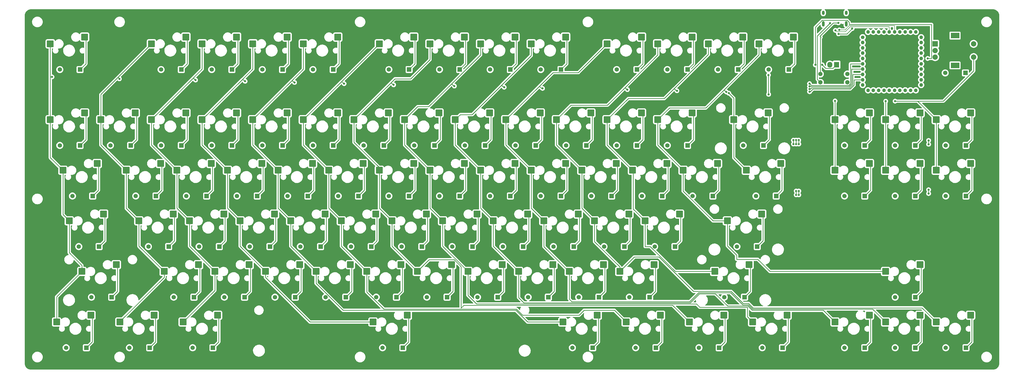
<source format=gbr>
%TF.GenerationSoftware,KiCad,Pcbnew,7.0.2-0*%
%TF.CreationDate,2024-03-15T16:03:43-04:00*%
%TF.ProjectId,75Dash_PCB,37354461-7368-45f5-9043-422e6b696361,rev?*%
%TF.SameCoordinates,Original*%
%TF.FileFunction,Copper,L2,Bot*%
%TF.FilePolarity,Positive*%
%FSLAX46Y46*%
G04 Gerber Fmt 4.6, Leading zero omitted, Abs format (unit mm)*
G04 Created by KiCad (PCBNEW 7.0.2-0) date 2024-03-15 16:03:43*
%MOMM*%
%LPD*%
G01*
G04 APERTURE LIST*
G04 Aperture macros list*
%AMRoundRect*
0 Rectangle with rounded corners*
0 $1 Rounding radius*
0 $2 $3 $4 $5 $6 $7 $8 $9 X,Y pos of 4 corners*
0 Add a 4 corners polygon primitive as box body*
4,1,4,$2,$3,$4,$5,$6,$7,$8,$9,$2,$3,0*
0 Add four circle primitives for the rounded corners*
1,1,$1+$1,$2,$3*
1,1,$1+$1,$4,$5*
1,1,$1+$1,$6,$7*
1,1,$1+$1,$8,$9*
0 Add four rect primitives between the rounded corners*
20,1,$1+$1,$2,$3,$4,$5,0*
20,1,$1+$1,$4,$5,$6,$7,0*
20,1,$1+$1,$6,$7,$8,$9,0*
20,1,$1+$1,$8,$9,$2,$3,0*%
G04 Aperture macros list end*
%TA.AperFunction,SMDPad,CuDef*%
%ADD10RoundRect,0.200000X-1.075000X-1.050000X1.075000X-1.050000X1.075000X1.050000X-1.075000X1.050000X0*%
%TD*%
%TA.AperFunction,ComponentPad*%
%ADD11C,1.651000*%
%TD*%
%TA.AperFunction,ComponentPad*%
%ADD12R,1.651000X1.651000*%
%TD*%
%TA.AperFunction,ComponentPad*%
%ADD13O,1.000000X2.100000*%
%TD*%
%TA.AperFunction,ComponentPad*%
%ADD14O,1.000000X1.600000*%
%TD*%
%TA.AperFunction,ComponentPad*%
%ADD15C,1.350000*%
%TD*%
%TA.AperFunction,ComponentPad*%
%ADD16O,1.350000X1.350000*%
%TD*%
%TA.AperFunction,ComponentPad*%
%ADD17O,1.905000X2.159000*%
%TD*%
%TA.AperFunction,ComponentPad*%
%ADD18R,1.905000X2.159000*%
%TD*%
%TA.AperFunction,ComponentPad*%
%ADD19R,2.000000X2.000000*%
%TD*%
%TA.AperFunction,ComponentPad*%
%ADD20C,2.000000*%
%TD*%
%TA.AperFunction,ComponentPad*%
%ADD21R,3.200000X2.000000*%
%TD*%
%TA.AperFunction,ViaPad*%
%ADD22C,0.800000*%
%TD*%
%TA.AperFunction,Conductor*%
%ADD23C,0.250000*%
%TD*%
%TA.AperFunction,Conductor*%
%ADD24C,0.200000*%
%TD*%
G04 APERTURE END LIST*
D10*
%TO.P,MX64,1,COL*%
%TO.N,/Col3*%
X100103000Y-108267500D03*
%TO.P,MX64,2,ROW*%
%TO.N,Net-(D64-A)*%
X113030000Y-105727500D03*
%TD*%
%TO.P,MX40,1,COL*%
%TO.N,/Col9*%
X200115500Y-70167500D03*
%TO.P,MX40,2,ROW*%
%TO.N,Net-(D40-A)*%
X213042500Y-67627500D03*
%TD*%
%TO.P,MX19,1,COL*%
%TO.N,/Col5*%
X114390500Y-51117500D03*
%TO.P,MX19,2,ROW*%
%TO.N,Net-(D19-A)*%
X127317500Y-48577500D03*
%TD*%
D11*
%TO.P,D53,1,K*%
%TO.N,/Row3*%
X132270500Y-98901250D03*
D12*
%TO.P,D53,2,A*%
%TO.N,Net-(D53-A)*%
X139890500Y-98901250D03*
%TD*%
D11*
%TO.P,D15,1,K*%
%TO.N,/Row1*%
X41783000Y-60801250D03*
D12*
%TO.P,D15,2,A*%
%TO.N,Net-(D15-A)*%
X49403000Y-60801250D03*
%TD*%
D11*
%TO.P,D7,1,K*%
%TO.N,/Row0*%
X165608000Y-32226250D03*
D12*
%TO.P,D7,2,A*%
%TO.N,Net-(D7-A)*%
X173228000Y-32226250D03*
%TD*%
D10*
%TO.P,MX45,1,COL*%
%TO.N,/Col14*%
X314415500Y-70167500D03*
%TO.P,MX45,2,ROW*%
%TO.N,Net-(D45-A)*%
X327342500Y-67627500D03*
%TD*%
%TO.P,MX1,1,COL*%
%TO.N,/Col0*%
X19140500Y-22542500D03*
%TO.P,MX1,2,ROW*%
%TO.N,Net-(D1-A)*%
X32067500Y-20002500D03*
%TD*%
%TO.P,MX16,1,COL*%
%TO.N,/Col2*%
X57240500Y-51117500D03*
%TO.P,MX16,2,ROW*%
%TO.N,Net-(D16-A)*%
X70167500Y-48577500D03*
%TD*%
D11*
%TO.P,D42,1,K*%
%TO.N,/Row2*%
X241808000Y-79851250D03*
D12*
%TO.P,D42,2,A*%
%TO.N,Net-(D42-A)*%
X249428000Y-79851250D03*
%TD*%
D10*
%TO.P,MX65,1,COL*%
%TO.N,/Col4*%
X119153000Y-108267500D03*
%TO.P,MX65,2,ROW*%
%TO.N,Net-(D65-A)*%
X132080000Y-105727500D03*
%TD*%
D11*
%TO.P,D41,1,K*%
%TO.N,/Row2*%
X222758000Y-79851250D03*
D12*
%TO.P,D41,2,A*%
%TO.N,Net-(D41-A)*%
X230378000Y-79851250D03*
%TD*%
D11*
%TO.P,D83,1,K*%
%TO.N,/Row5*%
X337058000Y-137001250D03*
D12*
%TO.P,D83,2,A*%
%TO.N,Net-(D83-A)*%
X344678000Y-137001250D03*
%TD*%
D11*
%TO.P,D9,1,K*%
%TO.N,/Row0*%
X203708000Y-32226250D03*
D12*
%TO.P,D9,2,A*%
%TO.N,Net-(D9-A)*%
X211328000Y-32226250D03*
%TD*%
D10*
%TO.P,MX3,1,COL*%
%TO.N,/Col2*%
X76290500Y-22542500D03*
%TO.P,MX3,2,ROW*%
%TO.N,Net-(D3-A)*%
X89217500Y-20002500D03*
%TD*%
D11*
%TO.P,D62,1,K*%
%TO.N,/Row4*%
X65595500Y-117951250D03*
D12*
%TO.P,D62,2,A*%
%TO.N,Net-(D62-A)*%
X73215500Y-117951250D03*
%TD*%
D10*
%TO.P,MX72,1,COL*%
%TO.N,/Col11*%
X269171750Y-108267500D03*
%TO.P,MX72,2,ROW*%
%TO.N,Net-(D72-A)*%
X282098750Y-105727500D03*
%TD*%
%TO.P,MX14,1,COL*%
%TO.N,/Col0*%
X19140500Y-51117500D03*
%TO.P,MX14,2,ROW*%
%TO.N,Net-(D14-A)*%
X32067500Y-48577500D03*
%TD*%
D11*
%TO.P,D39,1,K*%
%TO.N,/Row2*%
X184658000Y-79851250D03*
D12*
%TO.P,D39,2,A*%
%TO.N,Net-(D39-A)*%
X192278000Y-79851250D03*
%TD*%
D10*
%TO.P,MX75,1,COL*%
%TO.N,/Col1*%
X45334250Y-127317500D03*
%TO.P,MX75,2,ROW*%
%TO.N,Net-(D75-A)*%
X58261250Y-124777500D03*
%TD*%
%TO.P,MX36,1,COL*%
%TO.N,/Col5*%
X123915500Y-70167500D03*
%TO.P,MX36,2,ROW*%
%TO.N,Net-(D36-A)*%
X136842500Y-67627500D03*
%TD*%
%TO.P,MX4,1,COL*%
%TO.N,/Col3*%
X95340500Y-22542500D03*
%TO.P,MX4,2,ROW*%
%TO.N,Net-(D4-A)*%
X108267500Y-20002500D03*
%TD*%
D11*
%TO.P,D54,1,K*%
%TO.N,/Row3*%
X151320500Y-98901250D03*
D12*
%TO.P,D54,2,A*%
%TO.N,Net-(D54-A)*%
X158940500Y-98901250D03*
%TD*%
D11*
%TO.P,D19,1,K*%
%TO.N,/Row1*%
X117983000Y-60801250D03*
D12*
%TO.P,D19,2,A*%
%TO.N,Net-(D19-A)*%
X125603000Y-60801250D03*
%TD*%
D11*
%TO.P,D4,1,K*%
%TO.N,/Row0*%
X98933000Y-32226250D03*
D12*
%TO.P,D4,2,A*%
%TO.N,Net-(D4-A)*%
X106553000Y-32226250D03*
%TD*%
D11*
%TO.P,D6,1,K*%
%TO.N,/Row0*%
X146558000Y-32226250D03*
D12*
%TO.P,D6,2,A*%
%TO.N,Net-(D6-A)*%
X154178000Y-32226250D03*
%TD*%
D11*
%TO.P,D75,1,K*%
%TO.N,/Row5*%
X48926750Y-137001250D03*
D12*
%TO.P,D75,2,A*%
%TO.N,Net-(D75-A)*%
X56546750Y-137001250D03*
%TD*%
D11*
%TO.P,R1,1*%
%TO.N,Net-(J1-CC1)*%
X308900000Y-33900000D03*
%TO.P,R1,2*%
%TO.N,GND*%
X319060000Y-33900000D03*
%TD*%
D10*
%TO.P,MX58,1,COL*%
%TO.N,/Col10*%
X223928000Y-89217500D03*
%TO.P,MX58,2,ROW*%
%TO.N,Net-(D58-A)*%
X236855000Y-86677500D03*
%TD*%
%TO.P,MX42,1,COL*%
%TO.N,/Col11*%
X238215500Y-70167500D03*
%TO.P,MX42,2,ROW*%
%TO.N,Net-(D42-A)*%
X251142500Y-67627500D03*
%TD*%
%TO.P,MX50,1,COL*%
%TO.N,/Col2*%
X71528000Y-89217500D03*
%TO.P,MX50,2,ROW*%
%TO.N,Net-(D50-A)*%
X84455000Y-86677500D03*
%TD*%
%TO.P,MX47,1,COL*%
%TO.N,/Col16*%
X352515500Y-70167500D03*
%TO.P,MX47,2,ROW*%
%TO.N,Net-(D47-A)*%
X365442500Y-67627500D03*
%TD*%
D11*
%TO.P,D81,1,K*%
%TO.N,/Row5*%
X287051750Y-137001250D03*
D12*
%TO.P,D81,2,A*%
%TO.N,Net-(D81-A)*%
X294671750Y-137001250D03*
%TD*%
D10*
%TO.P,MX68,1,COL*%
%TO.N,/Col7*%
X176303000Y-108267500D03*
%TO.P,MX68,2,ROW*%
%TO.N,Net-(D68-A)*%
X189230000Y-105727500D03*
%TD*%
%TO.P,MX79,1,COL*%
%TO.N,/Col5*%
X235834250Y-127317500D03*
%TO.P,MX79,2,ROW*%
%TO.N,Net-(D79-A)*%
X248761250Y-124777500D03*
%TD*%
D11*
%TO.P,D52,1,K*%
%TO.N,/Row3*%
X113220500Y-98901250D03*
D12*
%TO.P,D52,2,A*%
%TO.N,Net-(D52-A)*%
X120840500Y-98901250D03*
%TD*%
D11*
%TO.P,D30,1,K*%
%TO.N,/Row1*%
X356108000Y-60801250D03*
D12*
%TO.P,D30,2,A*%
%TO.N,Net-(D30-A)*%
X363728000Y-60801250D03*
%TD*%
D10*
%TO.P,MX28,1,COL*%
%TO.N,/Col14*%
X314415500Y-51117500D03*
%TO.P,MX28,2,ROW*%
%TO.N,Net-(D28-A)*%
X327342500Y-48577500D03*
%TD*%
D11*
%TO.P,D25,1,K*%
%TO.N,/Row1*%
X232283000Y-60801250D03*
D12*
%TO.P,D25,2,A*%
%TO.N,Net-(D25-A)*%
X239903000Y-60801250D03*
%TD*%
D11*
%TO.P,D63,1,K*%
%TO.N,/Row4*%
X84645500Y-117951250D03*
D12*
%TO.P,D63,2,A*%
%TO.N,Net-(D63-A)*%
X92265500Y-117951250D03*
%TD*%
D10*
%TO.P,MX71,1,COL*%
%TO.N,/Col10*%
X233453000Y-108267500D03*
%TO.P,MX71,2,ROW*%
%TO.N,Net-(D71-A)*%
X246380000Y-105727500D03*
%TD*%
D11*
%TO.P,D82,1,K*%
%TO.N,/Row5*%
X318008000Y-137001250D03*
D12*
%TO.P,D82,2,A*%
%TO.N,Net-(D82-A)*%
X325628000Y-137001250D03*
%TD*%
D10*
%TO.P,MX81,1,COL*%
%TO.N,/Col7*%
X283459250Y-127317500D03*
%TO.P,MX81,2,ROW*%
%TO.N,Net-(D81-A)*%
X296386250Y-124777500D03*
%TD*%
%TO.P,MX35,1,COL*%
%TO.N,/Col4*%
X104865500Y-70167500D03*
%TO.P,MX35,2,ROW*%
%TO.N,Net-(D35-A)*%
X117792500Y-67627500D03*
%TD*%
D11*
%TO.P,D66,1,K*%
%TO.N,/Row4*%
X141795500Y-117951250D03*
D12*
%TO.P,D66,2,A*%
%TO.N,Net-(D66-A)*%
X149415500Y-117951250D03*
%TD*%
D10*
%TO.P,MX59,1,COL*%
%TO.N,/Col11*%
X242978000Y-89217500D03*
%TO.P,MX59,2,ROW*%
%TO.N,Net-(D59-A)*%
X255905000Y-86677500D03*
%TD*%
D11*
%TO.P,D35,1,K*%
%TO.N,/Row2*%
X108458000Y-79851250D03*
D12*
%TO.P,D35,2,A*%
%TO.N,Net-(D35-A)*%
X116078000Y-79851250D03*
%TD*%
D10*
%TO.P,MX15,1,COL*%
%TO.N,/Col1*%
X38190500Y-51117500D03*
%TO.P,MX15,2,ROW*%
%TO.N,Net-(D15-A)*%
X51117500Y-48577500D03*
%TD*%
D11*
%TO.P,D12,1,K*%
%TO.N,/Row0*%
X270383000Y-32226250D03*
D12*
%TO.P,D12,2,A*%
%TO.N,Net-(D12-A)*%
X278003000Y-32226250D03*
%TD*%
D10*
%TO.P,MX6,1,COL*%
%TO.N,/Col5*%
X142965500Y-22542500D03*
%TO.P,MX6,2,ROW*%
%TO.N,Net-(D6-A)*%
X155892500Y-20002500D03*
%TD*%
D11*
%TO.P,D1,1,K*%
%TO.N,/Row0*%
X22733000Y-32226250D03*
D12*
%TO.P,D1,2,A*%
%TO.N,Net-(D1-A)*%
X30353000Y-32226250D03*
%TD*%
D11*
%TO.P,D50,1,K*%
%TO.N,/Row3*%
X75120500Y-98901250D03*
D12*
%TO.P,D50,2,A*%
%TO.N,Net-(D50-A)*%
X82740500Y-98901250D03*
%TD*%
D11*
%TO.P,D32,1,K*%
%TO.N,/Row2*%
X51308000Y-79851250D03*
D12*
%TO.P,D32,2,A*%
%TO.N,Net-(D32-A)*%
X58928000Y-79851250D03*
%TD*%
D10*
%TO.P,MX33,1,COL*%
%TO.N,/Col2*%
X66765500Y-70167500D03*
%TO.P,MX33,2,ROW*%
%TO.N,Net-(D33-A)*%
X79692500Y-67627500D03*
%TD*%
%TO.P,MX39,1,COL*%
%TO.N,/Col8*%
X181065500Y-70167500D03*
%TO.P,MX39,2,ROW*%
%TO.N,Net-(D39-A)*%
X193992500Y-67627500D03*
%TD*%
D11*
%TO.P,D5,1,K*%
%TO.N,/Row0*%
X117983000Y-32226250D03*
D12*
%TO.P,D5,2,A*%
%TO.N,Net-(D5-A)*%
X125603000Y-32226250D03*
%TD*%
D11*
%TO.P,D70,1,K*%
%TO.N,/Row4*%
X217995500Y-117951250D03*
D12*
%TO.P,D70,2,A*%
%TO.N,Net-(D70-A)*%
X225615500Y-117951250D03*
%TD*%
D11*
%TO.P,D76,1,K*%
%TO.N,/Row5*%
X72739250Y-137001250D03*
D12*
%TO.P,D76,2,A*%
%TO.N,Net-(D76-A)*%
X80359250Y-137001250D03*
%TD*%
D10*
%TO.P,MX77,1,COL*%
%TO.N,/Col3*%
X140584250Y-127317500D03*
%TO.P,MX77,2,ROW*%
%TO.N,Net-(D77-A)*%
X153511250Y-124777500D03*
%TD*%
%TO.P,MX69,1,COL*%
%TO.N,/Col8*%
X195353000Y-108267500D03*
%TO.P,MX69,2,ROW*%
%TO.N,Net-(D69-A)*%
X208280000Y-105727500D03*
%TD*%
%TO.P,MX13,1,COL*%
%TO.N,/Col12*%
X285840500Y-22542500D03*
%TO.P,MX13,2,ROW*%
%TO.N,Net-(D13-A)*%
X298767500Y-20002500D03*
%TD*%
D11*
%TO.P,D74,1,K*%
%TO.N,/Row5*%
X25114250Y-137001250D03*
D12*
%TO.P,D74,2,A*%
%TO.N,Net-(D74-A)*%
X32734250Y-137001250D03*
%TD*%
D10*
%TO.P,MX56,1,COL*%
%TO.N,/Col8*%
X185828000Y-89217500D03*
%TO.P,MX56,2,ROW*%
%TO.N,Net-(D56-A)*%
X198755000Y-86677500D03*
%TD*%
D11*
%TO.P,D21,1,K*%
%TO.N,/Row1*%
X156083000Y-60801250D03*
D12*
%TO.P,D21,2,A*%
%TO.N,Net-(D21-A)*%
X163703000Y-60801250D03*
%TD*%
D10*
%TO.P,MX82,1,COL*%
%TO.N,/Col8*%
X314415500Y-127317500D03*
%TO.P,MX82,2,ROW*%
%TO.N,Net-(D82-A)*%
X327342500Y-124777500D03*
%TD*%
D11*
%TO.P,D59,1,K*%
%TO.N,/Row3*%
X246570500Y-98901250D03*
D12*
%TO.P,D59,2,A*%
%TO.N,Net-(D59-A)*%
X254190500Y-98901250D03*
%TD*%
D11*
%TO.P,D2,1,K*%
%TO.N,/Row0*%
X60833000Y-32226250D03*
D12*
%TO.P,D2,2,A*%
%TO.N,Net-(D2-A)*%
X68453000Y-32226250D03*
%TD*%
D10*
%TO.P,MX9,1,COL*%
%TO.N,/Col8*%
X200115500Y-22542500D03*
%TO.P,MX9,2,ROW*%
%TO.N,Net-(D9-A)*%
X213042500Y-20002500D03*
%TD*%
D11*
%TO.P,D78,1,K*%
%TO.N,/Row5*%
X215614250Y-137001250D03*
D12*
%TO.P,D78,2,A*%
%TO.N,Net-(D78-A)*%
X223234250Y-137001250D03*
%TD*%
D11*
%TO.P,D14,1,K*%
%TO.N,/Row1*%
X22733000Y-60801250D03*
D12*
%TO.P,D14,2,A*%
%TO.N,Net-(D14-A)*%
X30353000Y-60801250D03*
%TD*%
D10*
%TO.P,MX66,1,COL*%
%TO.N,/Col5*%
X138203000Y-108267500D03*
%TO.P,MX66,2,ROW*%
%TO.N,Net-(D66-A)*%
X151130000Y-105727500D03*
%TD*%
%TO.P,MX38,1,COL*%
%TO.N,/Col7*%
X162015500Y-70167500D03*
%TO.P,MX38,2,ROW*%
%TO.N,Net-(D38-A)*%
X174942500Y-67627500D03*
%TD*%
D11*
%TO.P,D10,1,K*%
%TO.N,/Row0*%
X232283000Y-32226250D03*
D12*
%TO.P,D10,2,A*%
%TO.N,Net-(D10-A)*%
X239903000Y-32226250D03*
%TD*%
D11*
%TO.P,D46,1,K*%
%TO.N,/Row2*%
X337058000Y-79851250D03*
D12*
%TO.P,D46,2,A*%
%TO.N,Net-(D46-A)*%
X344678000Y-79851250D03*
%TD*%
D11*
%TO.P,D57,1,K*%
%TO.N,/Row3*%
X208470500Y-98901250D03*
D12*
%TO.P,D57,2,A*%
%TO.N,Net-(D57-A)*%
X216090500Y-98901250D03*
%TD*%
D10*
%TO.P,MX57,1,COL*%
%TO.N,/Col9*%
X204878000Y-89217500D03*
%TO.P,MX57,2,ROW*%
%TO.N,Net-(D57-A)*%
X217805000Y-86677500D03*
%TD*%
%TO.P,MX55,1,COL*%
%TO.N,/Col7*%
X166778000Y-89217500D03*
%TO.P,MX55,2,ROW*%
%TO.N,Net-(D55-A)*%
X179705000Y-86677500D03*
%TD*%
%TO.P,MX5,1,COL*%
%TO.N,/Col4*%
X114390500Y-22542500D03*
%TO.P,MX5,2,ROW*%
%TO.N,Net-(D5-A)*%
X127317500Y-20002500D03*
%TD*%
%TO.P,MX76,1,COL*%
%TO.N,/Col2*%
X69146750Y-127317500D03*
%TO.P,MX76,2,ROW*%
%TO.N,Net-(D76-A)*%
X82073750Y-124777500D03*
%TD*%
D11*
%TO.P,D27,1,K*%
%TO.N,/Row1*%
X279908000Y-60801250D03*
D12*
%TO.P,D27,2,A*%
%TO.N,Net-(D27-A)*%
X287528000Y-60801250D03*
%TD*%
D10*
%TO.P,MX54,1,COL*%
%TO.N,/Col6*%
X147728000Y-89217500D03*
%TO.P,MX54,2,ROW*%
%TO.N,Net-(D54-A)*%
X160655000Y-86677500D03*
%TD*%
%TO.P,MX60,1,COL*%
%TO.N,/Col12*%
X273934250Y-89217500D03*
%TO.P,MX60,2,ROW*%
%TO.N,Net-(D60-A)*%
X286861250Y-86677500D03*
%TD*%
%TO.P,MX52,1,COL*%
%TO.N,/Col4*%
X109628000Y-89217500D03*
%TO.P,MX52,2,ROW*%
%TO.N,Net-(D52-A)*%
X122555000Y-86677500D03*
%TD*%
%TO.P,MX30,1,COL*%
%TO.N,/Col16*%
X352515500Y-51117500D03*
%TO.P,MX30,2,ROW*%
%TO.N,Net-(D30-A)*%
X365442500Y-48577500D03*
%TD*%
%TO.P,MX27,1,COL*%
%TO.N,/Col13*%
X276315500Y-51117500D03*
%TO.P,MX27,2,ROW*%
%TO.N,Net-(D27-A)*%
X289242500Y-48577500D03*
%TD*%
%TO.P,MX32,1,COL*%
%TO.N,/Col1*%
X47715500Y-70167500D03*
%TO.P,MX32,2,ROW*%
%TO.N,Net-(D32-A)*%
X60642500Y-67627500D03*
%TD*%
D11*
%TO.P,D18,1,K*%
%TO.N,/Row1*%
X98933000Y-60801250D03*
D12*
%TO.P,D18,2,A*%
%TO.N,Net-(D18-A)*%
X106553000Y-60801250D03*
%TD*%
D11*
%TO.P,D16,1,K*%
%TO.N,/Row1*%
X60833000Y-60801250D03*
D12*
%TO.P,D16,2,A*%
%TO.N,Net-(D16-A)*%
X68453000Y-60801250D03*
%TD*%
D11*
%TO.P,D36,1,K*%
%TO.N,/Row2*%
X127508000Y-79851250D03*
D12*
%TO.P,D36,2,A*%
%TO.N,Net-(D36-A)*%
X135128000Y-79851250D03*
%TD*%
D11*
%TO.P,D61,1,K*%
%TO.N,/Row4*%
X34639250Y-117951250D03*
D12*
%TO.P,D61,2,A*%
%TO.N,Net-(D61-A)*%
X42259250Y-117951250D03*
%TD*%
D11*
%TO.P,D73,1,K*%
%TO.N,/Row4*%
X337058000Y-117951250D03*
D12*
%TO.P,D73,2,A*%
%TO.N,Net-(D73-A)*%
X344678000Y-117951250D03*
%TD*%
D10*
%TO.P,MX7,1,COL*%
%TO.N,/Col6*%
X162015500Y-22542500D03*
%TO.P,MX7,2,ROW*%
%TO.N,Net-(D7-A)*%
X174942500Y-20002500D03*
%TD*%
D11*
%TO.P,D23,1,K*%
%TO.N,/Row1*%
X194183000Y-60801250D03*
D12*
%TO.P,D23,2,A*%
%TO.N,Net-(D23-A)*%
X201803000Y-60801250D03*
%TD*%
D11*
%TO.P,D3,1,K*%
%TO.N,/Row0*%
X79883000Y-32226250D03*
D12*
%TO.P,D3,2,A*%
%TO.N,Net-(D3-A)*%
X87503000Y-32226250D03*
%TD*%
D10*
%TO.P,MX46,1,COL*%
%TO.N,/Col15*%
X333465500Y-70167500D03*
%TO.P,MX46,2,ROW*%
%TO.N,Net-(D46-A)*%
X346392500Y-67627500D03*
%TD*%
D11*
%TO.P,D45,1,K*%
%TO.N,/Row2*%
X318008000Y-79851250D03*
D12*
%TO.P,D45,2,A*%
%TO.N,Net-(D45-A)*%
X325628000Y-79851250D03*
%TD*%
D11*
%TO.P,D64,1,K*%
%TO.N,/Row4*%
X103695500Y-117951250D03*
D12*
%TO.P,D64,2,A*%
%TO.N,Net-(D64-A)*%
X111315500Y-117951250D03*
%TD*%
D10*
%TO.P,MX11,1,COL*%
%TO.N,/Col10*%
X247740500Y-22542500D03*
%TO.P,MX11,2,ROW*%
%TO.N,Net-(D11-A)*%
X260667500Y-20002500D03*
%TD*%
D11*
%TO.P,D26,1,K*%
%TO.N,/Row1*%
X251333000Y-60801250D03*
D12*
%TO.P,D26,2,A*%
%TO.N,Net-(D26-A)*%
X258953000Y-60801250D03*
%TD*%
D10*
%TO.P,MX78,1,COL*%
%TO.N,/Col4*%
X212021750Y-127317500D03*
%TO.P,MX78,2,ROW*%
%TO.N,Net-(D78-A)*%
X224948750Y-124777500D03*
%TD*%
D11*
%TO.P,D11,1,K*%
%TO.N,/Row0*%
X251333000Y-32226250D03*
D12*
%TO.P,D11,2,A*%
%TO.N,Net-(D11-A)*%
X258953000Y-32226250D03*
%TD*%
D11*
%TO.P,D71,1,K*%
%TO.N,/Row4*%
X237045500Y-117951250D03*
D12*
%TO.P,D71,2,A*%
%TO.N,Net-(D71-A)*%
X244665500Y-117951250D03*
%TD*%
D11*
%TO.P,D79,1,K*%
%TO.N,/Row5*%
X239426750Y-137001250D03*
D12*
%TO.P,D79,2,A*%
%TO.N,Net-(D79-A)*%
X247046750Y-137001250D03*
%TD*%
D11*
%TO.P,D56,1,K*%
%TO.N,/Row3*%
X189420500Y-98901250D03*
D12*
%TO.P,D56,2,A*%
%TO.N,Net-(D56-A)*%
X197040500Y-98901250D03*
%TD*%
D11*
%TO.P,R2,1*%
%TO.N,Net-(J1-CC2)*%
X308920000Y-37050000D03*
%TO.P,R2,2*%
%TO.N,GND*%
X319080000Y-37050000D03*
%TD*%
%TO.P,D28,1,K*%
%TO.N,/Row1*%
X318008000Y-60801250D03*
D12*
%TO.P,D28,2,A*%
%TO.N,Net-(D28-A)*%
X325628000Y-60801250D03*
%TD*%
D10*
%TO.P,MX53,1,COL*%
%TO.N,/Col5*%
X128678000Y-89217500D03*
%TO.P,MX53,2,ROW*%
%TO.N,Net-(D53-A)*%
X141605000Y-86677500D03*
%TD*%
%TO.P,MX63,1,COL*%
%TO.N,/Col2*%
X81053000Y-108267500D03*
%TO.P,MX63,2,ROW*%
%TO.N,Net-(D63-A)*%
X93980000Y-105727500D03*
%TD*%
%TO.P,MX67,1,COL*%
%TO.N,/Col6*%
X157253000Y-108267500D03*
%TO.P,MX67,2,ROW*%
%TO.N,Net-(D67-A)*%
X170180000Y-105727500D03*
%TD*%
D11*
%TO.P,D20,1,K*%
%TO.N,/Row1*%
X137033000Y-60801250D03*
D12*
%TO.P,D20,2,A*%
%TO.N,Net-(D20-A)*%
X144653000Y-60801250D03*
%TD*%
D10*
%TO.P,MX61,1,COL*%
%TO.N,/Col0*%
X31046750Y-108267500D03*
%TO.P,MX61,2,ROW*%
%TO.N,Net-(D61-A)*%
X43973750Y-105727500D03*
%TD*%
D11*
%TO.P,D60,1,K*%
%TO.N,/Row3*%
X277526750Y-98901250D03*
D12*
%TO.P,D60,2,A*%
%TO.N,Net-(D60-A)*%
X285146750Y-98901250D03*
%TD*%
D10*
%TO.P,MX2,1,COL*%
%TO.N,/Col1*%
X57240500Y-22542500D03*
%TO.P,MX2,2,ROW*%
%TO.N,Net-(D2-A)*%
X70167500Y-20002500D03*
%TD*%
D13*
%TO.P,J1,S1,SHIELD*%
%TO.N,unconnected-(J1-SHIELD-PadS1)*%
X318645000Y-15036250D03*
D14*
X318645000Y-10856250D03*
D13*
X310005000Y-15036250D03*
D14*
X310005000Y-10856250D03*
%TD*%
D10*
%TO.P,MX51,1,COL*%
%TO.N,/Col3*%
X90578000Y-89217500D03*
%TO.P,MX51,2,ROW*%
%TO.N,Net-(D51-A)*%
X103505000Y-86677500D03*
%TD*%
%TO.P,MX29,1,COL*%
%TO.N,/Col15*%
X333465500Y-51117500D03*
%TO.P,MX29,2,ROW*%
%TO.N,Net-(D29-A)*%
X346392500Y-48577500D03*
%TD*%
D11*
%TO.P,D13,1,K*%
%TO.N,/Row0*%
X289433000Y-32226250D03*
D12*
%TO.P,D13,2,A*%
%TO.N,Net-(D13-A)*%
X297053000Y-32226250D03*
%TD*%
D11*
%TO.P,D77,1,K*%
%TO.N,/Row5*%
X144176750Y-137001250D03*
D12*
%TO.P,D77,2,A*%
%TO.N,Net-(D77-A)*%
X151796750Y-137001250D03*
%TD*%
D11*
%TO.P,D34,1,K*%
%TO.N,/Row2*%
X89408000Y-79851250D03*
D12*
%TO.P,D34,2,A*%
%TO.N,Net-(D34-A)*%
X97028000Y-79851250D03*
%TD*%
D10*
%TO.P,MX83,1,COL*%
%TO.N,/Col9*%
X333465500Y-127317500D03*
%TO.P,MX83,2,ROW*%
%TO.N,Net-(D83-A)*%
X346392500Y-124777500D03*
%TD*%
D11*
%TO.P,D47,1,K*%
%TO.N,/Row2*%
X356108000Y-79851250D03*
D12*
%TO.P,D47,2,A*%
%TO.N,Net-(D47-A)*%
X363728000Y-79851250D03*
%TD*%
D11*
%TO.P,D58,1,K*%
%TO.N,/Row3*%
X227520500Y-98901250D03*
D12*
%TO.P,D58,2,A*%
%TO.N,Net-(D58-A)*%
X235140500Y-98901250D03*
%TD*%
D11*
%TO.P,D29,1,K*%
%TO.N,/Row1*%
X337058000Y-60801250D03*
D12*
%TO.P,D29,2,A*%
%TO.N,Net-(D29-A)*%
X344678000Y-60801250D03*
%TD*%
D10*
%TO.P,MX34,1,COL*%
%TO.N,/Col3*%
X85815500Y-70167500D03*
%TO.P,MX34,2,ROW*%
%TO.N,Net-(D34-A)*%
X98742500Y-67627500D03*
%TD*%
D11*
%TO.P,D55,1,K*%
%TO.N,/Row3*%
X170370500Y-98901250D03*
D12*
%TO.P,D55,2,A*%
%TO.N,Net-(D55-A)*%
X177990500Y-98901250D03*
%TD*%
D11*
%TO.P,D22,1,K*%
%TO.N,/Row1*%
X175133000Y-60801250D03*
D12*
%TO.P,D22,2,A*%
%TO.N,Net-(D22-A)*%
X182753000Y-60801250D03*
%TD*%
D11*
%TO.P,D49,1,K*%
%TO.N,/Row3*%
X56070500Y-98901250D03*
D12*
%TO.P,D49,2,A*%
%TO.N,Net-(D49-A)*%
X63690500Y-98901250D03*
%TD*%
D10*
%TO.P,MX20,1,COL*%
%TO.N,/Col6*%
X133440500Y-51117500D03*
%TO.P,MX20,2,ROW*%
%TO.N,Net-(D20-A)*%
X146367500Y-48577500D03*
%TD*%
D11*
%TO.P,D86,1,K*%
%TO.N,/Row5*%
X355890000Y-33500000D03*
D12*
%TO.P,D86,2,A*%
%TO.N,Net-(D86-A)*%
X363510000Y-33500000D03*
%TD*%
D10*
%TO.P,MX25,1,COL*%
%TO.N,/Col11*%
X228690500Y-51117500D03*
%TO.P,MX25,2,ROW*%
%TO.N,Net-(D25-A)*%
X241617500Y-48577500D03*
%TD*%
D15*
%TO.P,U1,1,GPIO0*%
%TO.N,/Col0*%
X324850000Y-20050000D03*
D16*
%TO.P,U1,2,GPIO1*%
%TO.N,/Col1*%
X324850000Y-22050000D03*
%TO.P,U1,3,GPIO2*%
%TO.N,/Col2*%
X324850000Y-24050000D03*
%TO.P,U1,4,GPIO3*%
%TO.N,/Col3*%
X324850000Y-26050000D03*
%TO.P,U1,5,GPIO4*%
%TO.N,/Col4*%
X324850000Y-28050000D03*
%TO.P,U1,6,GPIO5*%
%TO.N,/Col5*%
X324850000Y-30050000D03*
%TO.P,U1,7,GPIO6*%
%TO.N,/Col6*%
X324850000Y-32050000D03*
%TO.P,U1,8,GPIO7*%
%TO.N,/Col7*%
X324850000Y-34050000D03*
%TO.P,U1,9,GPIO8*%
%TO.N,/Col8*%
X324850000Y-36050000D03*
%TO.P,U1,10,GPIO9*%
%TO.N,/Col9*%
X324850000Y-38050000D03*
%TO.P,U1,11,GPIO10*%
%TO.N,/Col10*%
X326850000Y-40050000D03*
%TO.P,U1,12,GPIO11*%
%TO.N,/Col11*%
X328850000Y-40050000D03*
%TO.P,U1,13,GPIO12*%
%TO.N,/Col12*%
X330850000Y-40050000D03*
%TO.P,U1,14,GPIO13*%
%TO.N,/Col13*%
X332850000Y-40050000D03*
%TO.P,U1,15,GPIO14*%
%TO.N,/Col14*%
X334850000Y-40050000D03*
%TO.P,U1,16,GPIO15*%
%TO.N,/Col15*%
X336850000Y-40050000D03*
%TO.P,U1,17,GPIO16*%
%TO.N,/Col16*%
X338850000Y-40050000D03*
%TO.P,U1,18,GPIO17*%
%TO.N,/Row0*%
X340850000Y-40050000D03*
%TO.P,U1,19,GPIO18*%
%TO.N,/Row1*%
X342850000Y-40050000D03*
%TO.P,U1,20,GPIO19*%
%TO.N,/Row2*%
X344850000Y-40050000D03*
%TO.P,U1,21,GPIO20*%
%TO.N,/Row3*%
X346850000Y-38050000D03*
%TO.P,U1,22,GPIO21*%
%TO.N,/Row4*%
X346850000Y-36050000D03*
%TO.P,U1,23,GPIO22*%
%TO.N,/Row5*%
X346850000Y-34050000D03*
%TO.P,U1,24,GPIO23*%
%TO.N,/R0*%
X346850000Y-32050000D03*
%TO.P,U1,25,GPIO24*%
%TO.N,/R1*%
X346850000Y-30050000D03*
%TO.P,U1,26,GPIO25*%
%TO.N,Net-(D85-A)*%
X346850000Y-28050000D03*
%TO.P,U1,27,GPIO26*%
%TO.N,unconnected-(U1-GPIO26-Pad27)*%
X346850000Y-26050000D03*
%TO.P,U1,28,GPIO27*%
%TO.N,unconnected-(U1-GPIO27-Pad28)*%
X346850000Y-24050000D03*
%TO.P,U1,29,GPIO28*%
%TO.N,unconnected-(U1-GPIO28-Pad29)*%
X346850000Y-22050000D03*
%TO.P,U1,30,GPIO29*%
%TO.N,unconnected-(U1-GPIO29-Pad30)*%
X346850000Y-20050000D03*
%TO.P,U1,31,GND*%
%TO.N,GND*%
X344850000Y-18050000D03*
%TO.P,U1,32,VBAT*%
%TO.N,unconnected-(U1-VBAT-Pad32)*%
X342850000Y-18050000D03*
%TO.P,U1,33,5V*%
%TO.N,+5V*%
X340850000Y-18050000D03*
%TO.P,U1,34,3.3V*%
%TO.N,unconnected-(U1-3.3V-Pad34)*%
X338850000Y-18050000D03*
%TO.P,U1,35,USB_D-*%
%TO.N,/D-*%
X336850000Y-18050000D03*
%TO.P,U1,36,USB_D+*%
%TO.N,/D+*%
X334850000Y-18050000D03*
%TO.P,U1,37,SWDIO*%
%TO.N,unconnected-(U1-SWDIO-Pad37)*%
X332850000Y-18050000D03*
%TO.P,U1,38,SWCLK*%
%TO.N,unconnected-(U1-SWCLK-Pad38)*%
X330850000Y-18050000D03*
%TO.P,U1,39,~{RESET}*%
%TO.N,unconnected-(U1-~{RESET}-Pad39)*%
X328850000Y-18050000D03*
%TO.P,U1,40,BOOTSEL*%
%TO.N,unconnected-(U1-BOOTSEL-Pad40)*%
X326850000Y-18050000D03*
%TD*%
D10*
%TO.P,MX10,1,COL*%
%TO.N,/Col9*%
X228690500Y-22542500D03*
%TO.P,MX10,2,ROW*%
%TO.N,Net-(D10-A)*%
X241617500Y-20002500D03*
%TD*%
%TO.P,MX48,1,COL*%
%TO.N,/Col0*%
X26284250Y-89217500D03*
%TO.P,MX48,2,ROW*%
%TO.N,Net-(D48-A)*%
X39211250Y-86677500D03*
%TD*%
D11*
%TO.P,D51,1,K*%
%TO.N,/Row3*%
X94170500Y-98901250D03*
D12*
%TO.P,D51,2,A*%
%TO.N,Net-(D51-A)*%
X101790500Y-98901250D03*
%TD*%
D10*
%TO.P,MX70,1,COL*%
%TO.N,/Col9*%
X214403000Y-108267500D03*
%TO.P,MX70,2,ROW*%
%TO.N,Net-(D70-A)*%
X227330000Y-105727500D03*
%TD*%
D11*
%TO.P,D43,1,K*%
%TO.N,/Row2*%
X260858000Y-79851250D03*
D12*
%TO.P,D43,2,A*%
%TO.N,Net-(D43-A)*%
X268478000Y-79851250D03*
%TD*%
D11*
%TO.P,D80,1,K*%
%TO.N,/Row5*%
X263239250Y-137001250D03*
D12*
%TO.P,D80,2,A*%
%TO.N,Net-(D80-A)*%
X270859250Y-137001250D03*
%TD*%
D10*
%TO.P,MX43,1,COL*%
%TO.N,/Col12*%
X257265500Y-70167500D03*
%TO.P,MX43,2,ROW*%
%TO.N,Net-(D43-A)*%
X270192500Y-67627500D03*
%TD*%
%TO.P,MX8,1,COL*%
%TO.N,/Col7*%
X181065500Y-22542500D03*
%TO.P,MX8,2,ROW*%
%TO.N,Net-(D8-A)*%
X193992500Y-20002500D03*
%TD*%
D11*
%TO.P,D44,1,K*%
%TO.N,/Row2*%
X284670500Y-79851250D03*
D12*
%TO.P,D44,2,A*%
%TO.N,Net-(D44-A)*%
X292290500Y-79851250D03*
%TD*%
D10*
%TO.P,MX12,1,COL*%
%TO.N,/Col11*%
X266790500Y-22542500D03*
%TO.P,MX12,2,ROW*%
%TO.N,Net-(D12-A)*%
X279717500Y-20002500D03*
%TD*%
%TO.P,MX84,1,COL*%
%TO.N,/Col10*%
X352515500Y-127317500D03*
%TO.P,MX84,2,ROW*%
%TO.N,Net-(D84-A)*%
X365442500Y-124777500D03*
%TD*%
%TO.P,MX62,1,COL*%
%TO.N,/Col1*%
X62003000Y-108267500D03*
%TO.P,MX62,2,ROW*%
%TO.N,Net-(D62-A)*%
X74930000Y-105727500D03*
%TD*%
D11*
%TO.P,D31,1,K*%
%TO.N,/Row2*%
X27495500Y-79851250D03*
D12*
%TO.P,D31,2,A*%
%TO.N,Net-(D31-A)*%
X35115500Y-79851250D03*
%TD*%
D17*
%TO.P,D85,1,K*%
%TO.N,GND*%
X312480000Y-30400000D03*
D18*
%TO.P,D85,2,A*%
%TO.N,Net-(D85-A)*%
X315020000Y-30400000D03*
%TD*%
D10*
%TO.P,MX18,1,COL*%
%TO.N,/Col4*%
X95340500Y-51117500D03*
%TO.P,MX18,2,ROW*%
%TO.N,Net-(D18-A)*%
X108267500Y-48577500D03*
%TD*%
%TO.P,MX80,1,COL*%
%TO.N,/Col6*%
X259646750Y-127317500D03*
%TO.P,MX80,2,ROW*%
%TO.N,Net-(D80-A)*%
X272573750Y-124777500D03*
%TD*%
%TO.P,MX73,1,COL*%
%TO.N,/Col12*%
X333465500Y-108267500D03*
%TO.P,MX73,2,ROW*%
%TO.N,Net-(D73-A)*%
X346392500Y-105727500D03*
%TD*%
D11*
%TO.P,D48,1,K*%
%TO.N,/Row3*%
X29876750Y-98901250D03*
D12*
%TO.P,D48,2,A*%
%TO.N,Net-(D48-A)*%
X37496750Y-98901250D03*
%TD*%
D10*
%TO.P,MX21,1,COL*%
%TO.N,/Col7*%
X152490500Y-51117500D03*
%TO.P,MX21,2,ROW*%
%TO.N,Net-(D21-A)*%
X165417500Y-48577500D03*
%TD*%
D11*
%TO.P,D68,1,K*%
%TO.N,/Row4*%
X179895500Y-117951250D03*
D12*
%TO.P,D68,2,A*%
%TO.N,Net-(D68-A)*%
X187515500Y-117951250D03*
%TD*%
D11*
%TO.P,D17,1,K*%
%TO.N,/Row1*%
X79883000Y-60801250D03*
D12*
%TO.P,D17,2,A*%
%TO.N,Net-(D17-A)*%
X87503000Y-60801250D03*
%TD*%
D11*
%TO.P,D40,1,K*%
%TO.N,/Row2*%
X203708000Y-79851250D03*
D12*
%TO.P,D40,2,A*%
%TO.N,Net-(D40-A)*%
X211328000Y-79851250D03*
%TD*%
D10*
%TO.P,MX41,1,COL*%
%TO.N,/Col10*%
X219165500Y-70167500D03*
%TO.P,MX41,2,ROW*%
%TO.N,Net-(D41-A)*%
X232092500Y-67627500D03*
%TD*%
D19*
%TO.P,SW2,A,A*%
%TO.N,/R1*%
X352100000Y-22550000D03*
D20*
%TO.P,SW2,B,B*%
%TO.N,/R0*%
X352100000Y-27550000D03*
%TO.P,SW2,C,C*%
%TO.N,GND*%
X352100000Y-25050000D03*
D21*
%TO.P,SW2,MP*%
%TO.N,N/C*%
X359600000Y-19450000D03*
X359600000Y-30650000D03*
D20*
%TO.P,SW2,S1,S1*%
%TO.N,/Col16*%
X366600000Y-27550000D03*
%TO.P,SW2,S2,S2*%
%TO.N,Net-(D86-A)*%
X366600000Y-22550000D03*
%TD*%
D10*
%TO.P,MX24,1,COL*%
%TO.N,/Col10*%
X209640500Y-51117500D03*
%TO.P,MX24,2,ROW*%
%TO.N,Net-(D24-A)*%
X222567500Y-48577500D03*
%TD*%
%TO.P,MX37,1,COL*%
%TO.N,/Col6*%
X142965500Y-70167500D03*
%TO.P,MX37,2,ROW*%
%TO.N,Net-(D37-A)*%
X155892500Y-67627500D03*
%TD*%
D11*
%TO.P,D84,1,K*%
%TO.N,/Row5*%
X356108000Y-137001250D03*
D12*
%TO.P,D84,2,A*%
%TO.N,Net-(D84-A)*%
X363728000Y-137001250D03*
%TD*%
D11*
%TO.P,D37,1,K*%
%TO.N,/Row2*%
X146558000Y-79851250D03*
D12*
%TO.P,D37,2,A*%
%TO.N,Net-(D37-A)*%
X154178000Y-79851250D03*
%TD*%
D11*
%TO.P,D38,1,K*%
%TO.N,/Row2*%
X165608000Y-79851250D03*
D12*
%TO.P,D38,2,A*%
%TO.N,Net-(D38-A)*%
X173228000Y-79851250D03*
%TD*%
D10*
%TO.P,MX44,1,COL*%
%TO.N,/Col13*%
X281078000Y-70167500D03*
%TO.P,MX44,2,ROW*%
%TO.N,Net-(D44-A)*%
X294005000Y-67627500D03*
%TD*%
D11*
%TO.P,D24,1,K*%
%TO.N,/Row1*%
X213233000Y-60801250D03*
D12*
%TO.P,D24,2,A*%
%TO.N,Net-(D24-A)*%
X220853000Y-60801250D03*
%TD*%
D11*
%TO.P,D8,1,K*%
%TO.N,/Row0*%
X184658000Y-32226250D03*
D12*
%TO.P,D8,2,A*%
%TO.N,Net-(D8-A)*%
X192278000Y-32226250D03*
%TD*%
D11*
%TO.P,D67,1,K*%
%TO.N,/Row4*%
X160845500Y-117951250D03*
D12*
%TO.P,D67,2,A*%
%TO.N,Net-(D67-A)*%
X168465500Y-117951250D03*
%TD*%
D10*
%TO.P,MX26,1,COL*%
%TO.N,/Col12*%
X247740500Y-51117500D03*
%TO.P,MX26,2,ROW*%
%TO.N,Net-(D26-A)*%
X260667500Y-48577500D03*
%TD*%
%TO.P,MX22,1,COL*%
%TO.N,/Col8*%
X171540500Y-51117500D03*
%TO.P,MX22,2,ROW*%
%TO.N,Net-(D22-A)*%
X184467500Y-48577500D03*
%TD*%
%TO.P,MX74,1,COL*%
%TO.N,/Col0*%
X21521750Y-127317500D03*
%TO.P,MX74,2,ROW*%
%TO.N,Net-(D74-A)*%
X34448750Y-124777500D03*
%TD*%
%TO.P,MX23,1,COL*%
%TO.N,/Col9*%
X190590500Y-51117500D03*
%TO.P,MX23,2,ROW*%
%TO.N,Net-(D23-A)*%
X203517500Y-48577500D03*
%TD*%
D11*
%TO.P,D69,1,K*%
%TO.N,/Row4*%
X198945500Y-117951250D03*
D12*
%TO.P,D69,2,A*%
%TO.N,Net-(D69-A)*%
X206565500Y-117951250D03*
%TD*%
D10*
%TO.P,MX31,1,COL*%
%TO.N,/Col0*%
X23903000Y-70167500D03*
%TO.P,MX31,2,ROW*%
%TO.N,Net-(D31-A)*%
X36830000Y-67627500D03*
%TD*%
D11*
%TO.P,D72,1,K*%
%TO.N,/Row4*%
X272764250Y-117951250D03*
D12*
%TO.P,D72,2,A*%
%TO.N,Net-(D72-A)*%
X280384250Y-117951250D03*
%TD*%
D10*
%TO.P,MX17,1,COL*%
%TO.N,/Col3*%
X76290500Y-51117500D03*
%TO.P,MX17,2,ROW*%
%TO.N,Net-(D17-A)*%
X89217500Y-48577500D03*
%TD*%
D11*
%TO.P,D33,1,K*%
%TO.N,/Row2*%
X70358000Y-79851250D03*
D12*
%TO.P,D33,2,A*%
%TO.N,Net-(D33-A)*%
X77978000Y-79851250D03*
%TD*%
D10*
%TO.P,MX49,1,COL*%
%TO.N,/Col1*%
X52478000Y-89217500D03*
%TO.P,MX49,2,ROW*%
%TO.N,Net-(D49-A)*%
X65405000Y-86677500D03*
%TD*%
D11*
%TO.P,D65,1,K*%
%TO.N,/Row4*%
X122745500Y-117951250D03*
D12*
%TO.P,D65,2,A*%
%TO.N,Net-(D65-A)*%
X130365500Y-117951250D03*
%TD*%
D22*
%TO.N,/Row0*%
X289400000Y-34275500D03*
X289450000Y-41574500D03*
%TO.N,/Row2*%
X298774500Y-58819100D03*
X298800000Y-60268100D03*
%TO.N,/Row3*%
X299800000Y-77976250D03*
X299800000Y-79425250D03*
X299774003Y-58819100D03*
X299799503Y-60268100D03*
%TO.N,/Row4*%
X300799503Y-77976250D03*
X300799503Y-79425250D03*
X300799006Y-60268100D03*
X300773506Y-58819100D03*
%TO.N,/Row5*%
X349650000Y-60375250D03*
X349650000Y-78924500D03*
X349650000Y-77475500D03*
X349650000Y-58926250D03*
%TO.N,Net-(D85-A)*%
X307025000Y-30450000D03*
X349287701Y-28037701D03*
X309624500Y-30450000D03*
%TO.N,+5V*%
X320899500Y-16774500D03*
X315742700Y-18783950D03*
%TO.N,Net-(J1-CC1)*%
X315691017Y-14644853D03*
%TO.N,/D+*%
X314565000Y-17456250D03*
%TO.N,/D-*%
X316050500Y-17275752D03*
%TO.N,Net-(J1-CC2)*%
X312556942Y-14753032D03*
%TO.N,/Col0*%
X19800000Y-35000000D03*
%TO.N,/Col1*%
X45150000Y-35724500D03*
%TO.N,/Col2*%
X73800000Y-36174500D03*
%TO.N,/Col3*%
X92450000Y-36624500D03*
%TO.N,/Col4*%
X111050000Y-37074500D03*
%TO.N,/Col6*%
X148350000Y-37974500D03*
X304847343Y-38566867D03*
%TO.N,/Col7*%
X304851231Y-39566362D03*
X171200000Y-38424500D03*
%TO.N,/Col8*%
X189950000Y-38874500D03*
X304849431Y-40565862D03*
%TO.N,/Col9*%
X204350000Y-39324500D03*
%TO.N,/Col10*%
X236300000Y-39774500D03*
%TO.N,/Col11*%
X254950000Y-40224500D03*
%TO.N,/Col12*%
X273550000Y-40674500D03*
%TO.N,/Col5*%
X304829575Y-37524500D03*
X129700000Y-37524500D03*
%TO.N,/Col13*%
X274456429Y-41124500D03*
%TO.N,/Col14*%
X314450000Y-44049500D03*
%TO.N,/Col15*%
X333500000Y-44150000D03*
%TO.N,/Col16*%
X337037701Y-44137701D03*
%TD*%
D23*
%TO.N,/Row0*%
X289400000Y-34275500D02*
X289400000Y-41524500D01*
X289400000Y-41524500D02*
X289450000Y-41574500D01*
%TO.N,Net-(D1-A)*%
X32067500Y-20002500D02*
X32531400Y-20466400D01*
X32531400Y-30047850D02*
X30353000Y-32226250D01*
X32531400Y-20466400D02*
X32531400Y-30047850D01*
%TO.N,Net-(D2-A)*%
X70167500Y-20002500D02*
X70631400Y-20466400D01*
X70631400Y-30047850D02*
X68453000Y-32226250D01*
X70631400Y-20466400D02*
X70631400Y-30047850D01*
%TO.N,Net-(D3-A)*%
X89681400Y-20466400D02*
X89681400Y-30047850D01*
X89681400Y-30047850D02*
X87503000Y-32226250D01*
X89217500Y-20002500D02*
X89681400Y-20466400D01*
%TO.N,Net-(D4-A)*%
X108731400Y-20466400D02*
X108731400Y-30047850D01*
X108267500Y-20002500D02*
X108731400Y-20466400D01*
X108731400Y-30047850D02*
X106553000Y-32226250D01*
%TO.N,Net-(D5-A)*%
X127781400Y-20466400D02*
X127781400Y-30047850D01*
X127781400Y-30047850D02*
X125603000Y-32226250D01*
X127317500Y-20002500D02*
X127781400Y-20466400D01*
%TO.N,Net-(D6-A)*%
X156356400Y-30047850D02*
X154178000Y-32226250D01*
X156356400Y-20466400D02*
X156356400Y-30047850D01*
X155892500Y-20002500D02*
X156356400Y-20466400D01*
%TO.N,Net-(D7-A)*%
X174942500Y-20002500D02*
X175406400Y-20466400D01*
X175406400Y-30047850D02*
X173228000Y-32226250D01*
X175406400Y-20466400D02*
X175406400Y-30047850D01*
%TO.N,Net-(D8-A)*%
X194456400Y-20466400D02*
X194456400Y-30047850D01*
X193992500Y-20002500D02*
X194456400Y-20466400D01*
X194456400Y-30047850D02*
X192278000Y-32226250D01*
%TO.N,Net-(D9-A)*%
X213506400Y-30047850D02*
X211328000Y-32226250D01*
X213506400Y-20466400D02*
X213506400Y-30047850D01*
X213042500Y-20002500D02*
X213506400Y-20466400D01*
%TO.N,Net-(D10-A)*%
X242081400Y-20466400D02*
X242081400Y-30047850D01*
X241617500Y-20002500D02*
X242081400Y-20466400D01*
X242081400Y-30047850D02*
X239903000Y-32226250D01*
%TO.N,Net-(D11-A)*%
X261131400Y-30047850D02*
X258953000Y-32226250D01*
X260667500Y-20002500D02*
X261131400Y-20466400D01*
X261131400Y-20466400D02*
X261131400Y-30047850D01*
%TO.N,Net-(D12-A)*%
X279717500Y-20002500D02*
X280181400Y-20466400D01*
X280181400Y-20466400D02*
X280181400Y-30047850D01*
X280181400Y-30047850D02*
X278003000Y-32226250D01*
%TO.N,Net-(D13-A)*%
X299231400Y-30047850D02*
X297053000Y-32226250D01*
X298767500Y-20002500D02*
X299231400Y-20466400D01*
X299231400Y-20466400D02*
X299231400Y-30047850D01*
%TO.N,Net-(D14-A)*%
X32067500Y-48577500D02*
X32531400Y-49041400D01*
X32531400Y-49041400D02*
X32531400Y-58622850D01*
X32531400Y-58622850D02*
X30353000Y-60801250D01*
%TO.N,Net-(D15-A)*%
X51117500Y-48577500D02*
X51581400Y-49041400D01*
X51581400Y-49041400D02*
X51581400Y-58622850D01*
X51581400Y-58622850D02*
X49403000Y-60801250D01*
%TO.N,Net-(D16-A)*%
X70167500Y-48577500D02*
X70631400Y-49041400D01*
X70631400Y-58622850D02*
X68453000Y-60801250D01*
X70631400Y-49041400D02*
X70631400Y-58622850D01*
%TO.N,Net-(D17-A)*%
X89681400Y-58622850D02*
X87503000Y-60801250D01*
X89681400Y-49041400D02*
X89681400Y-58622850D01*
X89217500Y-48577500D02*
X89681400Y-49041400D01*
%TO.N,Net-(D18-A)*%
X108731400Y-49041400D02*
X108731400Y-58622850D01*
X108731400Y-58622850D02*
X106553000Y-60801250D01*
X108267500Y-48577500D02*
X108731400Y-49041400D01*
%TO.N,Net-(D19-A)*%
X127317500Y-48577500D02*
X127781400Y-49041400D01*
X127781400Y-49041400D02*
X127781400Y-58622850D01*
X127781400Y-58622850D02*
X125603000Y-60801250D01*
%TO.N,Net-(D20-A)*%
X146367500Y-48577500D02*
X146831400Y-49041400D01*
X146831400Y-49041400D02*
X146831400Y-58622850D01*
X146831400Y-58622850D02*
X144653000Y-60801250D01*
%TO.N,Net-(D21-A)*%
X165881400Y-49041400D02*
X165881400Y-58622850D01*
X165417500Y-48577500D02*
X165881400Y-49041400D01*
X165881400Y-58622850D02*
X163703000Y-60801250D01*
%TO.N,Net-(D22-A)*%
X184931400Y-58622850D02*
X182753000Y-60801250D01*
X184467500Y-48577500D02*
X184931400Y-49041400D01*
X184931400Y-49041400D02*
X184931400Y-58622850D01*
%TO.N,Net-(D23-A)*%
X203981400Y-49041400D02*
X203981400Y-58622850D01*
X203981400Y-58622850D02*
X201803000Y-60801250D01*
X203517500Y-48577500D02*
X203981400Y-49041400D01*
%TO.N,Net-(D24-A)*%
X223031400Y-49041400D02*
X223031400Y-58622850D01*
X223031400Y-58622850D02*
X220853000Y-60801250D01*
X222567500Y-48577500D02*
X223031400Y-49041400D01*
%TO.N,Net-(D25-A)*%
X241617500Y-48577500D02*
X242081400Y-49041400D01*
X242081400Y-49041400D02*
X242081400Y-58622850D01*
X242081400Y-58622850D02*
X239903000Y-60801250D01*
%TO.N,Net-(D26-A)*%
X261131400Y-58622850D02*
X258953000Y-60801250D01*
X261131400Y-49041400D02*
X261131400Y-58622850D01*
X260667500Y-48577500D02*
X261131400Y-49041400D01*
%TO.N,Net-(D27-A)*%
X289706400Y-49041400D02*
X289706400Y-58622850D01*
X289242500Y-48577500D02*
X289706400Y-49041400D01*
X289706400Y-58622850D02*
X287528000Y-60801250D01*
%TO.N,Net-(D28-A)*%
X327342500Y-48577500D02*
X327806400Y-49041400D01*
X327806400Y-58622850D02*
X325628000Y-60801250D01*
X327806400Y-49041400D02*
X327806400Y-58622850D01*
%TO.N,Net-(D29-A)*%
X346856400Y-49041400D02*
X346856400Y-58622850D01*
X346856400Y-58622850D02*
X344678000Y-60801250D01*
X346392500Y-48577500D02*
X346856400Y-49041400D01*
%TO.N,Net-(D30-A)*%
X365442500Y-48577500D02*
X365906400Y-49041400D01*
X365906400Y-58622850D02*
X363728000Y-60801250D01*
X365906400Y-49041400D02*
X365906400Y-58622850D01*
%TO.N,/Row2*%
X298774500Y-58819100D02*
X298774500Y-60242600D01*
X298774500Y-60242600D02*
X298800000Y-60268100D01*
%TO.N,Net-(D31-A)*%
X37293900Y-68091400D02*
X37293900Y-77672850D01*
X36830000Y-67627500D02*
X37293900Y-68091400D01*
X37293900Y-77672850D02*
X35115500Y-79851250D01*
%TO.N,Net-(D32-A)*%
X61106400Y-68091400D02*
X61106400Y-77672850D01*
X60642500Y-67627500D02*
X61106400Y-68091400D01*
X61106400Y-77672850D02*
X58928000Y-79851250D01*
%TO.N,Net-(D33-A)*%
X80156400Y-68091400D02*
X80156400Y-77672850D01*
X79692500Y-67627500D02*
X80156400Y-68091400D01*
X80156400Y-77672850D02*
X77978000Y-79851250D01*
%TO.N,Net-(D34-A)*%
X98742500Y-67627500D02*
X99206400Y-68091400D01*
X99206400Y-68091400D02*
X99206400Y-77672850D01*
X99206400Y-77672850D02*
X97028000Y-79851250D01*
%TO.N,Net-(D35-A)*%
X118256400Y-68091400D02*
X118256400Y-77672850D01*
X117792500Y-67627500D02*
X118256400Y-68091400D01*
X118256400Y-77672850D02*
X116078000Y-79851250D01*
%TO.N,Net-(D36-A)*%
X136842500Y-67627500D02*
X137306400Y-68091400D01*
X137306400Y-77672850D02*
X135128000Y-79851250D01*
X137306400Y-68091400D02*
X137306400Y-77672850D01*
%TO.N,Net-(D37-A)*%
X156356400Y-77672850D02*
X154178000Y-79851250D01*
X155892500Y-67627500D02*
X156356400Y-68091400D01*
X156356400Y-68091400D02*
X156356400Y-77672850D01*
%TO.N,Net-(D38-A)*%
X174942500Y-67627500D02*
X175406400Y-68091400D01*
X175406400Y-77672850D02*
X173228000Y-79851250D01*
X175406400Y-68091400D02*
X175406400Y-77672850D01*
%TO.N,Net-(D39-A)*%
X193992500Y-67627500D02*
X194456400Y-68091400D01*
X194456400Y-68091400D02*
X194456400Y-77672850D01*
X194456400Y-77672850D02*
X192278000Y-79851250D01*
%TO.N,Net-(D40-A)*%
X213506400Y-68091400D02*
X213506400Y-77672850D01*
X213506400Y-77672850D02*
X211328000Y-79851250D01*
X213042500Y-67627500D02*
X213506400Y-68091400D01*
%TO.N,Net-(D41-A)*%
X232556400Y-77672850D02*
X230378000Y-79851250D01*
X232556400Y-68091400D02*
X232556400Y-77672850D01*
X232092500Y-67627500D02*
X232556400Y-68091400D01*
%TO.N,Net-(D42-A)*%
X251606400Y-77672850D02*
X249428000Y-79851250D01*
X251606400Y-68091400D02*
X251606400Y-77672850D01*
X251142500Y-67627500D02*
X251606400Y-68091400D01*
%TO.N,Net-(D43-A)*%
X270656400Y-68091400D02*
X270656400Y-77672850D01*
X270192500Y-67627500D02*
X270656400Y-68091400D01*
X270656400Y-77672850D02*
X268478000Y-79851250D01*
%TO.N,Net-(D44-A)*%
X294468900Y-77672850D02*
X292290500Y-79851250D01*
X294468900Y-68091400D02*
X294468900Y-77672850D01*
X294005000Y-67627500D02*
X294468900Y-68091400D01*
%TO.N,Net-(D45-A)*%
X327342500Y-67627500D02*
X327806400Y-68091400D01*
X327806400Y-77672850D02*
X325628000Y-79851250D01*
X327806400Y-68091400D02*
X327806400Y-77672850D01*
%TO.N,Net-(D46-A)*%
X346392500Y-67627500D02*
X346856400Y-68091400D01*
X346856400Y-77672850D02*
X344678000Y-79851250D01*
X346856400Y-68091400D02*
X346856400Y-77672850D01*
%TO.N,Net-(D47-A)*%
X365442500Y-67627500D02*
X365906400Y-68091400D01*
X365906400Y-68091400D02*
X365906400Y-77672850D01*
X365906400Y-77672850D02*
X363728000Y-79851250D01*
%TO.N,/Row3*%
X299774003Y-60242600D02*
X299799503Y-60268100D01*
X299800000Y-77976250D02*
X299800000Y-79425250D01*
X299774003Y-58819100D02*
X299774003Y-60242600D01*
%TO.N,Net-(D48-A)*%
X39675150Y-96722850D02*
X37496750Y-98901250D01*
X39675150Y-87141400D02*
X39675150Y-96722850D01*
X39211250Y-86677500D02*
X39675150Y-87141400D01*
%TO.N,Net-(D49-A)*%
X65868900Y-96722850D02*
X63690500Y-98901250D01*
X65868900Y-87141400D02*
X65868900Y-96722850D01*
X65405000Y-86677500D02*
X65868900Y-87141400D01*
%TO.N,Net-(D50-A)*%
X84918900Y-87141400D02*
X84918900Y-96722850D01*
X84918900Y-96722850D02*
X82740500Y-98901250D01*
X84455000Y-86677500D02*
X84918900Y-87141400D01*
%TO.N,Net-(D51-A)*%
X103505000Y-86677500D02*
X103968900Y-87141400D01*
X103968900Y-96722850D02*
X101790500Y-98901250D01*
X103968900Y-87141400D02*
X103968900Y-96722850D01*
%TO.N,Net-(D52-A)*%
X122555000Y-86677500D02*
X123018900Y-87141400D01*
X123018900Y-96722850D02*
X120840500Y-98901250D01*
X123018900Y-87141400D02*
X123018900Y-96722850D01*
%TO.N,Net-(D53-A)*%
X142068900Y-96722850D02*
X139890500Y-98901250D01*
X142068900Y-87141400D02*
X142068900Y-96722850D01*
X141605000Y-86677500D02*
X142068900Y-87141400D01*
%TO.N,Net-(D54-A)*%
X160655000Y-86677500D02*
X161118900Y-87141400D01*
X161118900Y-87141400D02*
X161118900Y-96722850D01*
X161118900Y-96722850D02*
X158940500Y-98901250D01*
%TO.N,Net-(D55-A)*%
X180168900Y-96722850D02*
X177990500Y-98901250D01*
X180168900Y-87141400D02*
X180168900Y-96722850D01*
X179705000Y-86677500D02*
X180168900Y-87141400D01*
%TO.N,Net-(D56-A)*%
X198755000Y-86677500D02*
X199218900Y-87141400D01*
X199218900Y-87141400D02*
X199218900Y-96722850D01*
X199218900Y-96722850D02*
X197040500Y-98901250D01*
%TO.N,Net-(D57-A)*%
X218268900Y-96722850D02*
X216090500Y-98901250D01*
X217805000Y-86677500D02*
X218268900Y-87141400D01*
X218268900Y-87141400D02*
X218268900Y-96722850D01*
%TO.N,Net-(D58-A)*%
X236855000Y-86677500D02*
X237318900Y-87141400D01*
X237318900Y-96722850D02*
X235140500Y-98901250D01*
X237318900Y-87141400D02*
X237318900Y-96722850D01*
%TO.N,Net-(D59-A)*%
X255905000Y-86677500D02*
X256368900Y-87141400D01*
X256368900Y-87141400D02*
X256368900Y-96722850D01*
X256368900Y-96722850D02*
X254190500Y-98901250D01*
%TO.N,Net-(D60-A)*%
X287325150Y-87141400D02*
X287325150Y-96722850D01*
X286861250Y-86677500D02*
X287325150Y-87141400D01*
X287325150Y-96722850D02*
X285146750Y-98901250D01*
%TO.N,/Row4*%
X300799503Y-77976250D02*
X300799503Y-79425250D01*
X300773506Y-58819100D02*
X300773506Y-60242600D01*
X300773506Y-60242600D02*
X300799006Y-60268100D01*
%TO.N,Net-(D61-A)*%
X44437650Y-115772850D02*
X42259250Y-117951250D01*
X43973750Y-105727500D02*
X44437650Y-106191400D01*
X44437650Y-106191400D02*
X44437650Y-115772850D01*
%TO.N,Net-(D62-A)*%
X75393900Y-115772850D02*
X73215500Y-117951250D01*
X74930000Y-105727500D02*
X75393900Y-106191400D01*
X75393900Y-106191400D02*
X75393900Y-115772850D01*
%TO.N,Net-(D63-A)*%
X94443900Y-115772850D02*
X92265500Y-117951250D01*
X94443900Y-106191400D02*
X94443900Y-115772850D01*
X93980000Y-105727500D02*
X94443900Y-106191400D01*
%TO.N,Net-(D64-A)*%
X113493900Y-115772850D02*
X111315500Y-117951250D01*
X113493900Y-106191400D02*
X113493900Y-115772850D01*
X113030000Y-105727500D02*
X113493900Y-106191400D01*
%TO.N,Net-(D65-A)*%
X132543900Y-106191400D02*
X132543900Y-115772850D01*
X132080000Y-105727500D02*
X132543900Y-106191400D01*
X132543900Y-115772850D02*
X130365500Y-117951250D01*
%TO.N,Net-(D66-A)*%
X151593900Y-115772850D02*
X149415500Y-117951250D01*
X151593900Y-106191400D02*
X151593900Y-115772850D01*
X151130000Y-105727500D02*
X151593900Y-106191400D01*
%TO.N,Net-(D67-A)*%
X170643900Y-115772850D02*
X168465500Y-117951250D01*
X170180000Y-105727500D02*
X170643900Y-106191400D01*
X170643900Y-106191400D02*
X170643900Y-115772850D01*
%TO.N,Net-(D68-A)*%
X189693900Y-106191400D02*
X189693900Y-115772850D01*
X189693900Y-115772850D02*
X187515500Y-117951250D01*
X189230000Y-105727500D02*
X189693900Y-106191400D01*
%TO.N,Net-(D69-A)*%
X208280000Y-105727500D02*
X208743900Y-106191400D01*
X208743900Y-106191400D02*
X208743900Y-115772850D01*
X208743900Y-115772850D02*
X206565500Y-117951250D01*
%TO.N,Net-(D70-A)*%
X227793900Y-106191400D02*
X227793900Y-115772850D01*
X227793900Y-115772850D02*
X225615500Y-117951250D01*
X227330000Y-105727500D02*
X227793900Y-106191400D01*
%TO.N,Net-(D71-A)*%
X246843900Y-106191400D02*
X246843900Y-115772850D01*
X246380000Y-105727500D02*
X246843900Y-106191400D01*
X246843900Y-115772850D02*
X244665500Y-117951250D01*
%TO.N,Net-(D72-A)*%
X282098750Y-105727500D02*
X282562650Y-106191400D01*
X282562650Y-106191400D02*
X282562650Y-115772850D01*
X282562650Y-115772850D02*
X280384250Y-117951250D01*
%TO.N,Net-(D73-A)*%
X346392500Y-105727500D02*
X346856400Y-106191400D01*
X346856400Y-106191400D02*
X346856400Y-115772850D01*
X346856400Y-115772850D02*
X344678000Y-117951250D01*
%TO.N,/Row5*%
X349650000Y-77475500D02*
X349650000Y-78924500D01*
X349650000Y-58926250D02*
X349650000Y-60375250D01*
%TO.N,Net-(D74-A)*%
X34912650Y-134822850D02*
X32734250Y-137001250D01*
X34448750Y-124777500D02*
X34912650Y-125241400D01*
X34912650Y-125241400D02*
X34912650Y-134822850D01*
%TO.N,Net-(D75-A)*%
X58725150Y-134822850D02*
X56546750Y-137001250D01*
X58261250Y-124777500D02*
X58725150Y-125241400D01*
X58725150Y-125241400D02*
X58725150Y-134822850D01*
%TO.N,Net-(D76-A)*%
X82073750Y-124777500D02*
X82537650Y-125241400D01*
X82537650Y-134822850D02*
X80359250Y-137001250D01*
X82537650Y-125241400D02*
X82537650Y-134822850D01*
%TO.N,Net-(D77-A)*%
X153975150Y-134822850D02*
X151796750Y-137001250D01*
X153511250Y-124777500D02*
X153975150Y-125241400D01*
X153975150Y-125241400D02*
X153975150Y-134822850D01*
%TO.N,Net-(D78-A)*%
X225412650Y-125241400D02*
X225412650Y-134822850D01*
X225412650Y-134822850D02*
X223234250Y-137001250D01*
X224948750Y-124777500D02*
X225412650Y-125241400D01*
%TO.N,Net-(D79-A)*%
X249225150Y-134822850D02*
X247046750Y-137001250D01*
X249225150Y-125241400D02*
X249225150Y-134822850D01*
X248761250Y-124777500D02*
X249225150Y-125241400D01*
%TO.N,Net-(D80-A)*%
X272573750Y-124777500D02*
X273037650Y-125241400D01*
X273037650Y-134822850D02*
X270859250Y-137001250D01*
X273037650Y-125241400D02*
X273037650Y-134822850D01*
%TO.N,Net-(D81-A)*%
X296386250Y-124777500D02*
X296850150Y-125241400D01*
X296850150Y-134822850D02*
X294671750Y-137001250D01*
X296850150Y-125241400D02*
X296850150Y-134822850D01*
%TO.N,Net-(D82-A)*%
X327342500Y-124777500D02*
X327806400Y-125241400D01*
X327806400Y-125241400D02*
X327806400Y-134822850D01*
X327806400Y-134822850D02*
X325628000Y-137001250D01*
%TO.N,Net-(D83-A)*%
X346856400Y-134822850D02*
X344678000Y-137001250D01*
X346856400Y-125241400D02*
X346856400Y-134822850D01*
X346392500Y-124777500D02*
X346856400Y-125241400D01*
%TO.N,Net-(D84-A)*%
X365906400Y-125241400D02*
X365906400Y-134822850D01*
X365906400Y-134822850D02*
X363728000Y-137001250D01*
X365442500Y-124777500D02*
X365906400Y-125241400D01*
%TO.N,Net-(D85-A)*%
X313615500Y-31804500D02*
X315020000Y-30400000D01*
X318986726Y-13661250D02*
X309638750Y-13661250D01*
X309638750Y-13661250D02*
X307025000Y-16275000D01*
X350775000Y-28025000D02*
X350775000Y-15275000D01*
X307025000Y-16275000D02*
X307025000Y-30450000D01*
X350762299Y-28037701D02*
X350775000Y-28025000D01*
X319750000Y-14424524D02*
X318986726Y-13661250D01*
X319750000Y-15250000D02*
X319750000Y-14424524D01*
X349287701Y-28037701D02*
X350762299Y-28037701D01*
X310979000Y-31804500D02*
X313615500Y-31804500D01*
X350800000Y-15250000D02*
X319750000Y-15250000D01*
X350775000Y-15275000D02*
X350800000Y-15250000D01*
X309624500Y-30450000D02*
X310979000Y-31804500D01*
%TO.N,+5V*%
X320899500Y-16774500D02*
X318890050Y-18783950D01*
X318890050Y-18783950D02*
X315742700Y-18783950D01*
%TO.N,Net-(J1-CC1)*%
X309165000Y-20056250D02*
X308900000Y-20321250D01*
X313776397Y-14644853D02*
X308765000Y-19656250D01*
X315691017Y-14644853D02*
X313776397Y-14644853D01*
X308765000Y-19656250D02*
X309165000Y-20056250D01*
X308900000Y-20321250D02*
X308900000Y-33900000D01*
D24*
%TO.N,/D+*%
X318299248Y-17975752D02*
X315084502Y-17975752D01*
X334850000Y-16075000D02*
X320375000Y-16075000D01*
X315084502Y-17975752D02*
X314565000Y-17456250D01*
X334850000Y-18050000D02*
X334850000Y-16075000D01*
X320375000Y-16075000D02*
X320200000Y-16075000D01*
X320200000Y-16075000D02*
X318299248Y-17975752D01*
%TO.N,/D-*%
X318199248Y-17275752D02*
X319800000Y-15675000D01*
X336850000Y-15675000D02*
X336850000Y-18050000D01*
X316050500Y-17275752D02*
X318199248Y-17275752D01*
X319800000Y-15675000D02*
X336850000Y-15675000D01*
D23*
%TO.N,Net-(J1-CC2)*%
X307749500Y-35879500D02*
X307749500Y-19560474D01*
X307749500Y-19560474D02*
X312556942Y-14753032D01*
X308920000Y-37050000D02*
X307749500Y-35879500D01*
%TO.N,/Col0*%
X26284250Y-101227408D02*
X31046750Y-105989908D01*
X19140500Y-35000000D02*
X19800000Y-35000000D01*
X23903000Y-70167500D02*
X23903000Y-86836250D01*
X21521750Y-117792500D02*
X21521750Y-127317500D01*
X19140500Y-51117500D02*
X19140500Y-65405000D01*
X31046750Y-105989908D02*
X31046750Y-108267500D01*
X31046750Y-108267500D02*
X21521750Y-117792500D01*
X26284250Y-89217500D02*
X26284250Y-101227408D01*
X19140500Y-35000000D02*
X19140500Y-51117500D01*
X23903000Y-86836250D02*
X26284250Y-89217500D01*
X19140500Y-65405000D02*
X23903000Y-70167500D01*
X19140500Y-22542500D02*
X19140500Y-35000000D01*
%TO.N,/Col1*%
X62003000Y-110479381D02*
X45334250Y-127148131D01*
X52478000Y-89217500D02*
X52478000Y-98742500D01*
X52478000Y-98742500D02*
X62003000Y-108267500D01*
X57240500Y-22542500D02*
X44766500Y-35016500D01*
X44766500Y-35016500D02*
X38190500Y-41592500D01*
X44766500Y-35341000D02*
X45150000Y-35724500D01*
X47715500Y-70167500D02*
X47715500Y-84455000D01*
X38190500Y-41592500D02*
X38190500Y-51117500D01*
X62003000Y-108267500D02*
X62003000Y-110479381D01*
X38190500Y-60642500D02*
X47715500Y-70167500D01*
X45334250Y-127148131D02*
X45334250Y-127317500D01*
X47715500Y-84455000D02*
X52478000Y-89217500D01*
X44766500Y-35016500D02*
X44766500Y-35341000D01*
X38190500Y-51117500D02*
X38190500Y-60642500D01*
%TO.N,/Col2*%
X73724500Y-36174500D02*
X73800000Y-36174500D01*
X66765500Y-70167500D02*
X66765500Y-84455000D01*
X57240500Y-51117500D02*
X57240500Y-60642500D01*
X72954000Y-35404000D02*
X57240500Y-51117500D01*
X57240500Y-60642500D02*
X66765500Y-70167500D01*
X71528000Y-98742500D02*
X81053000Y-108267500D01*
X81053000Y-115411250D02*
X69146750Y-127317500D01*
X76290500Y-32067500D02*
X72954000Y-35404000D01*
X66765500Y-84455000D02*
X71528000Y-89217500D01*
X81053000Y-108267500D02*
X81053000Y-115411250D01*
X71528000Y-89217500D02*
X71528000Y-98742500D01*
X76290500Y-22542500D02*
X76290500Y-32067500D01*
X72954000Y-35404000D02*
X73724500Y-36174500D01*
%TO.N,/Col3*%
X90578000Y-98742500D02*
X100103000Y-108267500D01*
X100103000Y-110536184D02*
X116884316Y-127317500D01*
X85815500Y-84455000D02*
X90578000Y-89217500D01*
X85815500Y-70167500D02*
X85815500Y-84455000D01*
X91529000Y-35879000D02*
X92274500Y-36624500D01*
X100103000Y-108267500D02*
X100103000Y-110536184D01*
X76290500Y-51117500D02*
X76290500Y-60642500D01*
X91529000Y-35879000D02*
X76290500Y-51117500D01*
X76290500Y-60642500D02*
X85815500Y-70167500D01*
X95340500Y-32067500D02*
X91529000Y-35879000D01*
X116884316Y-127317500D02*
X140584250Y-127317500D01*
X90578000Y-89217500D02*
X90578000Y-98742500D01*
X95340500Y-22542500D02*
X95340500Y-32067500D01*
X92274500Y-36624500D02*
X92450000Y-36624500D01*
%TO.N,/Col4*%
X119153000Y-112731697D02*
X129323803Y-122902500D01*
X109628000Y-89217500D02*
X109628000Y-98742500D01*
X110154000Y-36304000D02*
X95340500Y-51117500D01*
X119153000Y-108267500D02*
X119153000Y-112731697D01*
X110154000Y-36304000D02*
X110924500Y-37074500D01*
X95340500Y-51117500D02*
X95340500Y-60642500D01*
X114390500Y-22542500D02*
X114390500Y-32067500D01*
X104865500Y-70167500D02*
X104865500Y-84455000D01*
X129323803Y-122902500D02*
X194340000Y-122902500D01*
X95340500Y-60642500D02*
X104865500Y-70167500D01*
X198755000Y-127317500D02*
X212021750Y-127317500D01*
X109628000Y-98742500D02*
X119153000Y-108267500D01*
X104865500Y-84455000D02*
X109628000Y-89217500D01*
X114390500Y-32067500D02*
X110154000Y-36304000D01*
X194340000Y-122902500D02*
X198755000Y-127317500D01*
X110924500Y-37074500D02*
X111050000Y-37074500D01*
%TO.N,/Col6*%
X320700000Y-32050000D02*
X324850000Y-32050000D01*
X147728000Y-89217500D02*
X147728000Y-98742500D01*
X173750000Y-106430038D02*
X173750000Y-122002500D01*
X253302750Y-120973500D02*
X259646750Y-127317500D01*
X173750000Y-122002500D02*
X174779000Y-120973500D01*
X133440500Y-59621750D02*
X142965500Y-69146750D01*
X133440500Y-51117500D02*
X133440500Y-59621750D01*
X304930976Y-38650500D02*
X319742949Y-38650500D01*
X148839250Y-35718750D02*
X147379000Y-37179000D01*
X157253000Y-108267500D02*
X161668000Y-103852500D01*
X319742949Y-38650500D02*
X320700000Y-37693449D01*
X171172462Y-103852500D02*
X173750000Y-106430038D01*
X304847343Y-38566867D02*
X304930976Y-38650500D01*
X154781250Y-35718750D02*
X148839250Y-35718750D01*
X174779000Y-120973500D02*
X253302750Y-120973500D01*
X162015500Y-22542500D02*
X162015500Y-28484500D01*
X162015500Y-22542500D02*
X161560750Y-22542500D01*
X133440500Y-50662750D02*
X133440500Y-51117500D01*
X161668000Y-103852500D02*
X171172462Y-103852500D01*
X147728000Y-98742500D02*
X157253000Y-108267500D01*
X142965500Y-70167500D02*
X142965500Y-84455000D01*
X320700000Y-37693449D02*
X320700000Y-32050000D01*
X147379000Y-37179000D02*
X133440500Y-51117500D01*
X142965500Y-84455000D02*
X147728000Y-89217500D01*
X142965500Y-69146750D02*
X142965500Y-70167500D01*
X148174500Y-37974500D02*
X148350000Y-37974500D01*
X162015500Y-28484500D02*
X154781250Y-35718750D01*
X147379000Y-37179000D02*
X148174500Y-37974500D01*
%TO.N,/Col7*%
X321150000Y-34050000D02*
X324850000Y-34050000D01*
X176303000Y-108267500D02*
X176303000Y-117276500D01*
X162015500Y-70167500D02*
X162015500Y-84455000D01*
X171024500Y-38424500D02*
X171200000Y-38424500D01*
X281450000Y-125308250D02*
X283459250Y-127317500D01*
X281450000Y-121750000D02*
X281450000Y-125308250D01*
X321150000Y-37879845D02*
X321150000Y-34050000D01*
X152490500Y-51117500D02*
X152490500Y-60642500D01*
X166778000Y-98742500D02*
X176303000Y-108267500D01*
X319929345Y-39100500D02*
X321150000Y-37879845D01*
X161555250Y-46200000D02*
X157408000Y-46200000D01*
X181065500Y-22542500D02*
X181065500Y-26689750D01*
X166778000Y-89217500D02*
X166778000Y-98742500D01*
X152490500Y-60642500D02*
X162015500Y-70167500D01*
X305184138Y-39566362D02*
X305650000Y-39100500D01*
X170177625Y-37577625D02*
X171024500Y-38424500D01*
X305650000Y-39100500D02*
X319929345Y-39100500D01*
X179550000Y-120523500D02*
X262323500Y-120523500D01*
X157408000Y-46200000D02*
X152490500Y-51117500D01*
X263550000Y-121750000D02*
X281450000Y-121750000D01*
X304851231Y-39566362D02*
X305184138Y-39566362D01*
X162015500Y-84455000D02*
X166778000Y-89217500D01*
X262323500Y-120523500D02*
X263550000Y-121750000D01*
X176303000Y-117276500D02*
X179550000Y-120523500D01*
X181065500Y-26689750D02*
X170177625Y-37577625D01*
X170177625Y-37577625D02*
X161555250Y-46200000D01*
%TO.N,/Col8*%
X177891350Y-49200000D02*
X173458000Y-49200000D01*
X185828000Y-98742500D02*
X195353000Y-108267500D01*
X189674500Y-38874500D02*
X189950000Y-38874500D01*
X171540500Y-51117500D02*
X171540500Y-60642500D01*
X200115500Y-26975850D02*
X188945675Y-38145675D01*
X274000000Y-121300000D02*
X281636396Y-121300000D01*
X320115741Y-39550500D02*
X321600000Y-38066241D01*
X321600000Y-36050000D02*
X324850000Y-36050000D01*
X269393600Y-116693600D02*
X274000000Y-121300000D01*
X188945675Y-38145675D02*
X189674500Y-38874500D01*
X185828000Y-89217500D02*
X185828000Y-98742500D01*
X181065500Y-70167500D02*
X181065500Y-84455000D01*
X171540500Y-60642500D02*
X181065500Y-70167500D01*
X281636396Y-121300000D02*
X283238896Y-122902500D01*
X306100000Y-39550500D02*
X320115741Y-39550500D01*
X195353000Y-118126500D02*
X197300000Y-120073500D01*
X173458000Y-49200000D02*
X171540500Y-51117500D01*
X181065500Y-84455000D02*
X185828000Y-89217500D01*
X321600000Y-38066241D02*
X321600000Y-36050000D01*
X310000500Y-122902500D02*
X314415500Y-127317500D01*
X195353000Y-108267500D02*
X195353000Y-118126500D01*
X304849431Y-40565862D02*
X305084638Y-40565862D01*
X200115500Y-22542500D02*
X200115500Y-26975850D01*
X197300000Y-120073500D02*
X259957619Y-120073500D01*
X263337519Y-116693600D02*
X269393600Y-116693600D01*
X305084638Y-40565862D02*
X306100000Y-39550500D01*
X188945675Y-38145675D02*
X177891350Y-49200000D01*
X259957619Y-120073500D02*
X263337519Y-116693600D01*
X283238896Y-122902500D02*
X310000500Y-122902500D01*
%TO.N,/Col9*%
X208331250Y-33376750D02*
X203204000Y-38504000D01*
X281822792Y-120850000D02*
X283425292Y-122452500D01*
X217856250Y-33376750D02*
X208331250Y-33376750D01*
X228690500Y-22542500D02*
X217856250Y-33376750D01*
X259771223Y-119623500D02*
X263151123Y-116243600D01*
X203204000Y-38504000D02*
X204024500Y-39324500D01*
X214403000Y-108267500D02*
X214403000Y-118626500D01*
X215400000Y-119623500D02*
X259771223Y-119623500D01*
X328600500Y-122452500D02*
X333465500Y-127317500D01*
X200115500Y-70167500D02*
X200115500Y-84455000D01*
X204878000Y-89217500D02*
X204878000Y-98878000D01*
X190590500Y-51117500D02*
X190590500Y-60642500D01*
X200115500Y-84455000D02*
X204878000Y-89217500D01*
X190590500Y-60642500D02*
X200115500Y-70167500D01*
X275143600Y-116243600D02*
X279750000Y-120850000D01*
X204878000Y-98878000D02*
X214267500Y-108267500D01*
X283425292Y-122452500D02*
X328600500Y-122452500D01*
X263151123Y-116243600D02*
X275143600Y-116243600D01*
X204024500Y-39324500D02*
X204350000Y-39324500D01*
X203204000Y-38504000D02*
X190590500Y-51117500D01*
X279750000Y-120850000D02*
X281822792Y-120850000D01*
X214403000Y-118626500D02*
X215400000Y-119623500D01*
X214267500Y-108267500D02*
X214403000Y-108267500D01*
%TO.N,/Col10*%
X261199401Y-115793600D02*
X275329996Y-115793600D01*
X233453000Y-106553000D02*
X233453000Y-108267500D01*
X235415125Y-39015125D02*
X228769500Y-45660750D01*
X228769500Y-45660750D02*
X215097250Y-45660750D01*
X219165500Y-70167500D02*
X219165500Y-84455000D01*
X283611688Y-122002500D02*
X347200500Y-122002500D01*
X236174500Y-39774500D02*
X236300000Y-39774500D01*
X233453000Y-108267500D02*
X238920500Y-102800000D01*
X347200500Y-122002500D02*
X352515500Y-127317500D01*
X223928000Y-89217500D02*
X223928000Y-97028000D01*
X209640500Y-60642500D02*
X219165500Y-70167500D01*
X209640500Y-51117500D02*
X209640500Y-60642500D01*
X215097250Y-45660750D02*
X209640500Y-51117500D01*
X238920500Y-102800000D02*
X248205801Y-102800000D01*
X219165500Y-84455000D02*
X223928000Y-89217500D01*
X281922792Y-120313604D02*
X283611688Y-122002500D01*
X235415125Y-39015125D02*
X236174500Y-39774500D01*
X223928000Y-97028000D02*
X233453000Y-106553000D01*
X247740500Y-22542500D02*
X247740500Y-26689750D01*
X279850000Y-120313604D02*
X281922792Y-120313604D01*
X275329996Y-115793600D02*
X279850000Y-120313604D01*
X247740500Y-22542500D02*
X247285750Y-22542500D01*
X248205801Y-102800000D02*
X261199401Y-115793600D01*
X247740500Y-26689750D02*
X235415125Y-39015125D01*
%TO.N,/Col11*%
X238500000Y-84739500D02*
X242978000Y-89217500D01*
X254309697Y-108267500D02*
X269171750Y-108267500D01*
X253925000Y-39425000D02*
X250200000Y-43150000D01*
X266790500Y-26559500D02*
X253925000Y-39425000D01*
X250200000Y-43150000D02*
X236658000Y-43150000D01*
X243000000Y-98900000D02*
X244950000Y-98900000D01*
X254724500Y-40224500D02*
X254950000Y-40224500D01*
X242978000Y-89217500D02*
X242978000Y-98878000D01*
X244950000Y-98907803D02*
X254309697Y-108267500D01*
X228690500Y-60642500D02*
X238215500Y-70167500D01*
X244950000Y-98900000D02*
X244950000Y-98907803D01*
X253925000Y-39425000D02*
X254724500Y-40224500D01*
X242978000Y-98878000D02*
X243000000Y-98900000D01*
X236658000Y-43150000D02*
X228690500Y-51117500D01*
X238500000Y-70452000D02*
X238500000Y-84739500D01*
X266790500Y-22542500D02*
X266790500Y-26559500D01*
X238215500Y-70167500D02*
X238500000Y-70452000D01*
X228690500Y-51117500D02*
X228690500Y-60642500D01*
%TO.N,/Col12*%
X272665125Y-39865125D02*
X273474500Y-40674500D01*
X252155500Y-46702500D02*
X247740500Y-51117500D01*
X257265500Y-70167500D02*
X257265500Y-77965500D01*
X277400000Y-103700000D02*
X285386658Y-103700000D01*
X273474500Y-40674500D02*
X273550000Y-40674500D01*
X257265500Y-77965500D02*
X268517500Y-89217500D01*
X289954158Y-108267500D02*
X333465500Y-108267500D01*
X285386658Y-103700000D02*
X289954158Y-108267500D01*
X285840500Y-22542500D02*
X285840500Y-26689750D01*
X247740500Y-60642500D02*
X257265500Y-70167500D01*
X273934250Y-89217500D02*
X273934250Y-98634250D01*
X268517500Y-89217500D02*
X273934250Y-89217500D01*
X272665125Y-39865125D02*
X265827750Y-46702500D01*
X277400000Y-102100000D02*
X277400000Y-103700000D01*
X285840500Y-26689750D02*
X272665125Y-39865125D01*
X247740500Y-51117500D02*
X247740500Y-60642500D01*
X273934250Y-98634250D02*
X277400000Y-102100000D01*
X265827750Y-46702500D02*
X252155500Y-46702500D01*
%TO.N,/Col5*%
X128678000Y-89217500D02*
X128678000Y-98742500D01*
X128779000Y-36729000D02*
X114390500Y-51117500D01*
X320250000Y-37507053D02*
X320250000Y-30050000D01*
X128779000Y-36729000D02*
X129574500Y-37524500D01*
X114390500Y-51117500D02*
X114390500Y-60642500D01*
X320250000Y-30050000D02*
X324850000Y-30050000D01*
X144669697Y-122452500D02*
X138203000Y-115985803D01*
X235834250Y-127317500D02*
X231419250Y-122902500D01*
X304829575Y-37524500D02*
X305505575Y-38200500D01*
X196845396Y-124771500D02*
X194526396Y-122452500D01*
X123915500Y-84455000D02*
X128678000Y-89217500D01*
X128678000Y-98742500D02*
X138203000Y-108267500D01*
X129574500Y-37524500D02*
X129700000Y-37524500D01*
X219997500Y-122902500D02*
X218128500Y-124771500D01*
X218128500Y-124771500D02*
X196845396Y-124771500D01*
X231419250Y-122902500D02*
X219997500Y-122902500D01*
X194526396Y-122452500D02*
X144669697Y-122452500D01*
X319556553Y-38200500D02*
X320250000Y-37507053D01*
X138203000Y-115985803D02*
X138203000Y-108267500D01*
X142965500Y-22542500D02*
X128779000Y-36729000D01*
X123915500Y-70167500D02*
X123915500Y-84455000D01*
X305505575Y-38200500D02*
X319556553Y-38200500D01*
X114390500Y-60642500D02*
X123915500Y-70167500D01*
%TO.N,/Col13*%
X276315500Y-51117500D02*
X276315500Y-42983571D01*
X276315500Y-65405000D02*
X281078000Y-70167500D01*
X276315500Y-51117500D02*
X276315500Y-65405000D01*
X276315500Y-42983571D02*
X274456429Y-41124500D01*
%TO.N,/Col14*%
X314415500Y-51117500D02*
X314415500Y-70167500D01*
X314415500Y-44084000D02*
X314450000Y-44049500D01*
X314415500Y-51117500D02*
X314415500Y-44084000D01*
%TO.N,/Col15*%
X333465500Y-51117500D02*
X333500000Y-51083000D01*
X333465500Y-51117500D02*
X333465500Y-70167500D01*
X333500000Y-51083000D02*
X333500000Y-44150000D01*
%TO.N,/Col16*%
X355173299Y-44137701D02*
X345535701Y-44137701D01*
X352515500Y-51117500D02*
X345535701Y-44137701D01*
X366600000Y-27550000D02*
X366600000Y-32711000D01*
X352515500Y-51117500D02*
X352515500Y-70167500D01*
X345535701Y-44137701D02*
X337037701Y-44137701D01*
X366600000Y-32711000D02*
X355173299Y-44137701D01*
%TD*%
%TA.AperFunction,NonConductor*%
G36*
X309400929Y-9545185D02*
G01*
X309446684Y-9597989D01*
X309456628Y-9667147D01*
X309427603Y-9730703D01*
X309399481Y-9754732D01*
X309389431Y-9760995D01*
X309328279Y-9819126D01*
X309241947Y-9901191D01*
X309241946Y-9901193D01*
X309125705Y-10068200D01*
X309045460Y-10255191D01*
X309040126Y-10281147D01*
X309004500Y-10454509D01*
X309004500Y-11206992D01*
X309004816Y-11210103D01*
X309004817Y-11210115D01*
X309019926Y-11358690D01*
X309050868Y-11457308D01*
X309080841Y-11552838D01*
X309179591Y-11730752D01*
X309312134Y-11885145D01*
X309473042Y-12009698D01*
X309655729Y-12099310D01*
X309852715Y-12150313D01*
X310055936Y-12160619D01*
X310055936Y-12160618D01*
X310055937Y-12160619D01*
X310257071Y-12129806D01*
X310339413Y-12099310D01*
X310447887Y-12059136D01*
X310620571Y-11951502D01*
X310768053Y-11811309D01*
X310884295Y-11644299D01*
X310964540Y-11457308D01*
X311005500Y-11257991D01*
X311005500Y-10505508D01*
X310990074Y-10353812D01*
X310929159Y-10159662D01*
X310830409Y-9981748D01*
X310697866Y-9827355D01*
X310594775Y-9747556D01*
X310553811Y-9690954D01*
X310549952Y-9621191D01*
X310584421Y-9560416D01*
X310646277Y-9527924D01*
X310670677Y-9525500D01*
X317973890Y-9525500D01*
X318040929Y-9545185D01*
X318086684Y-9597989D01*
X318096628Y-9667147D01*
X318067603Y-9730703D01*
X318039481Y-9754732D01*
X318029431Y-9760995D01*
X317968279Y-9819126D01*
X317881947Y-9901191D01*
X317881946Y-9901193D01*
X317765705Y-10068200D01*
X317685460Y-10255191D01*
X317680126Y-10281147D01*
X317644500Y-10454509D01*
X317644500Y-11206992D01*
X317644816Y-11210103D01*
X317644817Y-11210115D01*
X317659926Y-11358690D01*
X317690868Y-11457308D01*
X317720841Y-11552838D01*
X317819591Y-11730752D01*
X317952134Y-11885145D01*
X318113042Y-12009698D01*
X318295729Y-12099310D01*
X318492715Y-12150313D01*
X318695936Y-12160619D01*
X318695936Y-12160618D01*
X318695937Y-12160619D01*
X318897071Y-12129806D01*
X318979413Y-12099310D01*
X319087887Y-12059136D01*
X319260571Y-11951502D01*
X319408053Y-11811309D01*
X319524295Y-11644299D01*
X319604540Y-11457308D01*
X319645500Y-11257991D01*
X319645500Y-10505508D01*
X319630074Y-10353812D01*
X319569159Y-10159662D01*
X319470409Y-9981748D01*
X319337866Y-9827355D01*
X319234775Y-9747556D01*
X319193811Y-9690954D01*
X319189952Y-9621191D01*
X319224421Y-9560416D01*
X319286277Y-9527924D01*
X319310677Y-9525500D01*
X373852496Y-9525500D01*
X373859984Y-9525725D01*
X373955218Y-9531488D01*
X374144146Y-9543875D01*
X374158332Y-9545634D01*
X374285697Y-9568977D01*
X374439079Y-9599489D01*
X374451739Y-9602712D01*
X374580706Y-9642902D01*
X374583541Y-9643824D01*
X374724647Y-9691725D01*
X374735657Y-9696061D01*
X374861175Y-9752553D01*
X374865051Y-9754379D01*
X374996368Y-9819139D01*
X375005655Y-9824225D01*
X375010833Y-9827355D01*
X375124491Y-9896065D01*
X375129232Y-9899080D01*
X375249911Y-9979717D01*
X375257491Y-9985207D01*
X375358656Y-10064463D01*
X375367281Y-10071221D01*
X375367293Y-10071230D01*
X375372560Y-10075596D01*
X375468418Y-10159662D01*
X375481309Y-10170967D01*
X375487231Y-10176514D01*
X375585984Y-10275267D01*
X375591524Y-10281181D01*
X375686896Y-10389932D01*
X375691268Y-10395205D01*
X375777291Y-10505007D01*
X375782781Y-10512587D01*
X375863418Y-10633266D01*
X375866433Y-10638007D01*
X375938268Y-10756834D01*
X375943364Y-10766140D01*
X376008101Y-10897410D01*
X376009964Y-10901363D01*
X376066433Y-11026830D01*
X376070777Y-11037862D01*
X376118649Y-11178881D01*
X376119615Y-11181849D01*
X376159784Y-11310750D01*
X376163016Y-11323449D01*
X376193528Y-11476833D01*
X376203321Y-11530264D01*
X376216863Y-11604156D01*
X376218625Y-11618372D01*
X376231014Y-11807329D01*
X376236774Y-11902516D01*
X376237000Y-11910003D01*
X376237000Y-142871249D01*
X376236774Y-142878736D01*
X376231018Y-142973892D01*
X376218631Y-143162872D01*
X376216866Y-143177112D01*
X376193541Y-143304398D01*
X376163024Y-143457816D01*
X376159795Y-143470503D01*
X376119628Y-143599407D01*
X376118661Y-143602376D01*
X376070790Y-143743401D01*
X376066447Y-143754433D01*
X376009978Y-143879906D01*
X376008114Y-143883859D01*
X375943385Y-144015118D01*
X375938290Y-144024424D01*
X375866440Y-144143280D01*
X375863426Y-144148021D01*
X375782797Y-144268692D01*
X375777306Y-144276274D01*
X375691294Y-144386063D01*
X375686911Y-144391349D01*
X375591550Y-144500089D01*
X375586004Y-144506011D01*
X375487248Y-144604770D01*
X375481325Y-144610317D01*
X375372597Y-144705672D01*
X375367311Y-144710055D01*
X375257502Y-144796086D01*
X375249920Y-144801577D01*
X375129262Y-144882200D01*
X375124521Y-144885215D01*
X375005673Y-144957063D01*
X374996368Y-144962158D01*
X374865122Y-145026884D01*
X374861169Y-145028748D01*
X374735679Y-145085229D01*
X374724646Y-145089573D01*
X374583613Y-145137449D01*
X374580646Y-145138414D01*
X374451760Y-145178580D01*
X374439061Y-145181813D01*
X374285657Y-145212330D01*
X374246177Y-145219566D01*
X374158376Y-145235658D01*
X374144144Y-145237421D01*
X373948256Y-145250232D01*
X373860804Y-145255524D01*
X373853316Y-145255750D01*
X11910001Y-145255750D01*
X11902514Y-145255524D01*
X11807362Y-145249768D01*
X11618372Y-145237380D01*
X11604131Y-145235615D01*
X11476863Y-145212292D01*
X11323434Y-145181774D01*
X11310744Y-145178544D01*
X11181857Y-145138380D01*
X11178890Y-145137414D01*
X11037860Y-145089541D01*
X11026827Y-145085198D01*
X10901330Y-145028717D01*
X10897377Y-145026853D01*
X10766141Y-144962134D01*
X10756836Y-144957039D01*
X10637977Y-144885187D01*
X10633235Y-144882172D01*
X10512582Y-144801554D01*
X10504999Y-144796062D01*
X10395185Y-144710027D01*
X10389901Y-144705646D01*
X10281181Y-144610302D01*
X10275258Y-144604754D01*
X10176494Y-144505990D01*
X10170946Y-144500067D01*
X10075602Y-144391347D01*
X10071221Y-144386063D01*
X9985186Y-144276249D01*
X9979694Y-144268666D01*
X9899059Y-144147987D01*
X9896061Y-144143271D01*
X9824209Y-144024412D01*
X9819114Y-144015107D01*
X9754375Y-143883828D01*
X9752551Y-143879961D01*
X9696049Y-143754419D01*
X9691707Y-143743388D01*
X9643834Y-143602358D01*
X9642868Y-143599391D01*
X9633849Y-143570451D01*
X9602703Y-143470499D01*
X9599476Y-143457816D01*
X9568959Y-143304398D01*
X9545629Y-143177090D01*
X9543870Y-143162899D01*
X9531490Y-142974044D01*
X9525726Y-142878736D01*
X9525500Y-142871251D01*
X9525500Y-140493750D01*
X12281889Y-140493750D01*
X12302304Y-140779179D01*
X12363129Y-141058791D01*
X12463134Y-141326913D01*
X12600272Y-141578063D01*
X12686017Y-141692605D01*
X12771761Y-141807145D01*
X12974105Y-142009489D01*
X13145915Y-142138104D01*
X13203186Y-142180977D01*
X13342935Y-142257285D01*
X13454339Y-142318117D01*
X13722454Y-142418119D01*
X13722457Y-142418119D01*
X13722458Y-142418120D01*
X13774717Y-142429488D01*
X14002072Y-142478946D01*
X14287500Y-142499360D01*
X14572928Y-142478946D01*
X14852546Y-142418119D01*
X15120661Y-142318117D01*
X15371815Y-142180976D01*
X15600895Y-142009489D01*
X15803239Y-141807145D01*
X15974726Y-141578065D01*
X16111867Y-141326911D01*
X16211869Y-141058796D01*
X16272696Y-140779178D01*
X16293110Y-140493750D01*
X43238139Y-140493750D01*
X43258554Y-140779179D01*
X43319379Y-141058791D01*
X43419384Y-141326913D01*
X43556522Y-141578063D01*
X43642267Y-141692604D01*
X43728011Y-141807145D01*
X43930355Y-142009489D01*
X44102164Y-142138104D01*
X44159436Y-142180977D01*
X44299185Y-142257285D01*
X44410589Y-142318117D01*
X44678704Y-142418119D01*
X44678707Y-142418119D01*
X44678708Y-142418120D01*
X44730967Y-142429488D01*
X44958322Y-142478946D01*
X45221762Y-142497787D01*
X45243749Y-142499360D01*
X45243749Y-142499359D01*
X45243750Y-142499360D01*
X45529178Y-142478946D01*
X45808796Y-142418119D01*
X46076911Y-142318117D01*
X46328065Y-142180976D01*
X46557145Y-142009489D01*
X46759489Y-141807145D01*
X46930976Y-141578065D01*
X47068117Y-141326911D01*
X47168119Y-141058796D01*
X47228946Y-140779178D01*
X47249360Y-140493750D01*
X47249360Y-140493749D01*
X133725639Y-140493749D01*
X133746054Y-140779179D01*
X133806879Y-141058791D01*
X133906884Y-141326913D01*
X134044022Y-141578063D01*
X134129767Y-141692604D01*
X134215511Y-141807145D01*
X134417855Y-142009489D01*
X134589664Y-142138104D01*
X134646936Y-142180977D01*
X134786685Y-142257285D01*
X134898089Y-142318117D01*
X135166204Y-142418119D01*
X135166207Y-142418119D01*
X135166208Y-142418120D01*
X135218467Y-142429488D01*
X135445822Y-142478946D01*
X135731250Y-142499360D01*
X136016678Y-142478946D01*
X136296296Y-142418119D01*
X136564411Y-142318117D01*
X136815565Y-142180976D01*
X137044645Y-142009489D01*
X137246989Y-141807145D01*
X137418476Y-141578065D01*
X137555617Y-141326911D01*
X137655619Y-141058796D01*
X137716446Y-140779178D01*
X137736860Y-140493750D01*
X137736860Y-140493749D01*
X219450639Y-140493749D01*
X219471054Y-140779179D01*
X219531879Y-141058791D01*
X219631884Y-141326913D01*
X219769022Y-141578063D01*
X219854767Y-141692605D01*
X219940511Y-141807145D01*
X220142855Y-142009489D01*
X220314664Y-142138104D01*
X220371936Y-142180977D01*
X220511685Y-142257285D01*
X220623089Y-142318117D01*
X220891204Y-142418119D01*
X220891207Y-142418119D01*
X220891208Y-142418120D01*
X220943467Y-142429488D01*
X221170822Y-142478946D01*
X221456250Y-142499360D01*
X221741678Y-142478946D01*
X222021296Y-142418119D01*
X222289411Y-142318117D01*
X222540565Y-142180976D01*
X222769645Y-142009489D01*
X222971989Y-141807145D01*
X223143476Y-141578065D01*
X223280617Y-141326911D01*
X223380619Y-141058796D01*
X223441446Y-140779178D01*
X223461860Y-140493750D01*
X223461860Y-140493749D01*
X369469389Y-140493749D01*
X369489804Y-140779179D01*
X369550629Y-141058791D01*
X369650634Y-141326913D01*
X369787772Y-141578063D01*
X369873517Y-141692605D01*
X369959261Y-141807145D01*
X370161605Y-142009489D01*
X370333415Y-142138104D01*
X370390686Y-142180977D01*
X370530435Y-142257285D01*
X370641839Y-142318117D01*
X370909954Y-142418119D01*
X370909957Y-142418119D01*
X370909958Y-142418120D01*
X370962217Y-142429488D01*
X371189572Y-142478946D01*
X371475000Y-142499360D01*
X371760428Y-142478946D01*
X372040046Y-142418119D01*
X372308161Y-142318117D01*
X372559315Y-142180976D01*
X372788395Y-142009489D01*
X372990739Y-141807145D01*
X373162226Y-141578065D01*
X373299367Y-141326911D01*
X373399369Y-141058796D01*
X373460196Y-140779178D01*
X373480610Y-140493750D01*
X373460196Y-140208322D01*
X373399369Y-139928704D01*
X373299367Y-139660589D01*
X373184363Y-139449976D01*
X373162227Y-139409436D01*
X373094705Y-139319238D01*
X372990739Y-139180355D01*
X372788395Y-138978011D01*
X372673854Y-138892267D01*
X372559313Y-138806522D01*
X372308163Y-138669384D01*
X372308162Y-138669383D01*
X372308161Y-138669383D01*
X372133123Y-138604097D01*
X372040041Y-138569379D01*
X371760429Y-138508554D01*
X371475000Y-138488139D01*
X371189570Y-138508554D01*
X370909958Y-138569379D01*
X370641836Y-138669384D01*
X370390686Y-138806522D01*
X370161602Y-138978013D01*
X369959263Y-139180352D01*
X369787772Y-139409436D01*
X369650634Y-139660586D01*
X369550629Y-139928708D01*
X369489804Y-140208320D01*
X369469389Y-140493749D01*
X223461860Y-140493749D01*
X223441446Y-140208322D01*
X223380619Y-139928704D01*
X223280617Y-139660589D01*
X223165613Y-139449976D01*
X223143477Y-139409436D01*
X223075955Y-139319238D01*
X222971989Y-139180355D01*
X222769645Y-138978011D01*
X222655105Y-138892267D01*
X222540563Y-138806522D01*
X222289413Y-138669384D01*
X222289412Y-138669383D01*
X222289411Y-138669383D01*
X222114373Y-138604097D01*
X222021291Y-138569379D01*
X221741679Y-138508554D01*
X221456249Y-138488139D01*
X221170820Y-138508554D01*
X220891208Y-138569379D01*
X220623086Y-138669384D01*
X220371936Y-138806522D01*
X220142852Y-138978013D01*
X219940513Y-139180352D01*
X219769022Y-139409436D01*
X219631884Y-139660586D01*
X219531879Y-139928708D01*
X219471054Y-140208320D01*
X219450639Y-140493749D01*
X137736860Y-140493749D01*
X137716446Y-140208322D01*
X137655619Y-139928704D01*
X137555617Y-139660589D01*
X137440613Y-139449976D01*
X137418477Y-139409436D01*
X137350955Y-139319238D01*
X137246989Y-139180355D01*
X137044645Y-138978011D01*
X136930105Y-138892267D01*
X136815563Y-138806522D01*
X136564413Y-138669384D01*
X136564412Y-138669383D01*
X136564411Y-138669383D01*
X136389373Y-138604097D01*
X136296291Y-138569379D01*
X136016679Y-138508554D01*
X135731249Y-138488139D01*
X135445820Y-138508554D01*
X135166208Y-138569379D01*
X134898086Y-138669384D01*
X134646936Y-138806522D01*
X134417852Y-138978013D01*
X134215513Y-139180352D01*
X134044022Y-139409436D01*
X133906884Y-139660586D01*
X133806879Y-139928708D01*
X133746054Y-140208320D01*
X133725639Y-140493749D01*
X47249360Y-140493749D01*
X47228946Y-140208322D01*
X47168119Y-139928704D01*
X47068117Y-139660589D01*
X46953113Y-139449976D01*
X46930977Y-139409436D01*
X46863455Y-139319238D01*
X46759489Y-139180355D01*
X46557145Y-138978011D01*
X46442604Y-138892267D01*
X46328063Y-138806522D01*
X46076913Y-138669384D01*
X46076912Y-138669383D01*
X46076911Y-138669383D01*
X45901873Y-138604097D01*
X45808791Y-138569379D01*
X45529179Y-138508554D01*
X45243750Y-138488139D01*
X44958320Y-138508554D01*
X44678708Y-138569379D01*
X44410586Y-138669384D01*
X44159436Y-138806522D01*
X43930352Y-138978013D01*
X43728013Y-139180352D01*
X43556522Y-139409436D01*
X43419384Y-139660586D01*
X43319379Y-139928708D01*
X43258554Y-140208320D01*
X43238139Y-140493750D01*
X16293110Y-140493750D01*
X16272696Y-140208322D01*
X16211869Y-139928704D01*
X16111867Y-139660589D01*
X15996863Y-139449976D01*
X15974727Y-139409436D01*
X15907205Y-139319238D01*
X15803239Y-139180355D01*
X15600895Y-138978011D01*
X15486355Y-138892267D01*
X15371813Y-138806522D01*
X15120663Y-138669384D01*
X15120662Y-138669383D01*
X15120661Y-138669383D01*
X14945623Y-138604097D01*
X14852541Y-138569379D01*
X14572929Y-138508554D01*
X14287500Y-138488139D01*
X14002070Y-138508554D01*
X13722458Y-138569379D01*
X13454336Y-138669384D01*
X13203186Y-138806522D01*
X12974102Y-138978013D01*
X12771763Y-139180352D01*
X12600272Y-139409436D01*
X12463134Y-139660586D01*
X12363129Y-139928708D01*
X12302304Y-140208320D01*
X12281889Y-140493750D01*
X9525500Y-140493750D01*
X9525500Y-137001250D01*
X23783184Y-137001250D01*
X23803406Y-137232384D01*
X23823666Y-137307997D01*
X23863458Y-137456501D01*
X23961514Y-137666783D01*
X24094595Y-137856842D01*
X24258658Y-138020905D01*
X24448717Y-138153986D01*
X24658999Y-138252042D01*
X24883113Y-138312093D01*
X25037204Y-138325574D01*
X25114249Y-138332315D01*
X25114249Y-138332314D01*
X25114250Y-138332315D01*
X25345387Y-138312093D01*
X25569501Y-138252042D01*
X25779783Y-138153986D01*
X25969842Y-138020905D01*
X26133905Y-137856842D01*
X26266986Y-137666783D01*
X26365042Y-137456501D01*
X26425093Y-137232387D01*
X26445315Y-137001250D01*
X26425093Y-136770113D01*
X26365042Y-136545999D01*
X26266986Y-136335718D01*
X26133905Y-136145658D01*
X25969842Y-135981595D01*
X25779783Y-135848514D01*
X25682829Y-135803303D01*
X25569502Y-135750458D01*
X25345384Y-135690406D01*
X25114249Y-135670184D01*
X24883115Y-135690406D01*
X24658997Y-135750458D01*
X24448717Y-135848514D01*
X24258657Y-135981595D01*
X24094595Y-136145657D01*
X23961514Y-136335717D01*
X23863458Y-136545997D01*
X23803406Y-136770115D01*
X23783184Y-137001250D01*
X9525500Y-137001250D01*
X9525500Y-80962500D01*
X12281889Y-80962500D01*
X12302304Y-81247929D01*
X12363129Y-81527541D01*
X12463134Y-81795663D01*
X12600272Y-82046813D01*
X12686017Y-82161355D01*
X12771761Y-82275895D01*
X12974105Y-82478239D01*
X13145915Y-82606854D01*
X13203186Y-82649727D01*
X13342935Y-82726035D01*
X13454339Y-82786867D01*
X13722454Y-82886869D01*
X13722457Y-82886869D01*
X13722458Y-82886870D01*
X13774717Y-82898238D01*
X14002072Y-82947696D01*
X14287500Y-82968110D01*
X14572928Y-82947696D01*
X14852546Y-82886869D01*
X15120661Y-82786867D01*
X15371815Y-82649726D01*
X15600895Y-82478239D01*
X15803239Y-82275895D01*
X15974726Y-82046815D01*
X16111867Y-81795661D01*
X16211869Y-81527546D01*
X16272696Y-81247928D01*
X16293110Y-80962500D01*
X16272696Y-80677072D01*
X16211869Y-80397454D01*
X16111867Y-80129339D01*
X16018017Y-79957466D01*
X15974727Y-79878186D01*
X15905451Y-79785644D01*
X15803239Y-79649105D01*
X15600895Y-79446761D01*
X15412986Y-79306094D01*
X15371813Y-79275272D01*
X15120663Y-79138134D01*
X15120662Y-79138133D01*
X15120661Y-79138133D01*
X14945623Y-79072847D01*
X14852541Y-79038129D01*
X14572929Y-78977304D01*
X14287500Y-78956889D01*
X14002070Y-78977304D01*
X13722458Y-79038129D01*
X13454336Y-79138134D01*
X13203186Y-79275272D01*
X12974102Y-79446763D01*
X12771763Y-79649102D01*
X12600272Y-79878186D01*
X12463134Y-80129336D01*
X12363129Y-80397458D01*
X12302304Y-80677070D01*
X12281889Y-80962500D01*
X9525500Y-80962500D01*
X9525500Y-52224116D01*
X17365000Y-52224116D01*
X17365254Y-52226920D01*
X17365255Y-52226924D01*
X17371413Y-52294693D01*
X17371414Y-52294696D01*
X17422022Y-52457106D01*
X17422023Y-52457107D01*
X17510028Y-52602686D01*
X17630313Y-52722971D01*
X17630315Y-52722972D01*
X17775894Y-52810978D01*
X17938304Y-52861586D01*
X18008884Y-52868000D01*
X18391000Y-52868000D01*
X18458039Y-52887685D01*
X18503794Y-52940489D01*
X18515000Y-52992000D01*
X18515000Y-65322256D01*
X18512735Y-65342766D01*
X18514939Y-65412872D01*
X18515000Y-65416767D01*
X18515000Y-65444350D01*
X18515488Y-65448219D01*
X18515489Y-65448225D01*
X18515504Y-65448343D01*
X18516418Y-65459967D01*
X18517790Y-65503626D01*
X18523379Y-65522860D01*
X18527325Y-65541916D01*
X18529835Y-65561792D01*
X18545914Y-65602404D01*
X18549697Y-65613451D01*
X18561882Y-65655391D01*
X18572080Y-65672635D01*
X18580636Y-65690100D01*
X18588014Y-65708732D01*
X18588015Y-65708733D01*
X18613680Y-65744059D01*
X18620093Y-65753822D01*
X18642326Y-65791416D01*
X18642329Y-65791419D01*
X18642330Y-65791420D01*
X18656495Y-65805585D01*
X18669127Y-65820375D01*
X18680906Y-65836587D01*
X18714558Y-65864426D01*
X18723199Y-65872289D01*
X22091181Y-69240271D01*
X22124666Y-69301594D01*
X22127500Y-69327951D01*
X22127500Y-71274116D01*
X22127754Y-71276920D01*
X22127755Y-71276924D01*
X22133913Y-71344693D01*
X22133914Y-71344696D01*
X22184522Y-71507106D01*
X22184523Y-71507107D01*
X22272528Y-71652686D01*
X22392813Y-71772971D01*
X22392815Y-71772972D01*
X22538394Y-71860978D01*
X22700804Y-71911586D01*
X22771384Y-71918000D01*
X23153500Y-71918000D01*
X23220539Y-71937685D01*
X23266294Y-71990489D01*
X23277500Y-72042000D01*
X23277500Y-86753506D01*
X23275235Y-86774016D01*
X23277439Y-86844122D01*
X23277500Y-86848017D01*
X23277500Y-86875600D01*
X23277988Y-86879469D01*
X23277989Y-86879475D01*
X23278004Y-86879593D01*
X23278918Y-86891217D01*
X23280290Y-86934876D01*
X23285879Y-86954110D01*
X23289825Y-86973166D01*
X23292335Y-86993042D01*
X23308414Y-87033654D01*
X23312197Y-87044701D01*
X23324382Y-87086641D01*
X23334580Y-87103885D01*
X23343136Y-87121350D01*
X23350514Y-87139982D01*
X23350515Y-87139983D01*
X23376180Y-87175309D01*
X23382593Y-87185072D01*
X23404826Y-87222666D01*
X23404829Y-87222669D01*
X23404830Y-87222670D01*
X23418995Y-87236835D01*
X23431627Y-87251625D01*
X23443406Y-87267837D01*
X23477058Y-87295676D01*
X23485699Y-87303539D01*
X24472431Y-88290271D01*
X24505916Y-88351594D01*
X24508750Y-88377951D01*
X24508750Y-90324116D01*
X24509004Y-90326920D01*
X24509005Y-90326924D01*
X24515163Y-90394693D01*
X24515164Y-90394696D01*
X24565772Y-90557106D01*
X24565773Y-90557107D01*
X24653778Y-90702686D01*
X24774063Y-90822971D01*
X24774065Y-90822972D01*
X24919644Y-90910978D01*
X25082054Y-90961586D01*
X25152634Y-90968000D01*
X25534750Y-90968000D01*
X25601789Y-90987685D01*
X25647544Y-91040489D01*
X25658750Y-91092000D01*
X25658750Y-101144664D01*
X25656485Y-101165174D01*
X25658689Y-101235280D01*
X25658750Y-101239175D01*
X25658750Y-101266758D01*
X25659238Y-101270627D01*
X25659239Y-101270633D01*
X25659254Y-101270751D01*
X25660168Y-101282375D01*
X25661540Y-101326034D01*
X25667129Y-101345268D01*
X25671075Y-101364324D01*
X25673585Y-101384200D01*
X25689664Y-101424812D01*
X25693447Y-101435859D01*
X25705632Y-101477799D01*
X25715830Y-101495043D01*
X25724386Y-101512508D01*
X25731764Y-101531140D01*
X25731765Y-101531141D01*
X25757430Y-101566467D01*
X25763843Y-101576230D01*
X25786076Y-101613824D01*
X25786079Y-101613827D01*
X25786080Y-101613828D01*
X25800245Y-101627993D01*
X25812877Y-101642783D01*
X25824656Y-101658995D01*
X25847398Y-101677809D01*
X25858308Y-101686834D01*
X25866949Y-101694697D01*
X26022640Y-101850388D01*
X26056125Y-101911711D01*
X26051141Y-101981403D01*
X26009269Y-102037336D01*
X25944228Y-102061722D01*
X25928535Y-102062898D01*
X25669239Y-102122081D01*
X25421660Y-102219249D01*
X25191338Y-102352225D01*
X24983399Y-102518051D01*
X24802501Y-102713013D01*
X24652677Y-102932764D01*
X24537283Y-103172384D01*
X24458888Y-103426529D01*
X24428349Y-103629151D01*
X24419250Y-103689520D01*
X24419250Y-103955480D01*
X24424540Y-103990574D01*
X24458888Y-104218470D01*
X24511150Y-104387896D01*
X24537283Y-104472616D01*
X24568447Y-104537329D01*
X24652677Y-104712235D01*
X24652678Y-104712237D01*
X24652679Y-104712238D01*
X24802500Y-104931985D01*
X24875108Y-105010238D01*
X24983399Y-105126948D01*
X25191338Y-105292774D01*
X25421660Y-105425750D01*
X25421661Y-105425750D01*
X25421664Y-105425752D01*
X25669240Y-105522919D01*
X25928533Y-105582101D01*
X26127349Y-105597000D01*
X26129666Y-105597000D01*
X26257834Y-105597000D01*
X26260151Y-105597000D01*
X26458967Y-105582101D01*
X26718260Y-105522919D01*
X26965836Y-105425752D01*
X27196165Y-105292772D01*
X27404101Y-105126948D01*
X27585000Y-104931985D01*
X27734821Y-104712238D01*
X27850217Y-104472616D01*
X27928611Y-104218471D01*
X27952530Y-104059772D01*
X27981986Y-103996417D01*
X28041019Y-103959043D01*
X28110888Y-103959518D01*
X28162825Y-103990573D01*
X30384932Y-106212680D01*
X30418416Y-106274001D01*
X30421250Y-106300359D01*
X30421250Y-106393000D01*
X30401565Y-106460039D01*
X30348761Y-106505794D01*
X30297250Y-106517000D01*
X29915134Y-106517000D01*
X29912330Y-106517254D01*
X29912325Y-106517255D01*
X29844556Y-106523413D01*
X29766070Y-106547870D01*
X29682144Y-106574022D01*
X29682142Y-106574022D01*
X29682142Y-106574023D01*
X29536563Y-106662028D01*
X29416278Y-106782313D01*
X29328273Y-106927892D01*
X29277663Y-107090306D01*
X29277089Y-107096626D01*
X29271250Y-107160884D01*
X29271250Y-107163703D01*
X29271250Y-109107046D01*
X29251565Y-109174085D01*
X29234931Y-109194727D01*
X21137958Y-117291699D01*
X21121860Y-117304596D01*
X21073846Y-117355725D01*
X21071142Y-117358516D01*
X21054378Y-117375280D01*
X21054371Y-117375287D01*
X21051630Y-117378029D01*
X21049249Y-117381097D01*
X21049240Y-117381108D01*
X21049161Y-117381211D01*
X21041592Y-117390072D01*
X21011685Y-117421920D01*
X21002035Y-117439474D01*
X20991359Y-117455728D01*
X20979076Y-117471563D01*
X20961725Y-117511658D01*
X20956588Y-117522144D01*
X20935552Y-117560407D01*
X20930571Y-117579809D01*
X20924270Y-117598211D01*
X20916311Y-117616602D01*
X20909478Y-117659742D01*
X20907110Y-117671174D01*
X20896250Y-117713477D01*
X20896250Y-117733516D01*
X20894723Y-117752914D01*
X20891590Y-117772694D01*
X20895700Y-117816173D01*
X20896250Y-117827843D01*
X20896250Y-125443000D01*
X20876565Y-125510039D01*
X20823761Y-125555794D01*
X20772250Y-125567000D01*
X20390134Y-125567000D01*
X20387330Y-125567254D01*
X20387325Y-125567255D01*
X20319556Y-125573413D01*
X20241067Y-125597871D01*
X20157144Y-125624022D01*
X20157142Y-125624022D01*
X20157142Y-125624023D01*
X20011563Y-125712028D01*
X19891278Y-125832313D01*
X19803273Y-125977892D01*
X19752663Y-126140306D01*
X19752089Y-126146626D01*
X19746250Y-126210884D01*
X19746250Y-128424116D01*
X19746504Y-128426920D01*
X19746505Y-128426924D01*
X19752663Y-128494693D01*
X19752664Y-128494696D01*
X19803272Y-128657106D01*
X19803273Y-128657107D01*
X19891278Y-128802686D01*
X20011563Y-128922971D01*
X20011565Y-128922972D01*
X20157144Y-129010978D01*
X20319554Y-129061586D01*
X20390134Y-129068000D01*
X20392953Y-129068000D01*
X22496006Y-129068000D01*
X22563045Y-129087685D01*
X22608800Y-129140489D01*
X22618744Y-129209647D01*
X22603393Y-129254000D01*
X22520324Y-129397879D01*
X22451527Y-129596654D01*
X22421593Y-129804852D01*
X22421593Y-129804855D01*
X22431602Y-130014959D01*
X22481192Y-130219371D01*
X22525832Y-130317119D01*
X22568572Y-130410708D01*
X22651971Y-130527824D01*
X22690581Y-130582044D01*
X22842813Y-130727197D01*
X22842815Y-130727198D01*
X22842816Y-130727199D01*
X23019759Y-130840914D01*
X23019764Y-130840916D01*
X23215038Y-130919093D01*
X23333991Y-130942019D01*
X23421578Y-130958900D01*
X23421579Y-130958900D01*
X23576264Y-130958900D01*
X23579218Y-130958900D01*
X23582169Y-130958618D01*
X23582173Y-130958618D01*
X23638589Y-130953230D01*
X23736139Y-130943916D01*
X23937961Y-130884656D01*
X24124920Y-130788271D01*
X24290260Y-130658247D01*
X24428005Y-130499281D01*
X24533176Y-130317119D01*
X24601972Y-130118346D01*
X24628669Y-129932664D01*
X26358583Y-129932664D01*
X26358997Y-129936785D01*
X26358998Y-129936796D01*
X26377263Y-130118346D01*
X26388661Y-130231645D01*
X26389621Y-130235673D01*
X26389623Y-130235685D01*
X26452441Y-130499279D01*
X26458320Y-130523949D01*
X26566319Y-130804360D01*
X26568303Y-130807981D01*
X26568309Y-130807993D01*
X26691824Y-131033378D01*
X26710729Y-131067875D01*
X26713185Y-131071208D01*
X26713188Y-131071213D01*
X26886512Y-131306450D01*
X26888973Y-131309790D01*
X27097871Y-131525789D01*
X27220776Y-131622846D01*
X27330441Y-131709448D01*
X27330445Y-131709450D01*
X27333696Y-131712018D01*
X27592237Y-131865152D01*
X27596041Y-131866765D01*
X27596045Y-131866767D01*
X27700940Y-131911246D01*
X27868883Y-131982460D01*
X28158696Y-132061848D01*
X28456505Y-132101900D01*
X28460645Y-132101900D01*
X28679701Y-132101900D01*
X28681783Y-132101900D01*
X28906569Y-132086852D01*
X29201037Y-132026999D01*
X29484901Y-131928431D01*
X29753093Y-131792907D01*
X30000830Y-131622846D01*
X30223689Y-131421282D01*
X30417693Y-131191812D01*
X30579381Y-130938532D01*
X30705868Y-130665960D01*
X30794896Y-130378962D01*
X30844876Y-130082658D01*
X30854917Y-129782336D01*
X30824839Y-129483355D01*
X30755180Y-129191051D01*
X30647181Y-128910640D01*
X30640839Y-128899068D01*
X30562491Y-128756100D01*
X30502771Y-128647125D01*
X30324527Y-128405210D01*
X30115629Y-128189211D01*
X29960871Y-128067000D01*
X29883058Y-128005551D01*
X29883051Y-128005546D01*
X29879804Y-128002982D01*
X29876243Y-128000872D01*
X29876236Y-128000868D01*
X29624824Y-127851957D01*
X29624821Y-127851955D01*
X29621263Y-127849848D01*
X29617464Y-127848237D01*
X29617454Y-127848232D01*
X29348426Y-127734155D01*
X29348423Y-127734154D01*
X29344617Y-127732540D01*
X29340630Y-127731448D01*
X29340622Y-127731445D01*
X29058799Y-127654246D01*
X29058794Y-127654245D01*
X29054804Y-127653152D01*
X29050709Y-127652601D01*
X29050703Y-127652600D01*
X28761094Y-127613651D01*
X28761090Y-127613650D01*
X28756995Y-127613100D01*
X28531717Y-127613100D01*
X28529643Y-127613238D01*
X28529638Y-127613239D01*
X28311063Y-127627871D01*
X28311057Y-127627871D01*
X28306931Y-127628148D01*
X28302874Y-127628972D01*
X28302871Y-127628973D01*
X28016531Y-127687174D01*
X28016528Y-127687174D01*
X28012463Y-127688001D01*
X28008549Y-127689360D01*
X28008542Y-127689362D01*
X27732511Y-127785210D01*
X27732503Y-127785213D01*
X27728599Y-127786569D01*
X27724902Y-127788436D01*
X27724900Y-127788438D01*
X27464108Y-127920222D01*
X27464098Y-127920227D01*
X27460407Y-127922093D01*
X27456996Y-127924434D01*
X27456990Y-127924438D01*
X27216087Y-128089807D01*
X27216073Y-128089817D01*
X27212670Y-128092154D01*
X27209605Y-128094925D01*
X27209595Y-128094934D01*
X26992885Y-128290937D01*
X26992879Y-128290942D01*
X26989811Y-128293718D01*
X26987142Y-128296873D01*
X26987136Y-128296881D01*
X26798482Y-128520023D01*
X26798476Y-128520030D01*
X26795807Y-128523188D01*
X26793584Y-128526669D01*
X26793576Y-128526681D01*
X26636345Y-128772980D01*
X26636341Y-128772987D01*
X26634119Y-128776468D01*
X26632379Y-128780217D01*
X26632376Y-128780223D01*
X26509377Y-129045278D01*
X26509373Y-129045287D01*
X26507632Y-129049040D01*
X26506406Y-129052990D01*
X26506404Y-129052997D01*
X26428451Y-129304295D01*
X26418604Y-129336038D01*
X26417915Y-129340116D01*
X26417915Y-129340121D01*
X26374644Y-129596654D01*
X26368624Y-129632342D01*
X26368486Y-129636465D01*
X26368485Y-129636477D01*
X26358721Y-129928516D01*
X26358721Y-129928526D01*
X26358583Y-129932664D01*
X24628669Y-129932664D01*
X24631907Y-129910145D01*
X24621898Y-129700041D01*
X24572308Y-129495629D01*
X24484929Y-129304295D01*
X24446632Y-129250514D01*
X24423780Y-129184487D01*
X24440253Y-129116586D01*
X24490820Y-129068371D01*
X24556904Y-129054934D01*
X24731256Y-129068000D01*
X24733573Y-129068000D01*
X24859927Y-129068000D01*
X24862244Y-129068000D01*
X25058380Y-129053302D01*
X25314166Y-128994920D01*
X25558393Y-128899068D01*
X25785607Y-128767886D01*
X25990731Y-128604305D01*
X26092436Y-128494693D01*
X26169178Y-128411985D01*
X26169179Y-128411982D01*
X26169183Y-128411979D01*
X26316978Y-128195204D01*
X26430813Y-127958823D01*
X26508146Y-127708115D01*
X26547250Y-127448682D01*
X26547250Y-127186318D01*
X26508146Y-126926885D01*
X26430813Y-126676177D01*
X26316978Y-126439796D01*
X26169183Y-126223021D01*
X26169182Y-126223020D01*
X26169178Y-126223014D01*
X25990734Y-126030698D01*
X25990733Y-126030697D01*
X25990731Y-126030695D01*
X25785607Y-125867114D01*
X25785606Y-125867113D01*
X25613375Y-125767676D01*
X25558393Y-125735932D01*
X25558392Y-125735931D01*
X25558391Y-125735931D01*
X25314168Y-125640080D01*
X25058377Y-125581697D01*
X24864558Y-125567173D01*
X24864547Y-125567172D01*
X24862244Y-125567000D01*
X24731256Y-125567000D01*
X24728953Y-125567172D01*
X24728941Y-125567173D01*
X24535122Y-125581697D01*
X24279331Y-125640080D01*
X24035108Y-125735931D01*
X23807893Y-125867113D01*
X23602768Y-126030695D01*
X23489288Y-126152998D01*
X23429260Y-126188752D01*
X23359431Y-126186377D01*
X23301971Y-126146626D01*
X23280006Y-126105548D01*
X23240228Y-125977894D01*
X23181832Y-125881296D01*
X23152221Y-125832313D01*
X23031936Y-125712028D01*
X22901781Y-125633347D01*
X22886356Y-125624022D01*
X22723946Y-125573414D01*
X22723943Y-125573413D01*
X22656174Y-125567255D01*
X22656170Y-125567254D01*
X22653366Y-125567000D01*
X22650547Y-125567000D01*
X22271250Y-125567000D01*
X22204211Y-125547315D01*
X22158456Y-125494511D01*
X22147250Y-125443000D01*
X22147250Y-124908682D01*
X29396250Y-124908682D01*
X29435354Y-125168115D01*
X29512687Y-125418823D01*
X29626522Y-125655204D01*
X29762516Y-125854670D01*
X29774321Y-125871985D01*
X29921586Y-126030698D01*
X29952769Y-126064305D01*
X30157893Y-126227886D01*
X30385107Y-126359068D01*
X30513333Y-126409393D01*
X30590798Y-126439796D01*
X30629334Y-126454920D01*
X30885120Y-126513302D01*
X31081256Y-126528000D01*
X31083573Y-126528000D01*
X31209927Y-126528000D01*
X31212244Y-126528000D01*
X31408380Y-126513302D01*
X31664166Y-126454920D01*
X31908393Y-126359068D01*
X32135607Y-126227886D01*
X32340731Y-126064305D01*
X32474424Y-125920217D01*
X32534450Y-125884464D01*
X32604280Y-125886839D01*
X32661740Y-125926590D01*
X32683706Y-125967669D01*
X32730272Y-126117106D01*
X32730273Y-126117107D01*
X32818278Y-126262686D01*
X32938563Y-126382971D01*
X32938565Y-126382972D01*
X33084144Y-126470978D01*
X33246554Y-126521586D01*
X33317134Y-126528000D01*
X34163150Y-126528000D01*
X34230189Y-126547685D01*
X34275944Y-126600489D01*
X34287150Y-126652000D01*
X34287150Y-128728270D01*
X34267465Y-128795309D01*
X34214661Y-128841064D01*
X34145503Y-128851008D01*
X34117064Y-128843388D01*
X33998460Y-128795906D01*
X33791922Y-128756100D01*
X33791921Y-128756100D01*
X33634282Y-128756100D01*
X33631352Y-128756379D01*
X33631326Y-128756381D01*
X33477363Y-128771083D01*
X33275536Y-128830344D01*
X33088582Y-128926727D01*
X32923241Y-129056752D01*
X32785493Y-129215720D01*
X32680324Y-129397879D01*
X32611527Y-129596654D01*
X32581593Y-129804852D01*
X32581593Y-129804855D01*
X32591602Y-130014959D01*
X32641192Y-130219371D01*
X32685832Y-130317119D01*
X32728572Y-130410708D01*
X32811971Y-130527824D01*
X32850581Y-130582044D01*
X33002813Y-130727197D01*
X33002815Y-130727198D01*
X33002816Y-130727199D01*
X33179759Y-130840914D01*
X33179764Y-130840916D01*
X33375038Y-130919093D01*
X33493991Y-130942019D01*
X33581578Y-130958900D01*
X33581579Y-130958900D01*
X33736264Y-130958900D01*
X33739218Y-130958900D01*
X33742169Y-130958618D01*
X33742173Y-130958618D01*
X33798589Y-130953230D01*
X33896139Y-130943916D01*
X34097961Y-130884656D01*
X34106328Y-130880342D01*
X34174932Y-130867117D01*
X34239798Y-130893082D01*
X34280328Y-130949995D01*
X34287150Y-130990556D01*
X34287150Y-134512397D01*
X34267465Y-134579436D01*
X34250831Y-134600078D01*
X33211977Y-135638931D01*
X33150654Y-135672416D01*
X33124296Y-135675250D01*
X31864189Y-135675250D01*
X31864170Y-135675250D01*
X31860878Y-135675251D01*
X31857598Y-135675603D01*
X31857590Y-135675604D01*
X31801265Y-135681659D01*
X31666419Y-135731954D01*
X31551204Y-135818204D01*
X31464954Y-135933418D01*
X31423920Y-136043438D01*
X31414659Y-136068267D01*
X31408250Y-136127877D01*
X31408250Y-136131198D01*
X31408250Y-136131199D01*
X31408250Y-137871310D01*
X31408250Y-137871328D01*
X31408251Y-137874622D01*
X31408603Y-137877902D01*
X31408604Y-137877909D01*
X31409618Y-137887342D01*
X31414659Y-137934233D01*
X31464954Y-138069081D01*
X31551204Y-138184296D01*
X31666419Y-138270546D01*
X31801267Y-138320841D01*
X31860877Y-138327250D01*
X33607622Y-138327249D01*
X33667233Y-138320841D01*
X33802081Y-138270546D01*
X33917296Y-138184296D01*
X34003546Y-138069081D01*
X34053841Y-137934233D01*
X34060250Y-137874623D01*
X34060249Y-137001250D01*
X47595684Y-137001250D01*
X47615906Y-137232384D01*
X47636166Y-137307997D01*
X47675958Y-137456501D01*
X47774014Y-137666783D01*
X47907095Y-137856842D01*
X48071158Y-138020905D01*
X48261217Y-138153986D01*
X48471499Y-138252042D01*
X48695613Y-138312093D01*
X48926750Y-138332315D01*
X49157887Y-138312093D01*
X49382001Y-138252042D01*
X49592283Y-138153986D01*
X49782342Y-138020905D01*
X49946405Y-137856842D01*
X50079486Y-137666783D01*
X50177542Y-137456501D01*
X50237593Y-137232387D01*
X50257815Y-137001250D01*
X50237593Y-136770113D01*
X50177542Y-136545999D01*
X50079486Y-136335718D01*
X49946405Y-136145658D01*
X49782342Y-135981595D01*
X49592283Y-135848514D01*
X49495329Y-135803303D01*
X49382002Y-135750458D01*
X49157884Y-135690406D01*
X48926750Y-135670184D01*
X48695615Y-135690406D01*
X48471497Y-135750458D01*
X48261217Y-135848514D01*
X48071157Y-135981595D01*
X47907095Y-136145657D01*
X47774014Y-136335717D01*
X47675958Y-136545997D01*
X47615906Y-136770115D01*
X47595684Y-137001250D01*
X34060249Y-137001250D01*
X34060249Y-136611201D01*
X34079934Y-136544163D01*
X34096563Y-136523526D01*
X35296439Y-135323650D01*
X35312535Y-135310756D01*
X35314523Y-135308637D01*
X35314527Y-135308636D01*
X35360599Y-135259573D01*
X35363184Y-135256905D01*
X35382770Y-135237321D01*
X35385235Y-135234142D01*
X35392817Y-135225266D01*
X35422712Y-135193432D01*
X35432362Y-135175877D01*
X35443050Y-135159607D01*
X35455321Y-135143788D01*
X35455323Y-135143786D01*
X35472676Y-135103682D01*
X35477807Y-135093212D01*
X35498847Y-135054942D01*
X35503825Y-135035549D01*
X35510131Y-135017132D01*
X35511668Y-135013578D01*
X35518088Y-134998746D01*
X35524922Y-134955595D01*
X35527285Y-134944181D01*
X35538150Y-134901869D01*
X35538150Y-134881833D01*
X35539677Y-134862434D01*
X35539677Y-134862432D01*
X35542810Y-134842654D01*
X35538700Y-134799174D01*
X35538150Y-134787505D01*
X35538150Y-126645078D01*
X35557835Y-126578039D01*
X35610639Y-126532284D01*
X35650926Y-126521587D01*
X35650946Y-126521586D01*
X35813356Y-126470978D01*
X35958935Y-126382972D01*
X36079222Y-126262685D01*
X36167228Y-126117106D01*
X36217836Y-125954696D01*
X36224250Y-125884116D01*
X36224250Y-123670884D01*
X36217836Y-123600304D01*
X36167228Y-123437894D01*
X36097618Y-123322746D01*
X36079221Y-123292313D01*
X35958936Y-123172028D01*
X35870929Y-123118826D01*
X35813356Y-123084022D01*
X35650946Y-123033414D01*
X35650943Y-123033413D01*
X35583174Y-123027255D01*
X35583170Y-123027254D01*
X35580366Y-123027000D01*
X33317134Y-123027000D01*
X33314330Y-123027254D01*
X33314325Y-123027255D01*
X33246556Y-123033413D01*
X33165349Y-123058718D01*
X33084144Y-123084022D01*
X33084142Y-123084022D01*
X33084142Y-123084023D01*
X32938563Y-123172028D01*
X32818278Y-123292313D01*
X32730270Y-123437896D01*
X32683706Y-123587329D01*
X32644969Y-123645477D01*
X32580944Y-123673451D01*
X32511958Y-123662369D01*
X32474423Y-123634780D01*
X32340734Y-123490698D01*
X32340733Y-123490697D01*
X32340731Y-123490695D01*
X32166488Y-123351741D01*
X32135606Y-123327113D01*
X31969272Y-123231081D01*
X31908393Y-123195932D01*
X31908392Y-123195931D01*
X31908391Y-123195931D01*
X31664168Y-123100080D01*
X31408377Y-123041697D01*
X31214558Y-123027173D01*
X31214547Y-123027172D01*
X31212244Y-123027000D01*
X31081256Y-123027000D01*
X31078953Y-123027172D01*
X31078941Y-123027173D01*
X30885122Y-123041697D01*
X30629331Y-123100080D01*
X30385108Y-123195931D01*
X30157893Y-123327113D01*
X29952765Y-123490698D01*
X29774321Y-123683014D01*
X29673820Y-123830422D01*
X29626522Y-123899796D01*
X29512687Y-124136177D01*
X29435354Y-124386885D01*
X29396250Y-124646318D01*
X29396250Y-124908682D01*
X22147250Y-124908682D01*
X22147250Y-119137664D01*
X23945583Y-119137664D01*
X23945997Y-119141781D01*
X23945998Y-119141796D01*
X23974752Y-119427607D01*
X23975661Y-119436645D01*
X23976621Y-119440673D01*
X23976623Y-119440685D01*
X24038739Y-119701333D01*
X24045320Y-119728949D01*
X24046810Y-119732818D01*
X24046812Y-119732824D01*
X24118954Y-119920134D01*
X24153319Y-120009360D01*
X24155303Y-120012981D01*
X24155309Y-120012993D01*
X24226847Y-120143532D01*
X24297729Y-120272875D01*
X24300185Y-120276208D01*
X24300188Y-120276213D01*
X24473512Y-120511450D01*
X24475973Y-120514790D01*
X24684871Y-120730789D01*
X24807776Y-120827846D01*
X24917441Y-120914448D01*
X24917445Y-120914450D01*
X24920696Y-120917018D01*
X24924260Y-120919129D01*
X24924263Y-120919131D01*
X25017140Y-120974142D01*
X25179237Y-121070152D01*
X25183041Y-121071765D01*
X25183045Y-121071767D01*
X25260982Y-121104815D01*
X25455883Y-121187460D01*
X25745696Y-121266848D01*
X26043505Y-121306900D01*
X26047645Y-121306900D01*
X26266701Y-121306900D01*
X26268783Y-121306900D01*
X26493569Y-121291852D01*
X26788037Y-121231999D01*
X27071901Y-121133431D01*
X27340093Y-120997907D01*
X27587830Y-120827846D01*
X27810689Y-120626282D01*
X28004693Y-120396812D01*
X28166381Y-120143532D01*
X28292868Y-119870960D01*
X28381896Y-119583962D01*
X28431876Y-119287658D01*
X28441917Y-118987336D01*
X28411839Y-118688355D01*
X28342180Y-118396051D01*
X28234181Y-118115640D01*
X28206027Y-118064266D01*
X28144092Y-117951249D01*
X33308184Y-117951249D01*
X33328406Y-118182384D01*
X33388458Y-118406502D01*
X33399524Y-118430232D01*
X33486514Y-118616783D01*
X33619595Y-118806842D01*
X33783658Y-118970905D01*
X33973717Y-119103986D01*
X34183999Y-119202042D01*
X34408113Y-119262093D01*
X34639250Y-119282315D01*
X34870387Y-119262093D01*
X35094501Y-119202042D01*
X35304783Y-119103986D01*
X35494842Y-118970905D01*
X35658905Y-118806842D01*
X35791986Y-118616783D01*
X35890042Y-118406501D01*
X35950093Y-118182387D01*
X35970315Y-117951250D01*
X35950093Y-117720113D01*
X35890042Y-117495999D01*
X35791986Y-117285718D01*
X35658905Y-117095658D01*
X35494842Y-116931595D01*
X35304783Y-116798514D01*
X35207829Y-116753303D01*
X35094502Y-116700458D01*
X34870384Y-116640406D01*
X34639250Y-116620184D01*
X34408115Y-116640406D01*
X34183997Y-116700458D01*
X33973717Y-116798514D01*
X33783657Y-116931595D01*
X33619595Y-117095657D01*
X33486514Y-117285717D01*
X33388458Y-117495997D01*
X33328406Y-117720115D01*
X33308184Y-117951249D01*
X28144092Y-117951249D01*
X28118050Y-117903728D01*
X28089771Y-117852125D01*
X28063281Y-117816173D01*
X27992504Y-117720113D01*
X27911527Y-117610210D01*
X27702629Y-117394211D01*
X27565997Y-117286314D01*
X27470058Y-117210551D01*
X27470051Y-117210546D01*
X27466804Y-117207982D01*
X27463243Y-117205872D01*
X27463236Y-117205868D01*
X27211824Y-117056957D01*
X27211821Y-117056955D01*
X27208263Y-117054848D01*
X27204464Y-117053237D01*
X27204454Y-117053232D01*
X26935426Y-116939155D01*
X26935423Y-116939154D01*
X26931617Y-116937540D01*
X26927630Y-116936448D01*
X26927622Y-116936445D01*
X26645799Y-116859246D01*
X26645794Y-116859245D01*
X26641804Y-116858152D01*
X26637709Y-116857601D01*
X26637703Y-116857600D01*
X26348094Y-116818651D01*
X26348090Y-116818650D01*
X26343995Y-116818100D01*
X26118717Y-116818100D01*
X26116643Y-116818238D01*
X26116638Y-116818239D01*
X25898063Y-116832871D01*
X25898057Y-116832871D01*
X25893931Y-116833148D01*
X25889874Y-116833972D01*
X25889871Y-116833973D01*
X25603531Y-116892174D01*
X25603528Y-116892174D01*
X25599463Y-116893001D01*
X25595549Y-116894360D01*
X25595542Y-116894362D01*
X25319511Y-116990210D01*
X25319503Y-116990213D01*
X25315599Y-116991569D01*
X25311902Y-116993436D01*
X25311900Y-116993438D01*
X25051108Y-117125222D01*
X25051098Y-117125227D01*
X25047407Y-117127093D01*
X25043996Y-117129434D01*
X25043990Y-117129438D01*
X24803087Y-117294807D01*
X24803073Y-117294817D01*
X24799670Y-117297154D01*
X24796605Y-117299925D01*
X24796595Y-117299934D01*
X24579885Y-117495937D01*
X24579879Y-117495942D01*
X24576811Y-117498718D01*
X24574142Y-117501873D01*
X24574136Y-117501881D01*
X24385482Y-117725023D01*
X24385476Y-117725030D01*
X24382807Y-117728188D01*
X24380584Y-117731669D01*
X24380576Y-117731681D01*
X24223345Y-117977980D01*
X24223341Y-117977987D01*
X24221119Y-117981468D01*
X24219379Y-117985217D01*
X24219376Y-117985223D01*
X24096377Y-118250278D01*
X24096373Y-118250287D01*
X24094632Y-118254040D01*
X24093406Y-118257990D01*
X24093404Y-118257997D01*
X24006831Y-118537082D01*
X24005604Y-118541038D01*
X24004915Y-118545116D01*
X24004915Y-118545121D01*
X23957770Y-118824622D01*
X23955624Y-118837342D01*
X23955486Y-118841465D01*
X23955485Y-118841477D01*
X23945721Y-119133516D01*
X23945721Y-119133526D01*
X23945583Y-119137664D01*
X22147250Y-119137664D01*
X22147250Y-118102952D01*
X22166935Y-118035913D01*
X22183569Y-118015271D01*
X30144522Y-110054319D01*
X30205845Y-110020834D01*
X30232203Y-110018000D01*
X32021006Y-110018000D01*
X32088045Y-110037685D01*
X32133800Y-110090489D01*
X32143744Y-110159647D01*
X32128393Y-110204000D01*
X32045324Y-110347879D01*
X31976527Y-110546654D01*
X31946593Y-110754852D01*
X31956602Y-110964960D01*
X31960296Y-110980186D01*
X32006192Y-111169371D01*
X32050832Y-111267119D01*
X32093572Y-111360708D01*
X32176971Y-111477824D01*
X32215581Y-111532044D01*
X32367813Y-111677197D01*
X32367815Y-111677198D01*
X32367816Y-111677199D01*
X32544759Y-111790914D01*
X32544764Y-111790916D01*
X32740038Y-111869093D01*
X32858991Y-111892019D01*
X32946578Y-111908900D01*
X32946579Y-111908900D01*
X33101264Y-111908900D01*
X33104218Y-111908900D01*
X33107169Y-111908618D01*
X33107173Y-111908618D01*
X33165692Y-111903030D01*
X33261139Y-111893916D01*
X33462961Y-111834656D01*
X33649920Y-111738271D01*
X33815260Y-111608247D01*
X33953005Y-111449281D01*
X34058176Y-111267119D01*
X34126972Y-111068346D01*
X34153669Y-110882664D01*
X35883583Y-110882664D01*
X35883997Y-110886785D01*
X35883998Y-110886796D01*
X35902263Y-111068346D01*
X35913661Y-111181645D01*
X35914621Y-111185673D01*
X35914623Y-111185685D01*
X35977441Y-111449279D01*
X35983320Y-111473949D01*
X36091319Y-111754360D01*
X36093303Y-111757981D01*
X36093309Y-111757993D01*
X36216824Y-111983378D01*
X36235729Y-112017875D01*
X36238185Y-112021208D01*
X36238188Y-112021213D01*
X36411512Y-112256450D01*
X36413973Y-112259790D01*
X36622871Y-112475789D01*
X36745776Y-112572846D01*
X36855441Y-112659448D01*
X36855445Y-112659450D01*
X36858696Y-112662018D01*
X36862260Y-112664129D01*
X36862263Y-112664131D01*
X36876163Y-112672364D01*
X37117237Y-112815152D01*
X37121041Y-112816765D01*
X37121045Y-112816767D01*
X37198374Y-112849557D01*
X37393883Y-112932460D01*
X37683696Y-113011848D01*
X37981505Y-113051900D01*
X37985645Y-113051900D01*
X38204701Y-113051900D01*
X38206783Y-113051900D01*
X38431569Y-113036852D01*
X38726037Y-112976999D01*
X39009901Y-112878431D01*
X39278093Y-112742907D01*
X39525830Y-112572846D01*
X39748689Y-112371282D01*
X39942693Y-112141812D01*
X40104381Y-111888532D01*
X40230868Y-111615960D01*
X40319896Y-111328962D01*
X40369876Y-111032658D01*
X40379917Y-110732336D01*
X40349839Y-110433355D01*
X40280180Y-110141051D01*
X40172181Y-109860640D01*
X40165839Y-109849068D01*
X40087491Y-109706100D01*
X40027771Y-109597125D01*
X39849527Y-109355210D01*
X39640629Y-109139211D01*
X39430997Y-108973666D01*
X39408058Y-108955551D01*
X39408051Y-108955546D01*
X39404804Y-108952982D01*
X39401243Y-108950872D01*
X39401236Y-108950868D01*
X39149824Y-108801957D01*
X39149821Y-108801955D01*
X39146263Y-108799848D01*
X39142464Y-108798237D01*
X39142454Y-108798232D01*
X38873426Y-108684155D01*
X38873423Y-108684154D01*
X38869617Y-108682540D01*
X38865630Y-108681448D01*
X38865622Y-108681445D01*
X38583799Y-108604246D01*
X38583794Y-108604245D01*
X38579804Y-108603152D01*
X38575709Y-108602601D01*
X38575703Y-108602600D01*
X38286094Y-108563651D01*
X38286090Y-108563650D01*
X38281995Y-108563100D01*
X38056717Y-108563100D01*
X38054643Y-108563238D01*
X38054638Y-108563239D01*
X37836063Y-108577871D01*
X37836057Y-108577871D01*
X37831931Y-108578148D01*
X37827874Y-108578972D01*
X37827871Y-108578973D01*
X37541531Y-108637174D01*
X37541528Y-108637174D01*
X37537463Y-108638001D01*
X37533549Y-108639360D01*
X37533542Y-108639362D01*
X37257511Y-108735210D01*
X37257503Y-108735213D01*
X37253599Y-108736569D01*
X37249902Y-108738436D01*
X37249900Y-108738438D01*
X36989108Y-108870222D01*
X36989098Y-108870227D01*
X36985407Y-108872093D01*
X36981996Y-108874434D01*
X36981990Y-108874438D01*
X36741087Y-109039807D01*
X36741073Y-109039817D01*
X36737670Y-109042154D01*
X36734605Y-109044925D01*
X36734595Y-109044934D01*
X36517885Y-109240937D01*
X36517879Y-109240942D01*
X36514811Y-109243718D01*
X36512142Y-109246873D01*
X36512136Y-109246881D01*
X36323482Y-109470023D01*
X36323476Y-109470030D01*
X36320807Y-109473188D01*
X36318584Y-109476669D01*
X36318576Y-109476681D01*
X36161345Y-109722980D01*
X36161341Y-109722987D01*
X36159119Y-109726468D01*
X36157379Y-109730217D01*
X36157376Y-109730223D01*
X36034377Y-109995278D01*
X36034373Y-109995287D01*
X36032632Y-109999040D01*
X36031406Y-110002990D01*
X36031404Y-110002997D01*
X35954135Y-110252089D01*
X35943604Y-110286038D01*
X35942915Y-110290116D01*
X35942915Y-110290121D01*
X35897663Y-110558398D01*
X35893624Y-110582342D01*
X35893486Y-110586465D01*
X35893485Y-110586477D01*
X35883721Y-110878516D01*
X35883721Y-110878526D01*
X35883583Y-110882664D01*
X34153669Y-110882664D01*
X34156907Y-110860145D01*
X34146898Y-110650041D01*
X34097308Y-110445629D01*
X34009929Y-110254295D01*
X33971632Y-110200514D01*
X33948780Y-110134487D01*
X33965253Y-110066586D01*
X34015820Y-110018371D01*
X34081904Y-110004934D01*
X34256256Y-110018000D01*
X34258573Y-110018000D01*
X34384927Y-110018000D01*
X34387244Y-110018000D01*
X34583380Y-110003302D01*
X34839166Y-109944920D01*
X35083393Y-109849068D01*
X35310607Y-109717886D01*
X35515731Y-109554305D01*
X35617436Y-109444693D01*
X35694178Y-109361985D01*
X35694179Y-109361982D01*
X35694183Y-109361979D01*
X35841978Y-109145204D01*
X35955813Y-108908823D01*
X36033146Y-108658115D01*
X36072250Y-108398682D01*
X36072250Y-108136318D01*
X36033146Y-107876885D01*
X35955813Y-107626177D01*
X35841978Y-107389796D01*
X35694183Y-107173021D01*
X35694182Y-107173020D01*
X35694178Y-107173014D01*
X35515734Y-106980698D01*
X35515733Y-106980697D01*
X35515731Y-106980695D01*
X35310607Y-106817114D01*
X35310606Y-106817113D01*
X35132235Y-106714131D01*
X35083393Y-106685932D01*
X35083392Y-106685931D01*
X35083391Y-106685931D01*
X34839168Y-106590080D01*
X34583377Y-106531697D01*
X34389558Y-106517173D01*
X34389547Y-106517172D01*
X34387244Y-106517000D01*
X34256256Y-106517000D01*
X34253953Y-106517172D01*
X34253941Y-106517173D01*
X34060122Y-106531697D01*
X33804331Y-106590080D01*
X33560108Y-106685931D01*
X33332893Y-106817113D01*
X33127768Y-106980695D01*
X33014288Y-107102998D01*
X32954260Y-107138752D01*
X32884431Y-107136377D01*
X32826971Y-107096626D01*
X32805006Y-107055548D01*
X32765228Y-106927894D01*
X32706832Y-106831296D01*
X32677221Y-106782313D01*
X32556936Y-106662028D01*
X32437919Y-106590080D01*
X32411356Y-106574022D01*
X32248946Y-106523414D01*
X32248943Y-106523413D01*
X32181174Y-106517255D01*
X32181170Y-106517254D01*
X32178366Y-106517000D01*
X32175547Y-106517000D01*
X31796250Y-106517000D01*
X31729211Y-106497315D01*
X31683456Y-106444511D01*
X31672250Y-106393000D01*
X31672249Y-106072652D01*
X31674513Y-106052157D01*
X31674421Y-106049243D01*
X31674422Y-106049241D01*
X31672311Y-105982052D01*
X31672250Y-105978158D01*
X31672250Y-105954452D01*
X31672250Y-105950558D01*
X31671748Y-105946589D01*
X31670830Y-105934932D01*
X31669459Y-105891281D01*
X31663870Y-105872048D01*
X31661103Y-105858682D01*
X38921250Y-105858682D01*
X38960354Y-106118115D01*
X39037687Y-106368823D01*
X39151522Y-106605204D01*
X39287516Y-106804670D01*
X39299321Y-106821985D01*
X39446586Y-106980698D01*
X39477769Y-107014305D01*
X39682893Y-107177886D01*
X39910107Y-107309068D01*
X40038333Y-107359393D01*
X40115798Y-107389796D01*
X40154334Y-107404920D01*
X40410120Y-107463302D01*
X40606256Y-107478000D01*
X40608573Y-107478000D01*
X40734927Y-107478000D01*
X40737244Y-107478000D01*
X40933380Y-107463302D01*
X41189166Y-107404920D01*
X41433393Y-107309068D01*
X41660607Y-107177886D01*
X41865731Y-107014305D01*
X41999424Y-106870217D01*
X42059450Y-106834464D01*
X42129280Y-106836839D01*
X42186740Y-106876590D01*
X42208706Y-106917669D01*
X42255272Y-107067106D01*
X42255273Y-107067107D01*
X42343278Y-107212686D01*
X42463563Y-107332971D01*
X42463565Y-107332972D01*
X42609144Y-107420978D01*
X42771554Y-107471586D01*
X42842134Y-107478000D01*
X43688150Y-107478000D01*
X43755189Y-107497685D01*
X43800944Y-107550489D01*
X43812150Y-107602000D01*
X43812150Y-109678270D01*
X43792465Y-109745309D01*
X43739661Y-109791064D01*
X43670503Y-109801008D01*
X43642064Y-109793388D01*
X43523460Y-109745906D01*
X43316922Y-109706100D01*
X43316921Y-109706100D01*
X43159282Y-109706100D01*
X43156352Y-109706379D01*
X43156326Y-109706381D01*
X43002363Y-109721083D01*
X42800536Y-109780344D01*
X42613582Y-109876727D01*
X42448241Y-110006752D01*
X42310493Y-110165720D01*
X42205324Y-110347879D01*
X42136527Y-110546654D01*
X42106593Y-110754852D01*
X42116602Y-110964960D01*
X42120296Y-110980186D01*
X42166192Y-111169371D01*
X42210832Y-111267119D01*
X42253572Y-111360708D01*
X42336971Y-111477824D01*
X42375581Y-111532044D01*
X42527813Y-111677197D01*
X42527815Y-111677198D01*
X42527816Y-111677199D01*
X42704759Y-111790914D01*
X42704764Y-111790916D01*
X42900038Y-111869093D01*
X43018991Y-111892019D01*
X43106578Y-111908900D01*
X43106579Y-111908900D01*
X43261264Y-111908900D01*
X43264218Y-111908900D01*
X43267169Y-111908618D01*
X43267173Y-111908618D01*
X43325692Y-111903030D01*
X43421139Y-111893916D01*
X43622961Y-111834656D01*
X43631328Y-111830342D01*
X43699932Y-111817117D01*
X43764798Y-111843082D01*
X43805328Y-111899995D01*
X43812150Y-111940556D01*
X43812149Y-115462397D01*
X43792464Y-115529436D01*
X43775830Y-115550078D01*
X42736977Y-116588931D01*
X42675654Y-116622416D01*
X42649296Y-116625250D01*
X41389189Y-116625250D01*
X41389170Y-116625250D01*
X41385878Y-116625251D01*
X41382598Y-116625603D01*
X41382590Y-116625604D01*
X41326265Y-116631659D01*
X41191419Y-116681954D01*
X41076204Y-116768204D01*
X40989954Y-116883418D01*
X40942464Y-117010747D01*
X40939659Y-117018267D01*
X40933250Y-117077877D01*
X40933250Y-117081198D01*
X40933250Y-117081199D01*
X40933250Y-118821310D01*
X40933250Y-118821328D01*
X40933251Y-118824622D01*
X40933603Y-118827902D01*
X40933604Y-118827909D01*
X40939659Y-118884234D01*
X40955055Y-118925511D01*
X40989954Y-119019081D01*
X41076204Y-119134296D01*
X41191419Y-119220546D01*
X41326267Y-119270841D01*
X41385877Y-119277250D01*
X43132622Y-119277249D01*
X43192233Y-119270841D01*
X43327081Y-119220546D01*
X43442296Y-119134296D01*
X43528546Y-119019081D01*
X43578841Y-118884233D01*
X43585250Y-118824623D01*
X43585249Y-117561201D01*
X43604934Y-117494163D01*
X43621563Y-117473526D01*
X44821439Y-116273650D01*
X44837535Y-116260756D01*
X44839523Y-116258637D01*
X44839527Y-116258636D01*
X44885599Y-116209573D01*
X44888184Y-116206905D01*
X44907770Y-116187321D01*
X44910235Y-116184142D01*
X44917817Y-116175266D01*
X44947712Y-116143432D01*
X44957362Y-116125877D01*
X44968050Y-116109607D01*
X44980321Y-116093788D01*
X44980323Y-116093786D01*
X44997676Y-116053682D01*
X45002807Y-116043212D01*
X45023847Y-116004942D01*
X45028825Y-115985549D01*
X45035131Y-115967132D01*
X45036668Y-115963578D01*
X45043088Y-115948746D01*
X45049922Y-115905595D01*
X45052285Y-115894181D01*
X45063150Y-115851869D01*
X45063150Y-115831833D01*
X45064677Y-115812434D01*
X45064677Y-115812432D01*
X45067810Y-115792654D01*
X45063700Y-115749174D01*
X45063150Y-115737505D01*
X45063150Y-107595078D01*
X45082835Y-107528039D01*
X45135639Y-107482284D01*
X45175926Y-107471587D01*
X45175946Y-107471586D01*
X45338356Y-107420978D01*
X45483935Y-107332972D01*
X45604222Y-107212685D01*
X45692228Y-107067106D01*
X45742836Y-106904696D01*
X45749250Y-106834116D01*
X45749250Y-104620884D01*
X45742836Y-104550304D01*
X45692228Y-104387894D01*
X45604222Y-104242315D01*
X45604221Y-104242313D01*
X45483936Y-104122028D01*
X45373145Y-104055053D01*
X45338356Y-104034022D01*
X45189991Y-103987790D01*
X45175943Y-103983413D01*
X45108174Y-103977255D01*
X45108170Y-103977254D01*
X45105366Y-103977000D01*
X42842134Y-103977000D01*
X42839330Y-103977254D01*
X42839325Y-103977255D01*
X42771556Y-103983413D01*
X42706350Y-104003732D01*
X42609144Y-104034022D01*
X42609142Y-104034022D01*
X42609142Y-104034023D01*
X42463563Y-104122028D01*
X42343278Y-104242313D01*
X42255270Y-104387896D01*
X42208706Y-104537329D01*
X42169969Y-104595477D01*
X42105944Y-104623451D01*
X42036958Y-104612369D01*
X41999423Y-104584780D01*
X41865734Y-104440698D01*
X41865733Y-104440697D01*
X41865731Y-104440695D01*
X41711888Y-104318009D01*
X41660606Y-104277113D01*
X41474082Y-104169424D01*
X41433393Y-104145932D01*
X41433392Y-104145931D01*
X41433391Y-104145931D01*
X41189168Y-104050080D01*
X40933377Y-103991697D01*
X40739558Y-103977173D01*
X40739547Y-103977172D01*
X40737244Y-103977000D01*
X40606256Y-103977000D01*
X40603953Y-103977172D01*
X40603941Y-103977173D01*
X40410122Y-103991697D01*
X40154331Y-104050080D01*
X39910108Y-104145931D01*
X39682893Y-104277113D01*
X39477765Y-104440698D01*
X39299321Y-104633014D01*
X39198820Y-104780422D01*
X39151522Y-104849796D01*
X39037687Y-105086177D01*
X38960354Y-105336885D01*
X38921250Y-105596318D01*
X38921250Y-105858682D01*
X31661103Y-105858682D01*
X31659924Y-105852990D01*
X31657414Y-105833114D01*
X31641338Y-105792512D01*
X31637554Y-105781461D01*
X31629125Y-105752451D01*
X31625368Y-105739518D01*
X31615164Y-105722263D01*
X31606611Y-105704803D01*
X31599236Y-105686177D01*
X31599236Y-105686176D01*
X31573558Y-105650833D01*
X31567151Y-105641079D01*
X31544919Y-105603487D01*
X31530756Y-105589324D01*
X31518117Y-105574525D01*
X31506345Y-105558321D01*
X31472691Y-105530481D01*
X31464049Y-105522617D01*
X29896912Y-103955480D01*
X48295250Y-103955480D01*
X48300540Y-103990574D01*
X48334888Y-104218470D01*
X48387150Y-104387896D01*
X48413283Y-104472616D01*
X48444447Y-104537329D01*
X48528677Y-104712235D01*
X48528678Y-104712237D01*
X48528679Y-104712238D01*
X48678500Y-104931985D01*
X48751108Y-105010238D01*
X48859399Y-105126948D01*
X49067338Y-105292774D01*
X49297660Y-105425750D01*
X49297661Y-105425750D01*
X49297664Y-105425752D01*
X49545240Y-105522919D01*
X49804533Y-105582101D01*
X50003349Y-105597000D01*
X50005666Y-105597000D01*
X50133834Y-105597000D01*
X50136151Y-105597000D01*
X50334967Y-105582101D01*
X50594260Y-105522919D01*
X50841836Y-105425752D01*
X51072165Y-105292772D01*
X51280101Y-105126948D01*
X51461000Y-104931985D01*
X51610821Y-104712238D01*
X51726217Y-104472616D01*
X51804611Y-104218471D01*
X51844250Y-103955480D01*
X51844250Y-103689520D01*
X51804611Y-103426529D01*
X51726217Y-103172384D01*
X51610821Y-102932762D01*
X51461000Y-102713015D01*
X51280101Y-102518052D01*
X51072165Y-102352228D01*
X51072164Y-102352227D01*
X51072161Y-102352225D01*
X50841839Y-102219249D01*
X50594260Y-102122081D01*
X50334964Y-102062898D01*
X50138465Y-102048173D01*
X50138454Y-102048172D01*
X50136151Y-102048000D01*
X50003349Y-102048000D01*
X50001046Y-102048172D01*
X50001034Y-102048173D01*
X49804535Y-102062898D01*
X49545239Y-102122081D01*
X49297660Y-102219249D01*
X49067338Y-102352225D01*
X48859399Y-102518051D01*
X48678501Y-102713013D01*
X48528677Y-102932764D01*
X48413283Y-103172384D01*
X48334888Y-103426529D01*
X48304349Y-103629151D01*
X48295250Y-103689520D01*
X48295250Y-103955480D01*
X29896912Y-103955480D01*
X26946069Y-101004636D01*
X26912584Y-100943313D01*
X26909750Y-100916955D01*
X26909750Y-98901250D01*
X28545684Y-98901250D01*
X28565906Y-99132384D01*
X28625958Y-99356502D01*
X28657626Y-99424413D01*
X28724014Y-99566783D01*
X28857095Y-99756842D01*
X29021158Y-99920905D01*
X29211217Y-100053986D01*
X29421499Y-100152042D01*
X29645613Y-100212093D01*
X29799704Y-100225574D01*
X29876749Y-100232315D01*
X29876749Y-100232314D01*
X29876750Y-100232315D01*
X30107887Y-100212093D01*
X30332001Y-100152042D01*
X30542283Y-100053986D01*
X30732342Y-99920905D01*
X30896405Y-99756842D01*
X31029486Y-99566783D01*
X31127542Y-99356501D01*
X31187593Y-99132387D01*
X31207815Y-98901250D01*
X31187593Y-98670113D01*
X31127542Y-98445999D01*
X31029486Y-98235718D01*
X30896405Y-98045658D01*
X30732342Y-97881595D01*
X30542283Y-97748514D01*
X30445329Y-97703303D01*
X30332002Y-97650458D01*
X30107884Y-97590406D01*
X29876749Y-97570184D01*
X29645615Y-97590406D01*
X29421497Y-97650458D01*
X29211217Y-97748514D01*
X29021157Y-97881595D01*
X28857095Y-98045657D01*
X28724014Y-98235717D01*
X28625958Y-98445997D01*
X28565906Y-98670115D01*
X28545684Y-98901250D01*
X26909750Y-98901250D01*
X26909750Y-91092000D01*
X26929435Y-91024961D01*
X26982239Y-90979206D01*
X27033750Y-90968000D01*
X27258506Y-90968000D01*
X27325545Y-90987685D01*
X27371300Y-91040489D01*
X27381244Y-91109647D01*
X27365893Y-91154000D01*
X27282824Y-91297879D01*
X27214027Y-91496654D01*
X27184093Y-91704852D01*
X27184093Y-91704855D01*
X27194102Y-91914959D01*
X27243692Y-92119371D01*
X27288332Y-92217119D01*
X27331072Y-92310708D01*
X27414471Y-92427824D01*
X27453081Y-92482044D01*
X27605313Y-92627197D01*
X27605315Y-92627198D01*
X27605316Y-92627199D01*
X27782259Y-92740914D01*
X27782264Y-92740916D01*
X27977538Y-92819093D01*
X28096491Y-92842019D01*
X28184078Y-92858900D01*
X28184079Y-92858900D01*
X28338764Y-92858900D01*
X28341718Y-92858900D01*
X28344669Y-92858618D01*
X28344673Y-92858618D01*
X28401089Y-92853230D01*
X28498639Y-92843916D01*
X28700461Y-92784656D01*
X28887420Y-92688271D01*
X29052760Y-92558247D01*
X29190505Y-92399281D01*
X29295676Y-92217119D01*
X29364472Y-92018346D01*
X29391169Y-91832664D01*
X31121083Y-91832664D01*
X31121497Y-91836785D01*
X31121498Y-91836796D01*
X31139763Y-92018346D01*
X31151161Y-92131645D01*
X31152121Y-92135673D01*
X31152123Y-92135685D01*
X31214941Y-92399279D01*
X31220820Y-92423949D01*
X31328819Y-92704360D01*
X31330803Y-92707981D01*
X31330809Y-92707993D01*
X31413509Y-92858900D01*
X31473229Y-92967875D01*
X31475685Y-92971208D01*
X31475688Y-92971213D01*
X31649012Y-93206450D01*
X31651473Y-93209790D01*
X31860371Y-93425789D01*
X31983276Y-93522846D01*
X32092941Y-93609448D01*
X32092945Y-93609450D01*
X32096196Y-93612018D01*
X32354737Y-93765152D01*
X32358541Y-93766765D01*
X32358545Y-93766767D01*
X32463440Y-93811246D01*
X32631383Y-93882460D01*
X32921196Y-93961848D01*
X33219005Y-94001900D01*
X33223145Y-94001900D01*
X33442201Y-94001900D01*
X33444283Y-94001900D01*
X33669069Y-93986852D01*
X33963537Y-93926999D01*
X34247401Y-93828431D01*
X34515593Y-93692907D01*
X34763330Y-93522846D01*
X34986189Y-93321282D01*
X35180193Y-93091812D01*
X35341881Y-92838532D01*
X35468368Y-92565960D01*
X35557396Y-92278962D01*
X35607376Y-91982658D01*
X35617417Y-91682336D01*
X35587339Y-91383355D01*
X35517680Y-91091051D01*
X35409681Y-90810640D01*
X35403339Y-90799068D01*
X35324991Y-90656100D01*
X35265271Y-90547125D01*
X35087027Y-90305210D01*
X34878129Y-90089211D01*
X34723371Y-89967000D01*
X34645558Y-89905551D01*
X34645551Y-89905546D01*
X34642304Y-89902982D01*
X34638743Y-89900872D01*
X34638736Y-89900868D01*
X34387324Y-89751957D01*
X34387321Y-89751955D01*
X34383763Y-89749848D01*
X34379964Y-89748237D01*
X34379954Y-89748232D01*
X34110926Y-89634155D01*
X34110923Y-89634154D01*
X34107117Y-89632540D01*
X34103130Y-89631448D01*
X34103122Y-89631445D01*
X33821299Y-89554246D01*
X33821294Y-89554245D01*
X33817304Y-89553152D01*
X33813209Y-89552601D01*
X33813203Y-89552600D01*
X33523594Y-89513651D01*
X33523590Y-89513650D01*
X33519495Y-89513100D01*
X33294217Y-89513100D01*
X33292143Y-89513238D01*
X33292138Y-89513239D01*
X33073563Y-89527871D01*
X33073557Y-89527871D01*
X33069431Y-89528148D01*
X33065374Y-89528972D01*
X33065371Y-89528973D01*
X32779031Y-89587174D01*
X32779028Y-89587174D01*
X32774963Y-89588001D01*
X32771049Y-89589360D01*
X32771042Y-89589362D01*
X32495011Y-89685210D01*
X32495003Y-89685213D01*
X32491099Y-89686569D01*
X32487402Y-89688436D01*
X32487400Y-89688438D01*
X32226608Y-89820222D01*
X32226598Y-89820227D01*
X32222907Y-89822093D01*
X32219496Y-89824434D01*
X32219490Y-89824438D01*
X31978587Y-89989807D01*
X31978573Y-89989817D01*
X31975170Y-89992154D01*
X31972105Y-89994925D01*
X31972095Y-89994934D01*
X31755385Y-90190937D01*
X31755379Y-90190942D01*
X31752311Y-90193718D01*
X31749642Y-90196873D01*
X31749636Y-90196881D01*
X31560982Y-90420023D01*
X31560976Y-90420030D01*
X31558307Y-90423188D01*
X31556084Y-90426669D01*
X31556076Y-90426681D01*
X31398845Y-90672980D01*
X31398841Y-90672987D01*
X31396619Y-90676468D01*
X31394879Y-90680217D01*
X31394876Y-90680223D01*
X31271877Y-90945278D01*
X31271873Y-90945287D01*
X31270132Y-90949040D01*
X31268906Y-90952990D01*
X31268904Y-90952997D01*
X31190951Y-91204295D01*
X31181104Y-91236038D01*
X31180415Y-91240116D01*
X31180415Y-91240121D01*
X31137144Y-91496654D01*
X31131124Y-91532342D01*
X31130986Y-91536465D01*
X31130985Y-91536477D01*
X31121221Y-91828516D01*
X31121221Y-91828526D01*
X31121083Y-91832664D01*
X29391169Y-91832664D01*
X29394407Y-91810145D01*
X29384398Y-91600041D01*
X29334808Y-91395629D01*
X29247429Y-91204295D01*
X29209132Y-91150514D01*
X29186280Y-91084487D01*
X29202753Y-91016586D01*
X29253320Y-90968371D01*
X29319404Y-90954934D01*
X29493756Y-90968000D01*
X29496073Y-90968000D01*
X29622427Y-90968000D01*
X29624744Y-90968000D01*
X29820880Y-90953302D01*
X30076666Y-90894920D01*
X30320893Y-90799068D01*
X30548107Y-90667886D01*
X30753231Y-90504305D01*
X30854936Y-90394693D01*
X30931678Y-90311985D01*
X30931679Y-90311982D01*
X30931683Y-90311979D01*
X31079478Y-90095204D01*
X31193313Y-89858823D01*
X31270646Y-89608115D01*
X31309750Y-89348682D01*
X31309750Y-89086318D01*
X31270646Y-88826885D01*
X31193313Y-88576177D01*
X31079478Y-88339796D01*
X30931683Y-88123021D01*
X30931682Y-88123020D01*
X30931678Y-88123014D01*
X30753234Y-87930698D01*
X30753233Y-87930697D01*
X30753231Y-87930695D01*
X30548107Y-87767114D01*
X30548106Y-87767113D01*
X30320891Y-87635931D01*
X30076668Y-87540080D01*
X29820877Y-87481697D01*
X29627058Y-87467173D01*
X29627047Y-87467172D01*
X29624744Y-87467000D01*
X29493756Y-87467000D01*
X29491453Y-87467172D01*
X29491441Y-87467173D01*
X29297622Y-87481697D01*
X29041831Y-87540080D01*
X28797608Y-87635931D01*
X28570393Y-87767113D01*
X28365268Y-87930695D01*
X28251788Y-88052998D01*
X28191760Y-88088752D01*
X28121931Y-88086377D01*
X28064471Y-88046626D01*
X28042506Y-88005548D01*
X28002728Y-87877894D01*
X27944332Y-87781296D01*
X27914721Y-87732313D01*
X27794436Y-87612028D01*
X27675419Y-87540080D01*
X27648856Y-87524022D01*
X27486446Y-87473414D01*
X27486443Y-87473413D01*
X27418674Y-87467255D01*
X27418670Y-87467254D01*
X27415866Y-87467000D01*
X27413047Y-87467000D01*
X25469703Y-87467000D01*
X25402664Y-87447315D01*
X25382022Y-87430681D01*
X24760023Y-86808682D01*
X34158750Y-86808682D01*
X34197854Y-87068115D01*
X34275187Y-87318823D01*
X34389022Y-87555204D01*
X34525016Y-87754670D01*
X34536821Y-87771985D01*
X34684086Y-87930698D01*
X34715269Y-87964305D01*
X34920393Y-88127886D01*
X35147607Y-88259068D01*
X35275833Y-88309393D01*
X35353298Y-88339796D01*
X35391834Y-88354920D01*
X35647620Y-88413302D01*
X35843756Y-88428000D01*
X35846073Y-88428000D01*
X35972427Y-88428000D01*
X35974744Y-88428000D01*
X36170880Y-88413302D01*
X36426666Y-88354920D01*
X36670893Y-88259068D01*
X36898107Y-88127886D01*
X37103231Y-87964305D01*
X37236924Y-87820217D01*
X37296950Y-87784464D01*
X37366780Y-87786839D01*
X37424240Y-87826590D01*
X37446206Y-87867669D01*
X37492772Y-88017106D01*
X37492773Y-88017107D01*
X37580778Y-88162686D01*
X37701063Y-88282971D01*
X37701065Y-88282972D01*
X37846644Y-88370978D01*
X38009054Y-88421586D01*
X38079634Y-88428000D01*
X38925650Y-88428000D01*
X38992689Y-88447685D01*
X39038444Y-88500489D01*
X39049650Y-88552000D01*
X39049650Y-90628270D01*
X39029965Y-90695309D01*
X38977161Y-90741064D01*
X38908003Y-90751008D01*
X38879564Y-90743388D01*
X38760960Y-90695906D01*
X38554422Y-90656100D01*
X38554421Y-90656100D01*
X38396782Y-90656100D01*
X38393852Y-90656379D01*
X38393826Y-90656381D01*
X38239863Y-90671083D01*
X38038036Y-90730344D01*
X37851082Y-90826727D01*
X37685741Y-90956752D01*
X37547993Y-91115720D01*
X37442824Y-91297879D01*
X37374027Y-91496654D01*
X37344093Y-91704852D01*
X37344093Y-91704855D01*
X37354102Y-91914959D01*
X37403692Y-92119371D01*
X37448332Y-92217119D01*
X37491072Y-92310708D01*
X37574471Y-92427824D01*
X37613081Y-92482044D01*
X37765313Y-92627197D01*
X37765315Y-92627198D01*
X37765316Y-92627199D01*
X37942259Y-92740914D01*
X37942264Y-92740916D01*
X38137538Y-92819093D01*
X38256491Y-92842019D01*
X38344078Y-92858900D01*
X38344079Y-92858900D01*
X38498764Y-92858900D01*
X38501718Y-92858900D01*
X38504669Y-92858618D01*
X38504673Y-92858618D01*
X38561089Y-92853230D01*
X38658639Y-92843916D01*
X38860461Y-92784656D01*
X38868828Y-92780342D01*
X38937432Y-92767117D01*
X39002298Y-92793082D01*
X39042828Y-92849995D01*
X39049650Y-92890556D01*
X39049650Y-96412397D01*
X39029965Y-96479436D01*
X39013331Y-96500078D01*
X37974477Y-97538931D01*
X37913154Y-97572416D01*
X37886796Y-97575250D01*
X36626689Y-97575250D01*
X36626670Y-97575250D01*
X36623378Y-97575251D01*
X36620098Y-97575603D01*
X36620090Y-97575604D01*
X36563765Y-97581659D01*
X36428919Y-97631954D01*
X36313704Y-97718204D01*
X36227454Y-97833418D01*
X36186420Y-97943438D01*
X36177159Y-97968267D01*
X36170750Y-98027877D01*
X36170750Y-98031198D01*
X36170750Y-98031199D01*
X36170750Y-99771310D01*
X36170750Y-99771328D01*
X36170751Y-99774622D01*
X36171103Y-99777902D01*
X36171104Y-99777909D01*
X36172118Y-99787342D01*
X36177159Y-99834233D01*
X36227454Y-99969081D01*
X36313704Y-100084296D01*
X36428919Y-100170546D01*
X36563767Y-100220841D01*
X36623377Y-100227250D01*
X38370122Y-100227249D01*
X38429733Y-100220841D01*
X38564581Y-100170546D01*
X38679796Y-100084296D01*
X38766046Y-99969081D01*
X38816341Y-99834233D01*
X38822750Y-99774623D01*
X38822749Y-98511201D01*
X38842434Y-98444163D01*
X38859063Y-98423526D01*
X40058939Y-97223650D01*
X40075035Y-97210756D01*
X40077023Y-97208637D01*
X40077027Y-97208636D01*
X40123099Y-97159573D01*
X40125684Y-97156905D01*
X40145270Y-97137321D01*
X40147735Y-97134142D01*
X40155317Y-97125266D01*
X40185212Y-97093432D01*
X40194862Y-97075877D01*
X40205550Y-97059607D01*
X40217821Y-97043788D01*
X40217823Y-97043786D01*
X40235176Y-97003682D01*
X40240307Y-96993212D01*
X40253801Y-96968667D01*
X40261347Y-96954942D01*
X40266325Y-96935549D01*
X40272631Y-96917132D01*
X40274168Y-96913578D01*
X40280588Y-96898746D01*
X40287422Y-96855595D01*
X40289785Y-96844181D01*
X40300650Y-96801869D01*
X40300650Y-96781832D01*
X40302177Y-96762434D01*
X40302177Y-96762432D01*
X40305310Y-96742654D01*
X40301200Y-96699174D01*
X40300650Y-96687505D01*
X40300650Y-88545078D01*
X40320335Y-88478039D01*
X40373139Y-88432284D01*
X40413426Y-88421587D01*
X40413446Y-88421586D01*
X40575856Y-88370978D01*
X40721435Y-88282972D01*
X40841722Y-88162685D01*
X40929728Y-88017106D01*
X40980336Y-87854696D01*
X40986750Y-87784116D01*
X40986750Y-85570884D01*
X40980336Y-85500304D01*
X40929728Y-85337894D01*
X40841722Y-85192315D01*
X40841721Y-85192313D01*
X40721436Y-85072028D01*
X40602419Y-85000080D01*
X40575856Y-84984022D01*
X40413446Y-84933414D01*
X40413443Y-84933413D01*
X40345674Y-84927255D01*
X40345670Y-84927254D01*
X40342866Y-84927000D01*
X38079634Y-84927000D01*
X38076830Y-84927254D01*
X38076825Y-84927255D01*
X38009056Y-84933413D01*
X37927848Y-84958718D01*
X37846644Y-84984022D01*
X37846642Y-84984022D01*
X37846642Y-84984023D01*
X37701063Y-85072028D01*
X37580778Y-85192313D01*
X37492770Y-85337896D01*
X37446206Y-85487329D01*
X37407469Y-85545477D01*
X37343444Y-85573451D01*
X37274458Y-85562369D01*
X37236923Y-85534780D01*
X37103234Y-85390698D01*
X37103233Y-85390697D01*
X37103231Y-85390695D01*
X36898107Y-85227114D01*
X36898106Y-85227113D01*
X36670891Y-85095931D01*
X36426668Y-85000080D01*
X36170877Y-84941697D01*
X35977058Y-84927173D01*
X35977047Y-84927172D01*
X35974744Y-84927000D01*
X35843756Y-84927000D01*
X35841453Y-84927172D01*
X35841441Y-84927173D01*
X35647622Y-84941697D01*
X35391831Y-85000080D01*
X35147608Y-85095931D01*
X34920393Y-85227113D01*
X34715265Y-85390698D01*
X34536821Y-85583014D01*
X34436320Y-85730422D01*
X34389022Y-85799796D01*
X34275187Y-86036177D01*
X34197854Y-86286885D01*
X34158750Y-86546318D01*
X34158750Y-86808682D01*
X24760023Y-86808682D01*
X24564819Y-86613478D01*
X24531334Y-86552155D01*
X24528500Y-86525797D01*
X24528500Y-79851250D01*
X26164434Y-79851250D01*
X26184656Y-80082384D01*
X26239320Y-80286395D01*
X26244708Y-80306501D01*
X26342764Y-80516783D01*
X26475845Y-80706842D01*
X26639908Y-80870905D01*
X26829967Y-81003986D01*
X27040249Y-81102042D01*
X27264363Y-81162093D01*
X27495500Y-81182315D01*
X27726637Y-81162093D01*
X27950751Y-81102042D01*
X28161033Y-81003986D01*
X28351092Y-80870905D01*
X28515155Y-80706842D01*
X28648236Y-80516783D01*
X28746292Y-80306501D01*
X28806343Y-80082387D01*
X28826565Y-79851250D01*
X28806343Y-79620113D01*
X28746292Y-79395999D01*
X28648236Y-79185718D01*
X28515155Y-78995658D01*
X28351092Y-78831595D01*
X28161033Y-78698514D01*
X28064079Y-78653303D01*
X27950752Y-78600458D01*
X27726634Y-78540406D01*
X27495500Y-78520184D01*
X27264365Y-78540406D01*
X27040247Y-78600458D01*
X26829967Y-78698514D01*
X26639907Y-78831595D01*
X26475845Y-78995657D01*
X26342764Y-79185717D01*
X26244708Y-79395997D01*
X26184656Y-79620115D01*
X26164434Y-79851250D01*
X24528500Y-79851250D01*
X24528500Y-72042000D01*
X24548185Y-71974961D01*
X24600989Y-71929206D01*
X24652500Y-71918000D01*
X24877256Y-71918000D01*
X24944295Y-71937685D01*
X24990050Y-71990489D01*
X24999994Y-72059647D01*
X24984643Y-72104000D01*
X24901574Y-72247879D01*
X24832777Y-72446654D01*
X24802843Y-72654852D01*
X24802843Y-72654855D01*
X24812852Y-72864959D01*
X24862442Y-73069371D01*
X24907082Y-73167119D01*
X24949822Y-73260708D01*
X25033221Y-73377824D01*
X25071831Y-73432044D01*
X25224063Y-73577197D01*
X25224065Y-73577198D01*
X25224066Y-73577199D01*
X25401009Y-73690914D01*
X25401014Y-73690916D01*
X25596288Y-73769093D01*
X25715241Y-73792019D01*
X25802828Y-73808900D01*
X25802829Y-73808900D01*
X25957514Y-73808900D01*
X25960468Y-73808900D01*
X25963419Y-73808618D01*
X25963423Y-73808618D01*
X26019839Y-73803230D01*
X26117389Y-73793916D01*
X26319211Y-73734656D01*
X26506170Y-73638271D01*
X26671510Y-73508247D01*
X26809255Y-73349281D01*
X26914426Y-73167119D01*
X26983222Y-72968346D01*
X27009919Y-72782664D01*
X28739833Y-72782664D01*
X28740247Y-72786785D01*
X28740248Y-72786796D01*
X28758513Y-72968346D01*
X28769911Y-73081645D01*
X28770871Y-73085673D01*
X28770873Y-73085685D01*
X28829986Y-73333734D01*
X28839570Y-73373949D01*
X28841060Y-73377818D01*
X28841062Y-73377824D01*
X28861944Y-73432041D01*
X28947569Y-73654360D01*
X28949553Y-73657981D01*
X28949559Y-73657993D01*
X29032259Y-73808900D01*
X29091979Y-73917875D01*
X29094435Y-73921208D01*
X29094438Y-73921213D01*
X29267762Y-74156450D01*
X29270223Y-74159790D01*
X29479121Y-74375789D01*
X29602026Y-74472846D01*
X29711691Y-74559448D01*
X29711695Y-74559450D01*
X29714946Y-74562018D01*
X29973487Y-74715152D01*
X29977291Y-74716765D01*
X29977295Y-74716767D01*
X30082190Y-74761246D01*
X30250133Y-74832460D01*
X30539946Y-74911848D01*
X30837755Y-74951900D01*
X30841895Y-74951900D01*
X31060951Y-74951900D01*
X31063033Y-74951900D01*
X31287819Y-74936852D01*
X31582287Y-74876999D01*
X31866151Y-74778431D01*
X32134343Y-74642907D01*
X32382080Y-74472846D01*
X32604939Y-74271282D01*
X32798943Y-74041812D01*
X32960631Y-73788532D01*
X33087118Y-73515960D01*
X33176146Y-73228962D01*
X33226126Y-72932658D01*
X33236167Y-72632336D01*
X33206089Y-72333355D01*
X33136430Y-72041051D01*
X33028431Y-71760640D01*
X33022089Y-71749068D01*
X32943741Y-71606100D01*
X32884021Y-71497125D01*
X32705777Y-71255210D01*
X32496879Y-71039211D01*
X32371002Y-70939807D01*
X32264308Y-70855551D01*
X32264301Y-70855546D01*
X32261054Y-70852982D01*
X32257493Y-70850872D01*
X32257486Y-70850868D01*
X32006074Y-70701957D01*
X32006071Y-70701955D01*
X32002513Y-70699848D01*
X31998714Y-70698237D01*
X31998704Y-70698232D01*
X31729676Y-70584155D01*
X31729673Y-70584154D01*
X31725867Y-70582540D01*
X31721880Y-70581448D01*
X31721872Y-70581445D01*
X31440049Y-70504246D01*
X31440044Y-70504245D01*
X31436054Y-70503152D01*
X31431959Y-70502601D01*
X31431953Y-70502600D01*
X31142344Y-70463651D01*
X31142340Y-70463650D01*
X31138245Y-70463100D01*
X30912967Y-70463100D01*
X30910893Y-70463238D01*
X30910888Y-70463239D01*
X30692313Y-70477871D01*
X30692307Y-70477871D01*
X30688181Y-70478148D01*
X30684124Y-70478972D01*
X30684121Y-70478973D01*
X30397781Y-70537174D01*
X30397778Y-70537174D01*
X30393713Y-70538001D01*
X30389799Y-70539360D01*
X30389792Y-70539362D01*
X30113761Y-70635210D01*
X30113753Y-70635213D01*
X30109849Y-70636569D01*
X30106152Y-70638436D01*
X30106150Y-70638438D01*
X29845358Y-70770222D01*
X29845348Y-70770227D01*
X29841657Y-70772093D01*
X29838246Y-70774434D01*
X29838240Y-70774438D01*
X29597337Y-70939807D01*
X29597323Y-70939817D01*
X29593920Y-70942154D01*
X29590855Y-70944925D01*
X29590845Y-70944934D01*
X29374135Y-71140937D01*
X29374129Y-71140942D01*
X29371061Y-71143718D01*
X29368392Y-71146873D01*
X29368386Y-71146881D01*
X29179732Y-71370023D01*
X29179726Y-71370030D01*
X29177057Y-71373188D01*
X29174834Y-71376669D01*
X29174826Y-71376681D01*
X29017595Y-71622980D01*
X29017591Y-71622987D01*
X29015369Y-71626468D01*
X29013629Y-71630217D01*
X29013626Y-71630223D01*
X28890627Y-71895278D01*
X28890623Y-71895287D01*
X28888882Y-71899040D01*
X28887656Y-71902990D01*
X28887654Y-71902997D01*
X28809701Y-72154295D01*
X28799854Y-72186038D01*
X28799165Y-72190116D01*
X28799165Y-72190121D01*
X28755894Y-72446654D01*
X28749874Y-72482342D01*
X28749736Y-72486465D01*
X28749735Y-72486477D01*
X28739971Y-72778516D01*
X28739971Y-72778526D01*
X28739833Y-72782664D01*
X27009919Y-72782664D01*
X27013157Y-72760145D01*
X27003148Y-72550041D01*
X26953558Y-72345629D01*
X26866179Y-72154295D01*
X26827882Y-72100514D01*
X26805030Y-72034487D01*
X26821503Y-71966586D01*
X26872070Y-71918371D01*
X26938154Y-71904934D01*
X27112506Y-71918000D01*
X27114823Y-71918000D01*
X27241177Y-71918000D01*
X27243494Y-71918000D01*
X27439630Y-71903302D01*
X27695416Y-71844920D01*
X27939643Y-71749068D01*
X28166857Y-71617886D01*
X28371981Y-71454305D01*
X28473686Y-71344693D01*
X28550428Y-71261985D01*
X28550429Y-71261982D01*
X28550433Y-71261979D01*
X28698228Y-71045204D01*
X28812063Y-70808823D01*
X28889396Y-70558115D01*
X28928500Y-70298682D01*
X28928500Y-70036318D01*
X28889396Y-69776885D01*
X28812063Y-69526177D01*
X28698228Y-69289796D01*
X28550433Y-69073021D01*
X28550432Y-69073020D01*
X28550428Y-69073014D01*
X28371984Y-68880698D01*
X28371983Y-68880697D01*
X28371981Y-68880695D01*
X28166857Y-68717114D01*
X28166856Y-68717113D01*
X27939641Y-68585931D01*
X27695418Y-68490080D01*
X27439627Y-68431697D01*
X27245808Y-68417173D01*
X27245797Y-68417172D01*
X27243494Y-68417000D01*
X27112506Y-68417000D01*
X27110203Y-68417172D01*
X27110191Y-68417173D01*
X26916372Y-68431697D01*
X26660581Y-68490080D01*
X26416358Y-68585931D01*
X26189143Y-68717113D01*
X25984018Y-68880695D01*
X25870538Y-69002998D01*
X25810510Y-69038752D01*
X25740681Y-69036377D01*
X25683221Y-68996626D01*
X25661256Y-68955548D01*
X25621478Y-68827894D01*
X25563082Y-68731296D01*
X25533471Y-68682313D01*
X25413186Y-68562028D01*
X25294169Y-68490080D01*
X25267606Y-68474022D01*
X25105196Y-68423414D01*
X25105193Y-68423413D01*
X25037424Y-68417255D01*
X25037420Y-68417254D01*
X25034616Y-68417000D01*
X25031797Y-68417000D01*
X23088452Y-68417000D01*
X23021413Y-68397315D01*
X23000771Y-68380681D01*
X22378772Y-67758682D01*
X31777500Y-67758682D01*
X31816604Y-68018115D01*
X31893937Y-68268823D01*
X32007772Y-68505204D01*
X32143766Y-68704670D01*
X32155571Y-68721985D01*
X32302836Y-68880698D01*
X32334019Y-68914305D01*
X32539143Y-69077886D01*
X32766357Y-69209068D01*
X32894583Y-69259393D01*
X32972048Y-69289796D01*
X33010584Y-69304920D01*
X33266370Y-69363302D01*
X33462506Y-69378000D01*
X33464823Y-69378000D01*
X33591177Y-69378000D01*
X33593494Y-69378000D01*
X33789630Y-69363302D01*
X34045416Y-69304920D01*
X34289643Y-69209068D01*
X34516857Y-69077886D01*
X34721981Y-68914305D01*
X34855674Y-68770217D01*
X34915700Y-68734464D01*
X34985530Y-68736839D01*
X35042990Y-68776590D01*
X35064956Y-68817669D01*
X35111522Y-68967106D01*
X35111523Y-68967107D01*
X35199528Y-69112686D01*
X35319813Y-69232971D01*
X35319815Y-69232972D01*
X35465394Y-69320978D01*
X35627804Y-69371586D01*
X35698384Y-69378000D01*
X36544400Y-69378000D01*
X36611439Y-69397685D01*
X36657194Y-69450489D01*
X36668400Y-69502000D01*
X36668400Y-71578270D01*
X36648715Y-71645309D01*
X36595911Y-71691064D01*
X36526753Y-71701008D01*
X36498314Y-71693388D01*
X36379710Y-71645906D01*
X36173172Y-71606100D01*
X36173171Y-71606100D01*
X36015532Y-71606100D01*
X36012602Y-71606379D01*
X36012576Y-71606381D01*
X35858613Y-71621083D01*
X35656786Y-71680344D01*
X35469832Y-71776727D01*
X35304491Y-71906752D01*
X35166743Y-72065720D01*
X35061574Y-72247879D01*
X34992777Y-72446654D01*
X34962843Y-72654852D01*
X34962843Y-72654855D01*
X34972852Y-72864959D01*
X35022442Y-73069371D01*
X35067082Y-73167119D01*
X35109822Y-73260708D01*
X35193221Y-73377824D01*
X35231831Y-73432044D01*
X35384063Y-73577197D01*
X35384065Y-73577198D01*
X35384066Y-73577199D01*
X35561009Y-73690914D01*
X35561014Y-73690916D01*
X35756288Y-73769093D01*
X35875241Y-73792019D01*
X35962828Y-73808900D01*
X35962829Y-73808900D01*
X36117514Y-73808900D01*
X36120468Y-73808900D01*
X36123419Y-73808618D01*
X36123423Y-73808618D01*
X36179839Y-73803230D01*
X36277389Y-73793916D01*
X36479211Y-73734656D01*
X36487578Y-73730342D01*
X36556182Y-73717117D01*
X36621048Y-73743082D01*
X36661578Y-73799995D01*
X36668400Y-73840556D01*
X36668400Y-77362397D01*
X36648715Y-77429436D01*
X36632081Y-77450078D01*
X35593227Y-78488931D01*
X35531904Y-78522416D01*
X35505546Y-78525250D01*
X34245439Y-78525250D01*
X34245420Y-78525250D01*
X34242128Y-78525251D01*
X34238848Y-78525603D01*
X34238840Y-78525604D01*
X34182515Y-78531659D01*
X34047669Y-78581954D01*
X33932454Y-78668204D01*
X33846204Y-78783418D01*
X33795909Y-78918266D01*
X33791100Y-78963000D01*
X33789500Y-78977877D01*
X33789500Y-78981198D01*
X33789500Y-78981199D01*
X33789500Y-80721310D01*
X33789500Y-80721328D01*
X33789501Y-80724622D01*
X33795909Y-80784233D01*
X33846204Y-80919081D01*
X33932454Y-81034296D01*
X34047669Y-81120546D01*
X34182517Y-81170841D01*
X34242127Y-81177250D01*
X35988872Y-81177249D01*
X36048483Y-81170841D01*
X36183331Y-81120546D01*
X36298546Y-81034296D01*
X36384796Y-80919081D01*
X36435091Y-80784233D01*
X36441500Y-80724623D01*
X36441499Y-79461201D01*
X36461184Y-79394163D01*
X36477813Y-79373526D01*
X37677689Y-78173650D01*
X37693785Y-78160756D01*
X37695773Y-78158637D01*
X37695777Y-78158636D01*
X37741849Y-78109573D01*
X37744434Y-78106905D01*
X37764020Y-78087321D01*
X37766485Y-78084142D01*
X37774067Y-78075266D01*
X37803962Y-78043432D01*
X37813612Y-78025877D01*
X37824300Y-78009607D01*
X37827990Y-78004850D01*
X37836573Y-77993786D01*
X37853926Y-77953682D01*
X37859057Y-77943212D01*
X37880097Y-77904942D01*
X37885075Y-77885549D01*
X37891381Y-77867132D01*
X37892918Y-77863578D01*
X37899338Y-77848746D01*
X37906172Y-77805595D01*
X37908535Y-77794181D01*
X37919400Y-77751869D01*
X37919400Y-77731833D01*
X37920927Y-77712434D01*
X37921881Y-77706409D01*
X37924060Y-77692654D01*
X37919950Y-77649174D01*
X37919400Y-77637505D01*
X37919400Y-69495078D01*
X37939085Y-69428039D01*
X37991889Y-69382284D01*
X38032176Y-69371587D01*
X38032196Y-69371586D01*
X38194606Y-69320978D01*
X38340185Y-69232972D01*
X38460472Y-69112685D01*
X38548478Y-68967106D01*
X38599086Y-68804696D01*
X38605500Y-68734116D01*
X38605500Y-66520884D01*
X38599086Y-66450304D01*
X38548478Y-66287894D01*
X38460472Y-66142315D01*
X38460471Y-66142313D01*
X38340186Y-66022028D01*
X38221169Y-65950080D01*
X38194606Y-65934022D01*
X38032196Y-65883414D01*
X38032193Y-65883413D01*
X37964424Y-65877255D01*
X37964420Y-65877254D01*
X37961616Y-65877000D01*
X35698384Y-65877000D01*
X35695580Y-65877254D01*
X35695575Y-65877255D01*
X35627806Y-65883413D01*
X35546598Y-65908717D01*
X35465394Y-65934022D01*
X35465392Y-65934022D01*
X35465392Y-65934023D01*
X35319813Y-66022028D01*
X35199528Y-66142313D01*
X35111520Y-66287896D01*
X35064956Y-66437329D01*
X35026219Y-66495477D01*
X34962194Y-66523451D01*
X34893208Y-66512369D01*
X34855673Y-66484780D01*
X34721984Y-66340698D01*
X34721983Y-66340697D01*
X34721981Y-66340695D01*
X34516857Y-66177114D01*
X34516856Y-66177113D01*
X34289641Y-66045931D01*
X34045418Y-65950080D01*
X33789627Y-65891697D01*
X33595808Y-65877173D01*
X33595797Y-65877172D01*
X33593494Y-65877000D01*
X33462506Y-65877000D01*
X33460203Y-65877172D01*
X33460191Y-65877173D01*
X33266372Y-65891697D01*
X33010581Y-65950080D01*
X32766358Y-66045931D01*
X32539143Y-66177113D01*
X32334015Y-66340698D01*
X32155571Y-66533014D01*
X32055070Y-66680422D01*
X32007772Y-66749796D01*
X31893937Y-66986177D01*
X31816604Y-67236885D01*
X31777500Y-67496318D01*
X31777500Y-67758682D01*
X22378772Y-67758682D01*
X19802319Y-65182228D01*
X19768834Y-65120905D01*
X19766000Y-65094547D01*
X19766000Y-60801250D01*
X21401934Y-60801250D01*
X21422156Y-61032384D01*
X21448109Y-61129244D01*
X21482208Y-61256501D01*
X21580264Y-61466783D01*
X21713345Y-61656842D01*
X21877408Y-61820905D01*
X22067467Y-61953986D01*
X22277749Y-62052042D01*
X22501863Y-62112093D01*
X22733000Y-62132315D01*
X22964137Y-62112093D01*
X23188251Y-62052042D01*
X23398533Y-61953986D01*
X23588592Y-61820905D01*
X23752655Y-61656842D01*
X23885736Y-61466783D01*
X23983792Y-61256501D01*
X24043843Y-61032387D01*
X24064065Y-60801250D01*
X24043843Y-60570113D01*
X23983792Y-60345999D01*
X23885736Y-60135718D01*
X23752655Y-59945658D01*
X23588592Y-59781595D01*
X23398533Y-59648514D01*
X23289631Y-59597732D01*
X23188252Y-59550458D01*
X22964134Y-59490406D01*
X22733000Y-59470184D01*
X22501865Y-59490406D01*
X22277747Y-59550458D01*
X22067467Y-59648514D01*
X21877407Y-59781595D01*
X21713345Y-59945657D01*
X21580264Y-60135717D01*
X21482208Y-60345997D01*
X21422156Y-60570115D01*
X21401934Y-60801250D01*
X19766000Y-60801250D01*
X19766000Y-52992000D01*
X19785685Y-52924961D01*
X19838489Y-52879206D01*
X19890000Y-52868000D01*
X20114756Y-52868000D01*
X20181795Y-52887685D01*
X20227550Y-52940489D01*
X20237494Y-53009647D01*
X20222143Y-53054000D01*
X20139074Y-53197879D01*
X20070277Y-53396654D01*
X20040343Y-53604852D01*
X20040343Y-53604855D01*
X20050352Y-53814959D01*
X20099942Y-54019371D01*
X20144582Y-54117119D01*
X20187322Y-54210708D01*
X20270721Y-54327824D01*
X20309331Y-54382044D01*
X20461563Y-54527197D01*
X20461565Y-54527198D01*
X20461566Y-54527199D01*
X20638509Y-54640914D01*
X20638514Y-54640916D01*
X20833788Y-54719093D01*
X20952741Y-54742019D01*
X21040328Y-54758900D01*
X21040329Y-54758900D01*
X21195014Y-54758900D01*
X21197968Y-54758900D01*
X21200919Y-54758618D01*
X21200923Y-54758618D01*
X21257339Y-54753230D01*
X21354889Y-54743916D01*
X21556711Y-54684656D01*
X21743670Y-54588271D01*
X21909010Y-54458247D01*
X22046755Y-54299281D01*
X22151926Y-54117119D01*
X22220722Y-53918346D01*
X22247419Y-53732664D01*
X23977333Y-53732664D01*
X23977747Y-53736785D01*
X23977748Y-53736796D01*
X23996013Y-53918346D01*
X24007411Y-54031645D01*
X24008371Y-54035673D01*
X24008373Y-54035685D01*
X24071191Y-54299279D01*
X24077070Y-54323949D01*
X24185069Y-54604360D01*
X24187053Y-54607981D01*
X24187059Y-54607993D01*
X24310574Y-54833378D01*
X24329479Y-54867875D01*
X24331935Y-54871208D01*
X24331938Y-54871213D01*
X24505262Y-55106450D01*
X24507723Y-55109790D01*
X24716621Y-55325789D01*
X24839526Y-55422846D01*
X24949191Y-55509448D01*
X24949195Y-55509450D01*
X24952446Y-55512018D01*
X25210987Y-55665152D01*
X25214791Y-55666765D01*
X25214795Y-55666767D01*
X25319690Y-55711246D01*
X25487633Y-55782460D01*
X25777446Y-55861848D01*
X26075255Y-55901900D01*
X26079395Y-55901900D01*
X26298451Y-55901900D01*
X26300533Y-55901900D01*
X26525319Y-55886852D01*
X26819787Y-55826999D01*
X27103651Y-55728431D01*
X27371843Y-55592907D01*
X27619580Y-55422846D01*
X27842439Y-55221282D01*
X28036443Y-54991812D01*
X28198131Y-54738532D01*
X28324618Y-54465960D01*
X28413646Y-54178962D01*
X28463626Y-53882658D01*
X28473667Y-53582336D01*
X28443589Y-53283355D01*
X28373930Y-52991051D01*
X28265931Y-52710640D01*
X28259589Y-52699068D01*
X28181241Y-52556100D01*
X28121521Y-52447125D01*
X27943277Y-52205210D01*
X27734379Y-51989211D01*
X27608502Y-51889807D01*
X27501808Y-51805551D01*
X27501801Y-51805546D01*
X27498554Y-51802982D01*
X27494993Y-51800872D01*
X27494986Y-51800868D01*
X27243574Y-51651957D01*
X27243571Y-51651955D01*
X27240013Y-51649848D01*
X27236214Y-51648237D01*
X27236204Y-51648232D01*
X26967176Y-51534155D01*
X26967173Y-51534154D01*
X26963367Y-51532540D01*
X26959380Y-51531448D01*
X26959372Y-51531445D01*
X26677549Y-51454246D01*
X26677544Y-51454245D01*
X26673554Y-51453152D01*
X26669459Y-51452601D01*
X26669453Y-51452600D01*
X26379844Y-51413651D01*
X26379840Y-51413650D01*
X26375745Y-51413100D01*
X26150467Y-51413100D01*
X26148393Y-51413238D01*
X26148388Y-51413239D01*
X25929813Y-51427871D01*
X25929807Y-51427871D01*
X25925681Y-51428148D01*
X25921624Y-51428972D01*
X25921621Y-51428973D01*
X25635281Y-51487174D01*
X25635278Y-51487174D01*
X25631213Y-51488001D01*
X25627299Y-51489360D01*
X25627292Y-51489362D01*
X25351261Y-51585210D01*
X25351253Y-51585213D01*
X25347349Y-51586569D01*
X25343652Y-51588436D01*
X25343650Y-51588438D01*
X25082858Y-51720222D01*
X25082848Y-51720227D01*
X25079157Y-51722093D01*
X25075746Y-51724434D01*
X25075740Y-51724438D01*
X24834837Y-51889807D01*
X24834823Y-51889817D01*
X24831420Y-51892154D01*
X24828355Y-51894925D01*
X24828345Y-51894934D01*
X24611635Y-52090937D01*
X24611629Y-52090942D01*
X24608561Y-52093718D01*
X24605892Y-52096873D01*
X24605886Y-52096881D01*
X24417232Y-52320023D01*
X24417226Y-52320030D01*
X24414557Y-52323188D01*
X24412334Y-52326669D01*
X24412326Y-52326681D01*
X24255095Y-52572980D01*
X24255091Y-52572987D01*
X24252869Y-52576468D01*
X24251129Y-52580217D01*
X24251126Y-52580223D01*
X24128127Y-52845278D01*
X24128123Y-52845287D01*
X24126382Y-52849040D01*
X24125156Y-52852990D01*
X24125154Y-52852997D01*
X24047201Y-53104295D01*
X24037354Y-53136038D01*
X24036665Y-53140116D01*
X24036665Y-53140121D01*
X23993394Y-53396654D01*
X23987374Y-53432342D01*
X23987236Y-53436465D01*
X23987235Y-53436477D01*
X23977471Y-53728516D01*
X23977471Y-53728526D01*
X23977333Y-53732664D01*
X22247419Y-53732664D01*
X22250657Y-53710145D01*
X22240648Y-53500041D01*
X22191058Y-53295629D01*
X22103679Y-53104295D01*
X22065382Y-53050514D01*
X22042530Y-52984487D01*
X22059003Y-52916586D01*
X22109570Y-52868371D01*
X22175654Y-52854934D01*
X22350006Y-52868000D01*
X22352323Y-52868000D01*
X22478677Y-52868000D01*
X22480994Y-52868000D01*
X22677130Y-52853302D01*
X22932916Y-52794920D01*
X23177143Y-52699068D01*
X23404357Y-52567886D01*
X23609481Y-52404305D01*
X23711186Y-52294693D01*
X23787928Y-52211985D01*
X23787929Y-52211982D01*
X23787933Y-52211979D01*
X23935728Y-51995204D01*
X24049563Y-51758823D01*
X24126896Y-51508115D01*
X24166000Y-51248682D01*
X24166000Y-50986318D01*
X24126896Y-50726885D01*
X24049563Y-50476177D01*
X23935728Y-50239796D01*
X23787933Y-50023021D01*
X23787932Y-50023020D01*
X23787928Y-50023014D01*
X23609484Y-49830698D01*
X23609483Y-49830697D01*
X23609481Y-49830695D01*
X23425677Y-49684116D01*
X23404356Y-49667113D01*
X23177141Y-49535931D01*
X22932918Y-49440080D01*
X22677127Y-49381697D01*
X22483308Y-49367173D01*
X22483297Y-49367172D01*
X22480994Y-49367000D01*
X22350006Y-49367000D01*
X22347703Y-49367172D01*
X22347691Y-49367173D01*
X22153872Y-49381697D01*
X21898081Y-49440080D01*
X21653858Y-49535931D01*
X21426643Y-49667113D01*
X21221518Y-49830695D01*
X21108038Y-49952998D01*
X21048010Y-49988752D01*
X20978181Y-49986377D01*
X20920721Y-49946626D01*
X20898756Y-49905548D01*
X20858978Y-49777894D01*
X20798049Y-49677105D01*
X20770971Y-49632313D01*
X20650686Y-49512028D01*
X20531669Y-49440080D01*
X20505106Y-49424022D01*
X20342696Y-49373414D01*
X20342693Y-49373413D01*
X20274924Y-49367255D01*
X20274920Y-49367254D01*
X20272116Y-49367000D01*
X20269297Y-49367000D01*
X19890000Y-49367000D01*
X19822961Y-49347315D01*
X19777206Y-49294511D01*
X19766000Y-49243000D01*
X19766000Y-48708681D01*
X27014999Y-48708681D01*
X27048209Y-48929009D01*
X27054104Y-48968115D01*
X27131437Y-49218823D01*
X27245272Y-49455204D01*
X27381266Y-49654670D01*
X27393071Y-49671985D01*
X27571515Y-49864301D01*
X27571519Y-49864305D01*
X27776643Y-50027886D01*
X28003857Y-50159068D01*
X28132083Y-50209393D01*
X28209548Y-50239796D01*
X28248084Y-50254920D01*
X28503870Y-50313302D01*
X28700006Y-50328000D01*
X28702323Y-50328000D01*
X28828677Y-50328000D01*
X28830994Y-50328000D01*
X29027130Y-50313302D01*
X29282916Y-50254920D01*
X29527143Y-50159068D01*
X29754357Y-50027886D01*
X29959481Y-49864305D01*
X30093174Y-49720217D01*
X30153200Y-49684464D01*
X30223030Y-49686839D01*
X30280490Y-49726590D01*
X30302456Y-49767669D01*
X30349022Y-49917106D01*
X30370720Y-49952998D01*
X30437028Y-50062686D01*
X30557313Y-50182971D01*
X30557315Y-50182972D01*
X30702894Y-50270978D01*
X30865304Y-50321586D01*
X30935884Y-50328000D01*
X31781900Y-50328000D01*
X31848939Y-50347685D01*
X31894694Y-50400489D01*
X31905900Y-50452000D01*
X31905900Y-52528270D01*
X31886215Y-52595309D01*
X31833411Y-52641064D01*
X31764253Y-52651008D01*
X31735814Y-52643388D01*
X31617210Y-52595906D01*
X31410672Y-52556100D01*
X31410671Y-52556100D01*
X31253032Y-52556100D01*
X31250102Y-52556379D01*
X31250076Y-52556381D01*
X31096113Y-52571083D01*
X30894286Y-52630344D01*
X30707332Y-52726727D01*
X30541991Y-52856752D01*
X30404243Y-53015720D01*
X30299074Y-53197879D01*
X30230277Y-53396654D01*
X30200343Y-53604852D01*
X30200343Y-53604855D01*
X30210352Y-53814959D01*
X30259942Y-54019371D01*
X30304582Y-54117119D01*
X30347322Y-54210708D01*
X30430721Y-54327824D01*
X30469331Y-54382044D01*
X30621563Y-54527197D01*
X30621565Y-54527198D01*
X30621566Y-54527199D01*
X30798509Y-54640914D01*
X30798514Y-54640916D01*
X30993788Y-54719093D01*
X31112741Y-54742019D01*
X31200328Y-54758900D01*
X31200329Y-54758900D01*
X31355014Y-54758900D01*
X31357968Y-54758900D01*
X31360919Y-54758618D01*
X31360923Y-54758618D01*
X31417339Y-54753230D01*
X31514889Y-54743916D01*
X31716711Y-54684656D01*
X31725076Y-54680343D01*
X31793678Y-54667117D01*
X31858545Y-54693081D01*
X31899077Y-54749992D01*
X31905899Y-54790556D01*
X31905900Y-58312397D01*
X31886215Y-58379436D01*
X31869581Y-58400078D01*
X30830727Y-59438931D01*
X30769404Y-59472416D01*
X30743046Y-59475250D01*
X29482939Y-59475250D01*
X29482920Y-59475250D01*
X29479628Y-59475251D01*
X29476348Y-59475603D01*
X29476340Y-59475604D01*
X29420015Y-59481659D01*
X29285169Y-59531954D01*
X29169954Y-59618204D01*
X29083704Y-59733418D01*
X29033409Y-59868266D01*
X29029261Y-59906851D01*
X29027000Y-59927877D01*
X29027000Y-59931198D01*
X29027000Y-59931199D01*
X29027000Y-61671310D01*
X29027000Y-61671328D01*
X29027001Y-61674622D01*
X29027353Y-61677902D01*
X29027354Y-61677909D01*
X29028368Y-61687342D01*
X29033409Y-61734233D01*
X29083704Y-61869081D01*
X29169954Y-61984296D01*
X29285169Y-62070546D01*
X29420017Y-62120841D01*
X29479627Y-62127250D01*
X31226372Y-62127249D01*
X31285983Y-62120841D01*
X31420831Y-62070546D01*
X31536046Y-61984296D01*
X31622296Y-61869081D01*
X31672591Y-61734233D01*
X31679000Y-61674623D01*
X31678999Y-60411201D01*
X31698684Y-60344163D01*
X31715313Y-60323526D01*
X32915189Y-59123650D01*
X32931285Y-59110756D01*
X32933273Y-59108637D01*
X32933277Y-59108636D01*
X32979349Y-59059573D01*
X32981934Y-59056905D01*
X33001520Y-59037321D01*
X33003985Y-59034142D01*
X33011567Y-59025266D01*
X33028386Y-59007356D01*
X33041462Y-58993432D01*
X33051112Y-58975877D01*
X33061800Y-58959607D01*
X33074071Y-58943788D01*
X33074073Y-58943786D01*
X33091426Y-58903682D01*
X33096557Y-58893212D01*
X33117597Y-58854942D01*
X33122575Y-58835549D01*
X33128881Y-58817132D01*
X33130418Y-58813578D01*
X33136838Y-58798746D01*
X33143672Y-58755595D01*
X33146035Y-58744181D01*
X33156900Y-58701869D01*
X33156900Y-58681833D01*
X33158427Y-58662434D01*
X33158427Y-58662432D01*
X33161560Y-58642654D01*
X33157450Y-58599174D01*
X33156900Y-58587505D01*
X33156900Y-52224116D01*
X36415000Y-52224116D01*
X36415254Y-52226920D01*
X36415255Y-52226924D01*
X36421413Y-52294693D01*
X36421414Y-52294696D01*
X36472022Y-52457106D01*
X36472023Y-52457107D01*
X36560028Y-52602686D01*
X36680313Y-52722971D01*
X36680315Y-52722972D01*
X36825894Y-52810978D01*
X36988304Y-52861586D01*
X37058884Y-52868000D01*
X37441000Y-52868000D01*
X37508039Y-52887685D01*
X37553794Y-52940489D01*
X37565000Y-52992000D01*
X37565000Y-60559756D01*
X37562735Y-60580266D01*
X37564939Y-60650372D01*
X37565000Y-60654263D01*
X37565000Y-60681850D01*
X37565488Y-60685711D01*
X37565489Y-60685725D01*
X37565504Y-60685843D01*
X37566418Y-60697467D01*
X37567790Y-60741126D01*
X37573379Y-60760360D01*
X37577325Y-60779416D01*
X37579835Y-60799292D01*
X37595914Y-60839904D01*
X37599697Y-60850951D01*
X37611882Y-60892891D01*
X37622080Y-60910135D01*
X37630636Y-60927600D01*
X37638014Y-60946232D01*
X37638015Y-60946233D01*
X37663680Y-60981559D01*
X37670093Y-60991322D01*
X37692326Y-61028916D01*
X37692329Y-61028919D01*
X37692330Y-61028920D01*
X37706495Y-61043085D01*
X37719127Y-61057875D01*
X37730906Y-61074087D01*
X37764558Y-61101926D01*
X37773199Y-61109789D01*
X45903681Y-69240271D01*
X45937166Y-69301594D01*
X45940000Y-69327951D01*
X45940000Y-71274116D01*
X45940254Y-71276920D01*
X45940255Y-71276924D01*
X45946413Y-71344693D01*
X45946414Y-71344696D01*
X45997022Y-71507106D01*
X45997023Y-71507107D01*
X46085028Y-71652686D01*
X46205313Y-71772971D01*
X46205315Y-71772972D01*
X46350894Y-71860978D01*
X46513304Y-71911586D01*
X46583884Y-71918000D01*
X46966000Y-71918000D01*
X47033039Y-71937685D01*
X47078794Y-71990489D01*
X47090000Y-72042000D01*
X47090000Y-84372256D01*
X47087735Y-84392766D01*
X47089939Y-84462872D01*
X47090000Y-84466767D01*
X47090000Y-84494350D01*
X47090488Y-84498219D01*
X47090489Y-84498225D01*
X47090504Y-84498343D01*
X47091418Y-84509967D01*
X47092790Y-84553626D01*
X47098379Y-84572860D01*
X47102325Y-84591916D01*
X47104835Y-84611792D01*
X47120914Y-84652404D01*
X47124697Y-84663451D01*
X47136882Y-84705391D01*
X47147080Y-84722635D01*
X47155635Y-84740097D01*
X47163014Y-84758732D01*
X47163015Y-84758733D01*
X47188680Y-84794059D01*
X47195093Y-84803822D01*
X47217326Y-84841416D01*
X47217329Y-84841419D01*
X47217330Y-84841420D01*
X47231495Y-84855585D01*
X47244127Y-84870375D01*
X47255906Y-84886587D01*
X47289558Y-84914426D01*
X47298199Y-84922289D01*
X50666182Y-88290272D01*
X50699666Y-88351593D01*
X50702500Y-88377951D01*
X50702499Y-90321296D01*
X50702500Y-90321317D01*
X50702500Y-90324116D01*
X50702754Y-90326920D01*
X50702755Y-90326924D01*
X50708913Y-90394693D01*
X50708914Y-90394696D01*
X50759522Y-90557106D01*
X50759523Y-90557107D01*
X50847528Y-90702686D01*
X50967813Y-90822971D01*
X50967815Y-90822972D01*
X51113394Y-90910978D01*
X51275804Y-90961586D01*
X51346384Y-90968000D01*
X51728500Y-90968000D01*
X51795539Y-90987685D01*
X51841294Y-91040489D01*
X51852500Y-91092000D01*
X51852500Y-98659756D01*
X51850235Y-98680266D01*
X51852439Y-98750372D01*
X51852500Y-98754267D01*
X51852500Y-98781850D01*
X51852988Y-98785719D01*
X51852989Y-98785725D01*
X51853004Y-98785843D01*
X51853918Y-98797467D01*
X51855290Y-98841126D01*
X51860879Y-98860360D01*
X51864825Y-98879416D01*
X51867335Y-98899292D01*
X51883414Y-98939904D01*
X51887197Y-98950951D01*
X51899382Y-98992891D01*
X51909580Y-99010135D01*
X51918136Y-99027600D01*
X51925514Y-99046232D01*
X51925515Y-99046233D01*
X51951180Y-99081559D01*
X51957593Y-99091322D01*
X51979826Y-99128916D01*
X51979829Y-99128919D01*
X51979830Y-99128920D01*
X51993995Y-99143085D01*
X52006627Y-99157875D01*
X52018406Y-99174087D01*
X52052058Y-99201926D01*
X52060699Y-99209789D01*
X60191180Y-107340271D01*
X60224665Y-107401594D01*
X60227499Y-107427952D01*
X60227499Y-109371296D01*
X60227499Y-109371317D01*
X60227500Y-109374116D01*
X60227754Y-109376920D01*
X60227755Y-109376924D01*
X60233913Y-109444693D01*
X60233914Y-109444696D01*
X60284522Y-109607106D01*
X60305617Y-109642001D01*
X60372528Y-109752686D01*
X60492813Y-109872971D01*
X60492815Y-109872972D01*
X60638394Y-109960978D01*
X60800804Y-110011586D01*
X60871384Y-110018000D01*
X61253500Y-110018000D01*
X61320539Y-110037685D01*
X61366294Y-110090489D01*
X61377500Y-110142000D01*
X61377500Y-110168927D01*
X61357815Y-110235966D01*
X61341181Y-110256608D01*
X52529176Y-119068612D01*
X52467853Y-119102097D01*
X52398161Y-119097113D01*
X52342228Y-119055241D01*
X52317833Y-118989837D01*
X52317917Y-118987336D01*
X52287839Y-118688355D01*
X52218180Y-118396051D01*
X52110181Y-118115640D01*
X52082027Y-118064266D01*
X51994050Y-117903728D01*
X51965771Y-117852125D01*
X51939281Y-117816173D01*
X51868504Y-117720113D01*
X51787527Y-117610210D01*
X51578629Y-117394211D01*
X51441997Y-117286314D01*
X51346058Y-117210551D01*
X51346051Y-117210546D01*
X51342804Y-117207982D01*
X51339243Y-117205872D01*
X51339236Y-117205868D01*
X51087824Y-117056957D01*
X51087821Y-117056955D01*
X51084263Y-117054848D01*
X51080464Y-117053237D01*
X51080454Y-117053232D01*
X50811426Y-116939155D01*
X50811423Y-116939154D01*
X50807617Y-116937540D01*
X50803630Y-116936448D01*
X50803622Y-116936445D01*
X50521799Y-116859246D01*
X50521794Y-116859245D01*
X50517804Y-116858152D01*
X50513709Y-116857601D01*
X50513703Y-116857600D01*
X50224094Y-116818651D01*
X50224090Y-116818650D01*
X50219995Y-116818100D01*
X49994717Y-116818100D01*
X49992643Y-116818238D01*
X49992638Y-116818239D01*
X49774063Y-116832871D01*
X49774057Y-116832871D01*
X49769931Y-116833148D01*
X49765874Y-116833972D01*
X49765871Y-116833973D01*
X49479531Y-116892174D01*
X49479528Y-116892174D01*
X49475463Y-116893001D01*
X49471549Y-116894360D01*
X49471542Y-116894362D01*
X49195511Y-116990210D01*
X49195503Y-116990213D01*
X49191599Y-116991569D01*
X49187902Y-116993436D01*
X49187900Y-116993438D01*
X48927108Y-117125222D01*
X48927098Y-117125227D01*
X48923407Y-117127093D01*
X48919996Y-117129434D01*
X48919990Y-117129438D01*
X48679087Y-117294807D01*
X48679073Y-117294817D01*
X48675670Y-117297154D01*
X48672605Y-117299925D01*
X48672595Y-117299934D01*
X48455885Y-117495937D01*
X48455879Y-117495942D01*
X48452811Y-117498718D01*
X48450142Y-117501873D01*
X48450136Y-117501881D01*
X48261482Y-117725023D01*
X48261476Y-117725030D01*
X48258807Y-117728188D01*
X48256584Y-117731669D01*
X48256576Y-117731681D01*
X48099345Y-117977980D01*
X48099341Y-117977987D01*
X48097119Y-117981468D01*
X48095379Y-117985217D01*
X48095376Y-117985223D01*
X47972377Y-118250278D01*
X47972373Y-118250287D01*
X47970632Y-118254040D01*
X47969406Y-118257990D01*
X47969404Y-118257997D01*
X47882831Y-118537082D01*
X47881604Y-118541038D01*
X47880915Y-118545116D01*
X47880915Y-118545121D01*
X47833770Y-118824622D01*
X47831624Y-118837342D01*
X47831486Y-118841465D01*
X47831485Y-118841477D01*
X47821721Y-119133516D01*
X47821721Y-119133526D01*
X47821583Y-119137664D01*
X47821997Y-119141781D01*
X47821998Y-119141796D01*
X47850752Y-119427607D01*
X47851661Y-119436645D01*
X47852621Y-119440673D01*
X47852623Y-119440685D01*
X47914739Y-119701333D01*
X47921320Y-119728949D01*
X47922810Y-119732818D01*
X47922812Y-119732824D01*
X47994954Y-119920134D01*
X48029319Y-120009360D01*
X48031303Y-120012981D01*
X48031309Y-120012993D01*
X48102847Y-120143532D01*
X48173729Y-120272875D01*
X48176185Y-120276208D01*
X48176188Y-120276213D01*
X48349512Y-120511450D01*
X48351973Y-120514790D01*
X48560871Y-120730789D01*
X48683776Y-120827846D01*
X48793441Y-120914448D01*
X48793445Y-120914450D01*
X48796696Y-120917018D01*
X48800260Y-120919129D01*
X48800263Y-120919131D01*
X48893140Y-120974142D01*
X49055237Y-121070152D01*
X49059041Y-121071765D01*
X49059045Y-121071767D01*
X49136982Y-121104815D01*
X49331883Y-121187460D01*
X49621696Y-121266848D01*
X49919505Y-121306900D01*
X49923645Y-121306900D01*
X49991527Y-121306900D01*
X50058566Y-121326585D01*
X50104321Y-121379389D01*
X50114265Y-121448547D01*
X50085240Y-121512103D01*
X50079208Y-121518581D01*
X46067109Y-125530681D01*
X46005786Y-125564166D01*
X45979428Y-125567000D01*
X44202634Y-125567000D01*
X44199830Y-125567254D01*
X44199825Y-125567255D01*
X44132056Y-125573413D01*
X44053567Y-125597871D01*
X43969644Y-125624022D01*
X43969642Y-125624022D01*
X43969642Y-125624023D01*
X43824063Y-125712028D01*
X43703778Y-125832313D01*
X43615773Y-125977892D01*
X43565163Y-126140306D01*
X43564589Y-126146626D01*
X43558750Y-126210884D01*
X43558750Y-128424116D01*
X43559004Y-128426920D01*
X43559005Y-128426924D01*
X43565163Y-128494693D01*
X43565164Y-128494696D01*
X43615772Y-128657106D01*
X43615773Y-128657107D01*
X43703778Y-128802686D01*
X43824063Y-128922971D01*
X43824065Y-128922972D01*
X43969644Y-129010978D01*
X44132054Y-129061586D01*
X44202634Y-129068000D01*
X44205453Y-129068000D01*
X46308506Y-129068000D01*
X46375545Y-129087685D01*
X46421300Y-129140489D01*
X46431244Y-129209647D01*
X46415893Y-129254000D01*
X46332824Y-129397879D01*
X46264027Y-129596654D01*
X46234093Y-129804852D01*
X46234093Y-129804855D01*
X46244102Y-130014959D01*
X46293692Y-130219371D01*
X46338332Y-130317119D01*
X46381072Y-130410708D01*
X46464471Y-130527824D01*
X46503081Y-130582044D01*
X46655313Y-130727197D01*
X46655315Y-130727198D01*
X46655316Y-130727199D01*
X46832259Y-130840914D01*
X46832264Y-130840916D01*
X47027538Y-130919093D01*
X47146491Y-130942019D01*
X47234078Y-130958900D01*
X47234079Y-130958900D01*
X47388764Y-130958900D01*
X47391718Y-130958900D01*
X47394669Y-130958618D01*
X47394673Y-130958618D01*
X47451089Y-130953230D01*
X47548639Y-130943916D01*
X47750461Y-130884656D01*
X47937420Y-130788271D01*
X48102760Y-130658247D01*
X48240505Y-130499281D01*
X48345676Y-130317119D01*
X48414472Y-130118346D01*
X48441169Y-129932664D01*
X50171083Y-129932664D01*
X50171497Y-129936785D01*
X50171498Y-129936796D01*
X50189763Y-130118346D01*
X50201161Y-130231645D01*
X50202121Y-130235673D01*
X50202123Y-130235685D01*
X50264941Y-130499279D01*
X50270820Y-130523949D01*
X50378819Y-130804360D01*
X50380803Y-130807981D01*
X50380809Y-130807993D01*
X50504324Y-131033378D01*
X50523229Y-131067875D01*
X50525685Y-131071208D01*
X50525688Y-131071213D01*
X50699012Y-131306450D01*
X50701473Y-131309790D01*
X50910371Y-131525789D01*
X51033276Y-131622846D01*
X51142941Y-131709448D01*
X51142945Y-131709450D01*
X51146196Y-131712018D01*
X51404737Y-131865152D01*
X51408541Y-131866765D01*
X51408545Y-131866767D01*
X51513440Y-131911246D01*
X51681383Y-131982460D01*
X51971196Y-132061848D01*
X52269005Y-132101900D01*
X52273145Y-132101900D01*
X52492201Y-132101900D01*
X52494283Y-132101900D01*
X52719069Y-132086852D01*
X53013537Y-132026999D01*
X53297401Y-131928431D01*
X53565593Y-131792907D01*
X53813330Y-131622846D01*
X54036189Y-131421282D01*
X54230193Y-131191812D01*
X54391881Y-130938532D01*
X54518368Y-130665960D01*
X54607396Y-130378962D01*
X54657376Y-130082658D01*
X54667417Y-129782336D01*
X54637339Y-129483355D01*
X54567680Y-129191051D01*
X54459681Y-128910640D01*
X54453339Y-128899068D01*
X54374991Y-128756100D01*
X54315271Y-128647125D01*
X54137027Y-128405210D01*
X53928129Y-128189211D01*
X53773371Y-128067000D01*
X53695558Y-128005551D01*
X53695551Y-128005546D01*
X53692304Y-128002982D01*
X53688743Y-128000872D01*
X53688736Y-128000868D01*
X53437324Y-127851957D01*
X53437321Y-127851955D01*
X53433763Y-127849848D01*
X53429964Y-127848237D01*
X53429954Y-127848232D01*
X53160926Y-127734155D01*
X53160923Y-127734154D01*
X53157117Y-127732540D01*
X53153130Y-127731448D01*
X53153122Y-127731445D01*
X52871299Y-127654246D01*
X52871294Y-127654245D01*
X52867304Y-127653152D01*
X52863209Y-127652601D01*
X52863203Y-127652600D01*
X52573594Y-127613651D01*
X52573590Y-127613650D01*
X52569495Y-127613100D01*
X52344217Y-127613100D01*
X52342143Y-127613238D01*
X52342138Y-127613239D01*
X52123563Y-127627871D01*
X52123557Y-127627871D01*
X52119431Y-127628148D01*
X52115374Y-127628972D01*
X52115371Y-127628973D01*
X51829031Y-127687174D01*
X51829028Y-127687174D01*
X51824963Y-127688001D01*
X51821049Y-127689360D01*
X51821042Y-127689362D01*
X51545011Y-127785210D01*
X51545003Y-127785213D01*
X51541099Y-127786569D01*
X51537402Y-127788436D01*
X51537400Y-127788438D01*
X51276608Y-127920222D01*
X51276598Y-127920227D01*
X51272907Y-127922093D01*
X51269496Y-127924434D01*
X51269490Y-127924438D01*
X51028587Y-128089807D01*
X51028573Y-128089817D01*
X51025170Y-128092154D01*
X51022105Y-128094925D01*
X51022095Y-128094934D01*
X50805385Y-128290937D01*
X50805379Y-128290942D01*
X50802311Y-128293718D01*
X50799642Y-128296873D01*
X50799636Y-128296881D01*
X50610982Y-128520023D01*
X50610976Y-128520030D01*
X50608307Y-128523188D01*
X50606084Y-128526669D01*
X50606076Y-128526681D01*
X50448845Y-128772980D01*
X50448841Y-128772987D01*
X50446619Y-128776468D01*
X50444879Y-128780217D01*
X50444876Y-128780223D01*
X50321877Y-129045278D01*
X50321873Y-129045287D01*
X50320132Y-129049040D01*
X50318906Y-129052990D01*
X50318904Y-129052997D01*
X50240951Y-129304295D01*
X50231104Y-129336038D01*
X50230415Y-129340116D01*
X50230415Y-129340121D01*
X50187144Y-129596654D01*
X50181124Y-129632342D01*
X50180986Y-129636465D01*
X50180985Y-129636477D01*
X50171221Y-129928516D01*
X50171221Y-129928526D01*
X50171083Y-129932664D01*
X48441169Y-129932664D01*
X48444407Y-129910145D01*
X48434398Y-129700041D01*
X48384808Y-129495629D01*
X48297429Y-129304295D01*
X48259132Y-129250514D01*
X48236280Y-129184487D01*
X48252753Y-129116586D01*
X48303320Y-129068371D01*
X48369404Y-129054934D01*
X48543756Y-129068000D01*
X48546073Y-129068000D01*
X48672427Y-129068000D01*
X48674744Y-129068000D01*
X48870880Y-129053302D01*
X49126666Y-128994920D01*
X49370893Y-128899068D01*
X49598107Y-128767886D01*
X49803231Y-128604305D01*
X49904936Y-128494693D01*
X49981678Y-128411985D01*
X49981679Y-128411982D01*
X49981683Y-128411979D01*
X50129478Y-128195204D01*
X50243313Y-127958823D01*
X50320646Y-127708115D01*
X50359750Y-127448682D01*
X50359750Y-127186318D01*
X50320646Y-126926885D01*
X50243313Y-126676177D01*
X50129478Y-126439796D01*
X49981683Y-126223021D01*
X49981682Y-126223020D01*
X49981678Y-126223014D01*
X49803234Y-126030698D01*
X49803233Y-126030697D01*
X49803231Y-126030695D01*
X49598107Y-125867114D01*
X49598106Y-125867113D01*
X49425875Y-125767676D01*
X49370893Y-125735932D01*
X49370892Y-125735931D01*
X49370891Y-125735931D01*
X49126668Y-125640080D01*
X48870877Y-125581697D01*
X48677058Y-125567173D01*
X48677047Y-125567172D01*
X48674744Y-125567000D01*
X48543756Y-125567000D01*
X48541453Y-125567172D01*
X48541441Y-125567173D01*
X48347622Y-125581697D01*
X48091834Y-125640080D01*
X48044344Y-125658718D01*
X47974747Y-125664885D01*
X47912864Y-125632447D01*
X47878342Y-125571701D01*
X47882142Y-125501935D01*
X47911360Y-125455610D01*
X48458288Y-124908682D01*
X53208750Y-124908682D01*
X53247854Y-125168115D01*
X53325187Y-125418823D01*
X53439022Y-125655204D01*
X53575016Y-125854670D01*
X53586821Y-125871985D01*
X53734086Y-126030698D01*
X53765269Y-126064305D01*
X53970393Y-126227886D01*
X54197607Y-126359068D01*
X54325833Y-126409393D01*
X54403298Y-126439796D01*
X54441834Y-126454920D01*
X54697620Y-126513302D01*
X54893756Y-126528000D01*
X54896073Y-126528000D01*
X55022427Y-126528000D01*
X55024744Y-126528000D01*
X55220880Y-126513302D01*
X55476666Y-126454920D01*
X55720893Y-126359068D01*
X55948107Y-126227886D01*
X56153231Y-126064305D01*
X56286924Y-125920217D01*
X56346950Y-125884464D01*
X56416780Y-125886839D01*
X56474240Y-125926590D01*
X56496206Y-125967669D01*
X56542772Y-126117106D01*
X56542773Y-126117107D01*
X56630778Y-126262686D01*
X56751063Y-126382971D01*
X56751065Y-126382972D01*
X56896644Y-126470978D01*
X57059054Y-126521586D01*
X57129634Y-126528000D01*
X57975650Y-126528000D01*
X58042689Y-126547685D01*
X58088444Y-126600489D01*
X58099650Y-126652000D01*
X58099650Y-128728270D01*
X58079965Y-128795309D01*
X58027161Y-128841064D01*
X57958003Y-128851008D01*
X57929564Y-128843388D01*
X57810960Y-128795906D01*
X57604422Y-128756100D01*
X57604421Y-128756100D01*
X57446782Y-128756100D01*
X57443852Y-128756379D01*
X57443826Y-128756381D01*
X57289863Y-128771083D01*
X57088036Y-128830344D01*
X56901082Y-128926727D01*
X56735741Y-129056752D01*
X56597993Y-129215720D01*
X56492824Y-129397879D01*
X56424027Y-129596654D01*
X56394093Y-129804852D01*
X56394093Y-129804855D01*
X56404102Y-130014959D01*
X56453692Y-130219371D01*
X56498332Y-130317119D01*
X56541072Y-130410708D01*
X56624471Y-130527824D01*
X56663081Y-130582044D01*
X56815313Y-130727197D01*
X56815315Y-130727198D01*
X56815316Y-130727199D01*
X56992259Y-130840914D01*
X56992264Y-130840916D01*
X57187538Y-130919093D01*
X57306491Y-130942019D01*
X57394078Y-130958900D01*
X57394079Y-130958900D01*
X57548764Y-130958900D01*
X57551718Y-130958900D01*
X57554669Y-130958618D01*
X57554673Y-130958618D01*
X57611089Y-130953230D01*
X57708639Y-130943916D01*
X57910461Y-130884656D01*
X57918826Y-130880343D01*
X57987433Y-130867118D01*
X58052299Y-130893085D01*
X58092828Y-130949998D01*
X58099649Y-130990557D01*
X58099649Y-134512397D01*
X58079964Y-134579436D01*
X58063330Y-134600078D01*
X57024477Y-135638931D01*
X56963154Y-135672416D01*
X56936796Y-135675250D01*
X55676689Y-135675250D01*
X55676670Y-135675250D01*
X55673378Y-135675251D01*
X55670098Y-135675603D01*
X55670090Y-135675604D01*
X55613765Y-135681659D01*
X55478919Y-135731954D01*
X55363704Y-135818204D01*
X55277454Y-135933418D01*
X55236420Y-136043438D01*
X55227159Y-136068267D01*
X55220750Y-136127877D01*
X55220750Y-136131198D01*
X55220750Y-136131199D01*
X55220750Y-137871310D01*
X55220750Y-137871328D01*
X55220751Y-137874622D01*
X55221103Y-137877902D01*
X55221104Y-137877909D01*
X55222118Y-137887342D01*
X55227159Y-137934233D01*
X55277454Y-138069081D01*
X55363704Y-138184296D01*
X55478919Y-138270546D01*
X55613767Y-138320841D01*
X55673377Y-138327250D01*
X57420122Y-138327249D01*
X57479733Y-138320841D01*
X57614581Y-138270546D01*
X57729796Y-138184296D01*
X57816046Y-138069081D01*
X57866341Y-137934233D01*
X57872750Y-137874623D01*
X57872749Y-137001250D01*
X71408184Y-137001250D01*
X71428406Y-137232384D01*
X71448666Y-137307997D01*
X71488458Y-137456501D01*
X71586514Y-137666783D01*
X71719595Y-137856842D01*
X71883658Y-138020905D01*
X72073717Y-138153986D01*
X72283999Y-138252042D01*
X72508113Y-138312093D01*
X72739250Y-138332315D01*
X72970387Y-138312093D01*
X73194501Y-138252042D01*
X73404783Y-138153986D01*
X73594842Y-138020905D01*
X73758905Y-137856842D01*
X73891986Y-137666783D01*
X73990042Y-137456501D01*
X74050093Y-137232387D01*
X74070315Y-137001250D01*
X74050093Y-136770113D01*
X73990042Y-136545999D01*
X73891986Y-136335718D01*
X73758905Y-136145658D01*
X73594842Y-135981595D01*
X73404783Y-135848514D01*
X73307829Y-135803303D01*
X73194502Y-135750458D01*
X72970384Y-135690406D01*
X72739250Y-135670184D01*
X72508115Y-135690406D01*
X72283997Y-135750458D01*
X72073717Y-135848514D01*
X71883657Y-135981595D01*
X71719595Y-136145657D01*
X71586514Y-136335717D01*
X71488458Y-136545997D01*
X71428406Y-136770115D01*
X71408184Y-137001250D01*
X57872749Y-137001250D01*
X57872749Y-136611201D01*
X57892434Y-136544163D01*
X57909063Y-136523526D01*
X59108939Y-135323650D01*
X59125035Y-135310756D01*
X59127023Y-135308637D01*
X59127027Y-135308636D01*
X59173099Y-135259573D01*
X59175684Y-135256905D01*
X59195270Y-135237321D01*
X59197735Y-135234142D01*
X59205317Y-135225266D01*
X59235212Y-135193432D01*
X59244862Y-135175877D01*
X59255550Y-135159607D01*
X59267821Y-135143788D01*
X59267823Y-135143786D01*
X59285176Y-135103682D01*
X59290307Y-135093212D01*
X59311347Y-135054942D01*
X59316325Y-135035549D01*
X59322631Y-135017132D01*
X59324168Y-135013578D01*
X59330588Y-134998746D01*
X59337422Y-134955595D01*
X59339785Y-134944181D01*
X59350650Y-134901869D01*
X59350650Y-134881833D01*
X59352177Y-134862434D01*
X59352177Y-134862432D01*
X59355310Y-134842654D01*
X59351200Y-134799174D01*
X59350650Y-134787505D01*
X59350650Y-126645078D01*
X59370335Y-126578039D01*
X59423139Y-126532284D01*
X59463426Y-126521587D01*
X59463446Y-126521586D01*
X59625856Y-126470978D01*
X59771435Y-126382972D01*
X59891722Y-126262685D01*
X59979728Y-126117106D01*
X60030336Y-125954696D01*
X60036750Y-125884116D01*
X60036750Y-123670884D01*
X60030336Y-123600304D01*
X59979728Y-123437894D01*
X59910118Y-123322746D01*
X59891721Y-123292313D01*
X59771436Y-123172028D01*
X59683429Y-123118826D01*
X59625856Y-123084022D01*
X59463446Y-123033414D01*
X59463443Y-123033413D01*
X59395674Y-123027255D01*
X59395670Y-123027254D01*
X59392866Y-123027000D01*
X57129634Y-123027000D01*
X57126830Y-123027254D01*
X57126825Y-123027255D01*
X57059056Y-123033413D01*
X56977848Y-123058717D01*
X56896644Y-123084022D01*
X56896642Y-123084022D01*
X56896642Y-123084023D01*
X56751063Y-123172028D01*
X56630778Y-123292313D01*
X56542770Y-123437896D01*
X56496206Y-123587329D01*
X56457469Y-123645477D01*
X56393444Y-123673451D01*
X56324458Y-123662369D01*
X56286923Y-123634780D01*
X56153234Y-123490698D01*
X56153233Y-123490697D01*
X56153231Y-123490695D01*
X55978988Y-123351741D01*
X55948106Y-123327113D01*
X55781772Y-123231080D01*
X55720893Y-123195932D01*
X55720892Y-123195931D01*
X55720891Y-123195931D01*
X55476668Y-123100080D01*
X55220877Y-123041697D01*
X55027058Y-123027173D01*
X55027047Y-123027172D01*
X55024744Y-123027000D01*
X54893756Y-123027000D01*
X54891453Y-123027172D01*
X54891441Y-123027173D01*
X54697622Y-123041697D01*
X54441831Y-123100080D01*
X54197608Y-123195931D01*
X53970393Y-123327113D01*
X53765265Y-123490698D01*
X53586821Y-123683014D01*
X53486320Y-123830422D01*
X53439022Y-123899796D01*
X53325187Y-124136177D01*
X53247854Y-124386885D01*
X53208750Y-124646318D01*
X53208750Y-124908682D01*
X48458288Y-124908682D01*
X55415721Y-117951249D01*
X64264434Y-117951249D01*
X64284656Y-118182384D01*
X64344708Y-118406502D01*
X64355774Y-118430232D01*
X64442764Y-118616783D01*
X64575845Y-118806842D01*
X64739908Y-118970905D01*
X64929967Y-119103986D01*
X65140249Y-119202042D01*
X65364363Y-119262093D01*
X65595500Y-119282315D01*
X65826637Y-119262093D01*
X66050751Y-119202042D01*
X66261033Y-119103986D01*
X66451092Y-118970905D01*
X66615155Y-118806842D01*
X66748236Y-118616783D01*
X66846292Y-118406501D01*
X66906343Y-118182387D01*
X66926565Y-117951250D01*
X66906343Y-117720113D01*
X66846292Y-117495999D01*
X66748236Y-117285718D01*
X66615155Y-117095658D01*
X66451092Y-116931595D01*
X66261033Y-116798514D01*
X66164079Y-116753303D01*
X66050752Y-116700458D01*
X65826634Y-116640406D01*
X65595500Y-116620184D01*
X65364365Y-116640406D01*
X65140247Y-116700458D01*
X64929967Y-116798514D01*
X64739907Y-116931595D01*
X64575845Y-117095657D01*
X64442764Y-117285717D01*
X64344708Y-117495997D01*
X64284656Y-117720115D01*
X64264434Y-117951249D01*
X55415721Y-117951249D01*
X62386789Y-110980181D01*
X62402885Y-110967287D01*
X62404873Y-110965168D01*
X62404877Y-110965167D01*
X62450949Y-110916104D01*
X62453534Y-110913436D01*
X62473120Y-110893852D01*
X62475585Y-110890673D01*
X62483167Y-110881797D01*
X62513062Y-110849963D01*
X62522717Y-110832399D01*
X62533394Y-110816145D01*
X62545673Y-110800317D01*
X62563018Y-110760233D01*
X62568160Y-110749737D01*
X62570965Y-110744635D01*
X62589197Y-110711473D01*
X62594179Y-110692065D01*
X62600481Y-110673661D01*
X62608437Y-110655277D01*
X62615269Y-110612133D01*
X62617633Y-110600719D01*
X62628500Y-110558400D01*
X62628500Y-110538364D01*
X62630027Y-110518965D01*
X62633160Y-110499185D01*
X62629050Y-110455705D01*
X62628500Y-110444036D01*
X62628500Y-110142000D01*
X62648185Y-110074961D01*
X62700989Y-110029206D01*
X62752500Y-110018000D01*
X62977256Y-110018000D01*
X63044295Y-110037685D01*
X63090050Y-110090489D01*
X63099994Y-110159647D01*
X63084643Y-110204000D01*
X63001574Y-110347879D01*
X62932777Y-110546654D01*
X62902843Y-110754852D01*
X62912852Y-110964960D01*
X62916546Y-110980186D01*
X62962442Y-111169371D01*
X63007082Y-111267119D01*
X63049822Y-111360708D01*
X63133221Y-111477824D01*
X63171831Y-111532044D01*
X63324063Y-111677197D01*
X63324065Y-111677198D01*
X63324066Y-111677199D01*
X63501009Y-111790914D01*
X63501014Y-111790916D01*
X63696288Y-111869093D01*
X63815241Y-111892019D01*
X63902828Y-111908900D01*
X63902829Y-111908900D01*
X64057514Y-111908900D01*
X64060468Y-111908900D01*
X64063419Y-111908618D01*
X64063423Y-111908618D01*
X64121942Y-111903030D01*
X64217389Y-111893916D01*
X64419211Y-111834656D01*
X64606170Y-111738271D01*
X64771510Y-111608247D01*
X64909255Y-111449281D01*
X65014426Y-111267119D01*
X65083222Y-111068346D01*
X65109919Y-110882664D01*
X66839833Y-110882664D01*
X66840247Y-110886785D01*
X66840248Y-110886796D01*
X66858513Y-111068346D01*
X66869911Y-111181645D01*
X66870871Y-111185673D01*
X66870873Y-111185685D01*
X66933691Y-111449279D01*
X66939570Y-111473949D01*
X67047569Y-111754360D01*
X67049553Y-111757981D01*
X67049559Y-111757993D01*
X67173074Y-111983378D01*
X67191979Y-112017875D01*
X67194435Y-112021208D01*
X67194438Y-112021213D01*
X67367762Y-112256450D01*
X67370223Y-112259790D01*
X67579121Y-112475789D01*
X67702026Y-112572846D01*
X67811691Y-112659448D01*
X67811695Y-112659450D01*
X67814946Y-112662018D01*
X67818510Y-112664129D01*
X67818513Y-112664131D01*
X67832413Y-112672364D01*
X68073487Y-112815152D01*
X68077291Y-112816765D01*
X68077295Y-112816767D01*
X68154624Y-112849557D01*
X68350133Y-112932460D01*
X68639946Y-113011848D01*
X68937755Y-113051900D01*
X68941895Y-113051900D01*
X69160951Y-113051900D01*
X69163033Y-113051900D01*
X69387819Y-113036852D01*
X69682287Y-112976999D01*
X69966151Y-112878431D01*
X70234343Y-112742907D01*
X70482080Y-112572846D01*
X70704939Y-112371282D01*
X70898943Y-112141812D01*
X71060631Y-111888532D01*
X71187118Y-111615960D01*
X71276146Y-111328962D01*
X71326126Y-111032658D01*
X71336167Y-110732336D01*
X71306089Y-110433355D01*
X71236430Y-110141051D01*
X71128431Y-109860640D01*
X71122089Y-109849068D01*
X71043741Y-109706100D01*
X70984021Y-109597125D01*
X70805777Y-109355210D01*
X70596879Y-109139211D01*
X70387247Y-108973666D01*
X70364308Y-108955551D01*
X70364301Y-108955546D01*
X70361054Y-108952982D01*
X70357493Y-108950872D01*
X70357486Y-108950868D01*
X70106074Y-108801957D01*
X70106071Y-108801955D01*
X70102513Y-108799848D01*
X70098714Y-108798237D01*
X70098704Y-108798232D01*
X69829676Y-108684155D01*
X69829673Y-108684154D01*
X69825867Y-108682540D01*
X69821880Y-108681448D01*
X69821872Y-108681445D01*
X69540049Y-108604246D01*
X69540044Y-108604245D01*
X69536054Y-108603152D01*
X69531959Y-108602601D01*
X69531953Y-108602600D01*
X69242344Y-108563651D01*
X69242340Y-108563650D01*
X69238245Y-108563100D01*
X69012967Y-108563100D01*
X69010893Y-108563238D01*
X69010888Y-108563239D01*
X68792313Y-108577871D01*
X68792307Y-108577871D01*
X68788181Y-108578148D01*
X68784124Y-108578972D01*
X68784121Y-108578973D01*
X68497781Y-108637174D01*
X68497778Y-108637174D01*
X68493713Y-108638001D01*
X68489799Y-108639360D01*
X68489792Y-108639362D01*
X68213761Y-108735210D01*
X68213753Y-108735213D01*
X68209849Y-108736569D01*
X68206152Y-108738436D01*
X68206150Y-108738438D01*
X67945358Y-108870222D01*
X67945348Y-108870227D01*
X67941657Y-108872093D01*
X67938246Y-108874434D01*
X67938240Y-108874438D01*
X67697337Y-109039807D01*
X67697323Y-109039817D01*
X67693920Y-109042154D01*
X67690855Y-109044925D01*
X67690845Y-109044934D01*
X67474135Y-109240937D01*
X67474129Y-109240942D01*
X67471061Y-109243718D01*
X67468392Y-109246873D01*
X67468386Y-109246881D01*
X67279732Y-109470023D01*
X67279726Y-109470030D01*
X67277057Y-109473188D01*
X67274834Y-109476669D01*
X67274826Y-109476681D01*
X67117595Y-109722980D01*
X67117591Y-109722987D01*
X67115369Y-109726468D01*
X67113629Y-109730217D01*
X67113626Y-109730223D01*
X66990627Y-109995278D01*
X66990623Y-109995287D01*
X66988882Y-109999040D01*
X66987656Y-110002990D01*
X66987654Y-110002997D01*
X66910385Y-110252089D01*
X66899854Y-110286038D01*
X66899165Y-110290116D01*
X66899165Y-110290121D01*
X66853913Y-110558398D01*
X66849874Y-110582342D01*
X66849736Y-110586465D01*
X66849735Y-110586477D01*
X66839971Y-110878516D01*
X66839971Y-110878526D01*
X66839833Y-110882664D01*
X65109919Y-110882664D01*
X65113157Y-110860145D01*
X65103148Y-110650041D01*
X65053558Y-110445629D01*
X64966179Y-110254295D01*
X64927882Y-110200514D01*
X64905030Y-110134487D01*
X64921503Y-110066586D01*
X64972070Y-110018371D01*
X65038154Y-110004934D01*
X65212506Y-110018000D01*
X65214823Y-110018000D01*
X65341177Y-110018000D01*
X65343494Y-110018000D01*
X65539630Y-110003302D01*
X65795416Y-109944920D01*
X66039643Y-109849068D01*
X66266857Y-109717886D01*
X66471981Y-109554305D01*
X66573686Y-109444693D01*
X66650428Y-109361985D01*
X66650429Y-109361982D01*
X66650433Y-109361979D01*
X66798228Y-109145204D01*
X66912063Y-108908823D01*
X66989396Y-108658115D01*
X67028500Y-108398682D01*
X67028500Y-108136318D01*
X66989396Y-107876885D01*
X66912063Y-107626177D01*
X66798228Y-107389796D01*
X66650433Y-107173021D01*
X66650432Y-107173020D01*
X66650428Y-107173014D01*
X66471984Y-106980698D01*
X66471983Y-106980697D01*
X66471981Y-106980695D01*
X66266857Y-106817114D01*
X66266856Y-106817113D01*
X66088485Y-106714131D01*
X66039643Y-106685932D01*
X66039642Y-106685931D01*
X66039641Y-106685931D01*
X65795418Y-106590080D01*
X65539627Y-106531697D01*
X65345808Y-106517173D01*
X65345797Y-106517172D01*
X65343494Y-106517000D01*
X65212506Y-106517000D01*
X65210203Y-106517172D01*
X65210191Y-106517173D01*
X65016372Y-106531697D01*
X64760581Y-106590080D01*
X64516358Y-106685931D01*
X64289143Y-106817113D01*
X64084018Y-106980695D01*
X63970538Y-107102998D01*
X63910510Y-107138752D01*
X63840681Y-107136377D01*
X63783221Y-107096626D01*
X63761256Y-107055548D01*
X63721478Y-106927894D01*
X63663082Y-106831296D01*
X63633471Y-106782313D01*
X63513186Y-106662028D01*
X63394169Y-106590080D01*
X63367606Y-106574022D01*
X63205196Y-106523414D01*
X63205193Y-106523413D01*
X63137424Y-106517255D01*
X63137420Y-106517254D01*
X63134616Y-106517000D01*
X63131797Y-106517000D01*
X61188453Y-106517000D01*
X61121414Y-106497315D01*
X61100772Y-106480681D01*
X53521341Y-98901250D01*
X54739434Y-98901250D01*
X54759656Y-99132384D01*
X54819708Y-99356502D01*
X54851376Y-99424413D01*
X54917764Y-99566783D01*
X55050845Y-99756842D01*
X55214908Y-99920905D01*
X55404967Y-100053986D01*
X55615249Y-100152042D01*
X55839363Y-100212093D01*
X56070500Y-100232315D01*
X56301637Y-100212093D01*
X56525751Y-100152042D01*
X56736033Y-100053986D01*
X56926092Y-99920905D01*
X57090155Y-99756842D01*
X57223236Y-99566783D01*
X57321292Y-99356501D01*
X57381343Y-99132387D01*
X57401565Y-98901250D01*
X57381343Y-98670113D01*
X57321292Y-98445999D01*
X57223236Y-98235718D01*
X57090155Y-98045658D01*
X56926092Y-97881595D01*
X56736033Y-97748514D01*
X56639079Y-97703303D01*
X56525752Y-97650458D01*
X56301634Y-97590406D01*
X56070500Y-97570184D01*
X55839365Y-97590406D01*
X55615247Y-97650458D01*
X55404967Y-97748514D01*
X55214907Y-97881595D01*
X55050845Y-98045657D01*
X54917764Y-98235717D01*
X54819708Y-98445997D01*
X54759656Y-98670115D01*
X54739434Y-98901250D01*
X53521341Y-98901250D01*
X53139819Y-98519728D01*
X53106334Y-98458405D01*
X53103500Y-98432047D01*
X53103500Y-91092000D01*
X53123185Y-91024961D01*
X53175989Y-90979206D01*
X53227500Y-90968000D01*
X53452256Y-90968000D01*
X53519295Y-90987685D01*
X53565050Y-91040489D01*
X53574994Y-91109647D01*
X53559643Y-91154000D01*
X53476574Y-91297879D01*
X53407777Y-91496654D01*
X53377843Y-91704852D01*
X53377843Y-91704855D01*
X53387852Y-91914959D01*
X53437442Y-92119371D01*
X53482082Y-92217119D01*
X53524822Y-92310708D01*
X53608221Y-92427824D01*
X53646831Y-92482044D01*
X53799063Y-92627197D01*
X53799065Y-92627198D01*
X53799066Y-92627199D01*
X53976009Y-92740914D01*
X53976014Y-92740916D01*
X54171288Y-92819093D01*
X54290241Y-92842019D01*
X54377828Y-92858900D01*
X54377829Y-92858900D01*
X54532514Y-92858900D01*
X54535468Y-92858900D01*
X54538419Y-92858618D01*
X54538423Y-92858618D01*
X54594839Y-92853230D01*
X54692389Y-92843916D01*
X54894211Y-92784656D01*
X55081170Y-92688271D01*
X55246510Y-92558247D01*
X55384255Y-92399281D01*
X55489426Y-92217119D01*
X55558222Y-92018346D01*
X55584919Y-91832664D01*
X57314833Y-91832664D01*
X57315247Y-91836785D01*
X57315248Y-91836796D01*
X57333513Y-92018346D01*
X57344911Y-92131645D01*
X57345871Y-92135673D01*
X57345873Y-92135685D01*
X57408691Y-92399279D01*
X57414570Y-92423949D01*
X57522569Y-92704360D01*
X57524553Y-92707981D01*
X57524559Y-92707993D01*
X57607259Y-92858900D01*
X57666979Y-92967875D01*
X57669435Y-92971208D01*
X57669438Y-92971213D01*
X57842762Y-93206450D01*
X57845223Y-93209790D01*
X58054121Y-93425789D01*
X58177026Y-93522846D01*
X58286691Y-93609448D01*
X58286695Y-93609450D01*
X58289946Y-93612018D01*
X58548487Y-93765152D01*
X58552291Y-93766765D01*
X58552295Y-93766767D01*
X58657190Y-93811246D01*
X58825133Y-93882460D01*
X59114946Y-93961848D01*
X59412755Y-94001900D01*
X59416895Y-94001900D01*
X59635951Y-94001900D01*
X59638033Y-94001900D01*
X59862819Y-93986852D01*
X60157287Y-93926999D01*
X60441151Y-93828431D01*
X60709343Y-93692907D01*
X60957080Y-93522846D01*
X61179939Y-93321282D01*
X61373943Y-93091812D01*
X61535631Y-92838532D01*
X61662118Y-92565960D01*
X61751146Y-92278962D01*
X61801126Y-91982658D01*
X61811167Y-91682336D01*
X61781089Y-91383355D01*
X61711430Y-91091051D01*
X61603431Y-90810640D01*
X61597089Y-90799068D01*
X61518741Y-90656100D01*
X61459021Y-90547125D01*
X61280777Y-90305210D01*
X61071879Y-90089211D01*
X60917121Y-89967000D01*
X60839308Y-89905551D01*
X60839301Y-89905546D01*
X60836054Y-89902982D01*
X60832493Y-89900872D01*
X60832486Y-89900868D01*
X60581074Y-89751957D01*
X60581071Y-89751955D01*
X60577513Y-89749848D01*
X60573714Y-89748237D01*
X60573704Y-89748232D01*
X60304676Y-89634155D01*
X60304673Y-89634154D01*
X60300867Y-89632540D01*
X60296880Y-89631448D01*
X60296872Y-89631445D01*
X60015049Y-89554246D01*
X60015044Y-89554245D01*
X60011054Y-89553152D01*
X60006959Y-89552601D01*
X60006953Y-89552600D01*
X59717344Y-89513651D01*
X59717340Y-89513650D01*
X59713245Y-89513100D01*
X59487967Y-89513100D01*
X59485893Y-89513238D01*
X59485888Y-89513239D01*
X59267313Y-89527871D01*
X59267307Y-89527871D01*
X59263181Y-89528148D01*
X59259124Y-89528972D01*
X59259121Y-89528973D01*
X58972781Y-89587174D01*
X58972778Y-89587174D01*
X58968713Y-89588001D01*
X58964799Y-89589360D01*
X58964792Y-89589362D01*
X58688761Y-89685210D01*
X58688753Y-89685213D01*
X58684849Y-89686569D01*
X58681152Y-89688436D01*
X58681150Y-89688438D01*
X58420358Y-89820222D01*
X58420348Y-89820227D01*
X58416657Y-89822093D01*
X58413246Y-89824434D01*
X58413240Y-89824438D01*
X58172337Y-89989807D01*
X58172323Y-89989817D01*
X58168920Y-89992154D01*
X58165855Y-89994925D01*
X58165845Y-89994934D01*
X57949135Y-90190937D01*
X57949129Y-90190942D01*
X57946061Y-90193718D01*
X57943392Y-90196873D01*
X57943386Y-90196881D01*
X57754732Y-90420023D01*
X57754726Y-90420030D01*
X57752057Y-90423188D01*
X57749834Y-90426669D01*
X57749826Y-90426681D01*
X57592595Y-90672980D01*
X57592591Y-90672987D01*
X57590369Y-90676468D01*
X57588629Y-90680217D01*
X57588626Y-90680223D01*
X57465627Y-90945278D01*
X57465623Y-90945287D01*
X57463882Y-90949040D01*
X57462656Y-90952990D01*
X57462654Y-90952997D01*
X57384701Y-91204295D01*
X57374854Y-91236038D01*
X57374165Y-91240116D01*
X57374165Y-91240121D01*
X57330894Y-91496654D01*
X57324874Y-91532342D01*
X57324736Y-91536465D01*
X57324735Y-91536477D01*
X57314971Y-91828516D01*
X57314971Y-91828526D01*
X57314833Y-91832664D01*
X55584919Y-91832664D01*
X55588157Y-91810145D01*
X55578148Y-91600041D01*
X55528558Y-91395629D01*
X55441179Y-91204295D01*
X55402882Y-91150514D01*
X55380030Y-91084487D01*
X55396503Y-91016586D01*
X55447070Y-90968371D01*
X55513154Y-90954934D01*
X55687506Y-90968000D01*
X55689823Y-90968000D01*
X55816177Y-90968000D01*
X55818494Y-90968000D01*
X56014630Y-90953302D01*
X56270416Y-90894920D01*
X56514643Y-90799068D01*
X56741857Y-90667886D01*
X56946981Y-90504305D01*
X57048686Y-90394693D01*
X57125428Y-90311985D01*
X57125429Y-90311982D01*
X57125433Y-90311979D01*
X57273228Y-90095204D01*
X57387063Y-89858823D01*
X57464396Y-89608115D01*
X57503500Y-89348682D01*
X57503500Y-89086318D01*
X57464396Y-88826885D01*
X57387063Y-88576177D01*
X57273228Y-88339796D01*
X57125433Y-88123021D01*
X57125432Y-88123020D01*
X57125428Y-88123014D01*
X56946984Y-87930698D01*
X56946983Y-87930697D01*
X56946981Y-87930695D01*
X56741857Y-87767114D01*
X56741856Y-87767113D01*
X56514641Y-87635931D01*
X56270418Y-87540080D01*
X56014627Y-87481697D01*
X55820808Y-87467173D01*
X55820797Y-87467172D01*
X55818494Y-87467000D01*
X55687506Y-87467000D01*
X55685203Y-87467172D01*
X55685191Y-87467173D01*
X55491372Y-87481697D01*
X55235581Y-87540080D01*
X54991358Y-87635931D01*
X54764143Y-87767113D01*
X54559018Y-87930695D01*
X54445538Y-88052998D01*
X54385510Y-88088752D01*
X54315681Y-88086377D01*
X54258221Y-88046626D01*
X54236256Y-88005548D01*
X54196478Y-87877894D01*
X54138082Y-87781296D01*
X54108471Y-87732313D01*
X53988186Y-87612028D01*
X53869169Y-87540080D01*
X53842606Y-87524022D01*
X53680196Y-87473414D01*
X53680193Y-87473413D01*
X53612424Y-87467255D01*
X53612420Y-87467254D01*
X53609616Y-87467000D01*
X53606797Y-87467000D01*
X51663452Y-87467000D01*
X51596413Y-87447315D01*
X51575771Y-87430681D01*
X48377319Y-84232228D01*
X48343834Y-84170905D01*
X48341000Y-84144547D01*
X48341000Y-79851249D01*
X49976934Y-79851249D01*
X49997156Y-80082384D01*
X50051820Y-80286395D01*
X50057208Y-80306501D01*
X50155264Y-80516783D01*
X50288345Y-80706842D01*
X50452408Y-80870905D01*
X50642467Y-81003986D01*
X50852749Y-81102042D01*
X51076863Y-81162093D01*
X51308000Y-81182315D01*
X51539137Y-81162093D01*
X51763251Y-81102042D01*
X51973533Y-81003986D01*
X52163592Y-80870905D01*
X52327655Y-80706842D01*
X52460736Y-80516783D01*
X52558792Y-80306501D01*
X52618843Y-80082387D01*
X52639065Y-79851250D01*
X52618843Y-79620113D01*
X52558792Y-79395999D01*
X52460736Y-79185718D01*
X52327655Y-78995658D01*
X52163592Y-78831595D01*
X51973533Y-78698514D01*
X51876579Y-78653303D01*
X51763252Y-78600458D01*
X51539134Y-78540406D01*
X51308000Y-78520184D01*
X51076865Y-78540406D01*
X50852747Y-78600458D01*
X50642467Y-78698514D01*
X50452407Y-78831595D01*
X50288345Y-78995657D01*
X50155264Y-79185717D01*
X50057208Y-79395997D01*
X49997156Y-79620115D01*
X49976934Y-79851249D01*
X48341000Y-79851249D01*
X48341000Y-72042000D01*
X48360685Y-71974961D01*
X48413489Y-71929206D01*
X48465000Y-71918000D01*
X48689756Y-71918000D01*
X48756795Y-71937685D01*
X48802550Y-71990489D01*
X48812494Y-72059647D01*
X48797143Y-72104000D01*
X48714074Y-72247879D01*
X48645277Y-72446654D01*
X48615343Y-72654852D01*
X48615343Y-72654855D01*
X48625352Y-72864959D01*
X48674942Y-73069371D01*
X48719582Y-73167119D01*
X48762322Y-73260708D01*
X48845721Y-73377824D01*
X48884331Y-73432044D01*
X49036563Y-73577197D01*
X49036565Y-73577198D01*
X49036566Y-73577199D01*
X49213509Y-73690914D01*
X49213514Y-73690916D01*
X49408788Y-73769093D01*
X49527741Y-73792019D01*
X49615328Y-73808900D01*
X49615329Y-73808900D01*
X49770014Y-73808900D01*
X49772968Y-73808900D01*
X49775919Y-73808618D01*
X49775923Y-73808618D01*
X49832339Y-73803230D01*
X49929889Y-73793916D01*
X50131711Y-73734656D01*
X50318670Y-73638271D01*
X50484010Y-73508247D01*
X50621755Y-73349281D01*
X50726926Y-73167119D01*
X50795722Y-72968346D01*
X50822419Y-72782664D01*
X52552333Y-72782664D01*
X52552747Y-72786785D01*
X52552748Y-72786796D01*
X52571013Y-72968346D01*
X52582411Y-73081645D01*
X52583371Y-73085673D01*
X52583373Y-73085685D01*
X52642486Y-73333734D01*
X52652070Y-73373949D01*
X52653560Y-73377818D01*
X52653562Y-73377824D01*
X52674444Y-73432041D01*
X52760069Y-73654360D01*
X52762053Y-73657981D01*
X52762059Y-73657993D01*
X52844759Y-73808900D01*
X52904479Y-73917875D01*
X52906935Y-73921208D01*
X52906938Y-73921213D01*
X53080262Y-74156450D01*
X53082723Y-74159790D01*
X53291621Y-74375789D01*
X53414526Y-74472846D01*
X53524191Y-74559448D01*
X53524195Y-74559450D01*
X53527446Y-74562018D01*
X53785987Y-74715152D01*
X53789791Y-74716765D01*
X53789795Y-74716767D01*
X53894690Y-74761246D01*
X54062633Y-74832460D01*
X54352446Y-74911848D01*
X54650255Y-74951900D01*
X54654395Y-74951900D01*
X54873451Y-74951900D01*
X54875533Y-74951900D01*
X55100319Y-74936852D01*
X55394787Y-74876999D01*
X55678651Y-74778431D01*
X55946843Y-74642907D01*
X56194580Y-74472846D01*
X56417439Y-74271282D01*
X56611443Y-74041812D01*
X56773131Y-73788532D01*
X56899618Y-73515960D01*
X56988646Y-73228962D01*
X57038626Y-72932658D01*
X57048667Y-72632336D01*
X57018589Y-72333355D01*
X56948930Y-72041051D01*
X56840931Y-71760640D01*
X56834589Y-71749068D01*
X56756241Y-71606100D01*
X56696521Y-71497125D01*
X56518277Y-71255210D01*
X56309379Y-71039211D01*
X56183502Y-70939807D01*
X56076808Y-70855551D01*
X56076801Y-70855546D01*
X56073554Y-70852982D01*
X56069993Y-70850872D01*
X56069986Y-70850868D01*
X55818574Y-70701957D01*
X55818571Y-70701955D01*
X55815013Y-70699848D01*
X55811214Y-70698237D01*
X55811204Y-70698232D01*
X55542176Y-70584155D01*
X55542173Y-70584154D01*
X55538367Y-70582540D01*
X55534380Y-70581448D01*
X55534372Y-70581445D01*
X55252549Y-70504246D01*
X55252544Y-70504245D01*
X55248554Y-70503152D01*
X55244459Y-70502601D01*
X55244453Y-70502600D01*
X54954844Y-70463651D01*
X54954840Y-70463650D01*
X54950745Y-70463100D01*
X54725467Y-70463100D01*
X54723393Y-70463238D01*
X54723388Y-70463239D01*
X54504813Y-70477871D01*
X54504807Y-70477871D01*
X54500681Y-70478148D01*
X54496624Y-70478972D01*
X54496621Y-70478973D01*
X54210281Y-70537174D01*
X54210278Y-70537174D01*
X54206213Y-70538001D01*
X54202299Y-70539360D01*
X54202292Y-70539362D01*
X53926261Y-70635210D01*
X53926253Y-70635213D01*
X53922349Y-70636569D01*
X53918652Y-70638436D01*
X53918650Y-70638438D01*
X53657858Y-70770222D01*
X53657848Y-70770227D01*
X53654157Y-70772093D01*
X53650746Y-70774434D01*
X53650740Y-70774438D01*
X53409837Y-70939807D01*
X53409823Y-70939817D01*
X53406420Y-70942154D01*
X53403355Y-70944925D01*
X53403345Y-70944934D01*
X53186635Y-71140937D01*
X53186629Y-71140942D01*
X53183561Y-71143718D01*
X53180892Y-71146873D01*
X53180886Y-71146881D01*
X52992232Y-71370023D01*
X52992226Y-71370030D01*
X52989557Y-71373188D01*
X52987334Y-71376669D01*
X52987326Y-71376681D01*
X52830095Y-71622980D01*
X52830091Y-71622987D01*
X52827869Y-71626468D01*
X52826129Y-71630217D01*
X52826126Y-71630223D01*
X52703127Y-71895278D01*
X52703123Y-71895287D01*
X52701382Y-71899040D01*
X52700156Y-71902990D01*
X52700154Y-71902997D01*
X52622201Y-72154295D01*
X52612354Y-72186038D01*
X52611665Y-72190116D01*
X52611665Y-72190121D01*
X52568394Y-72446654D01*
X52562374Y-72482342D01*
X52562236Y-72486465D01*
X52562235Y-72486477D01*
X52552471Y-72778516D01*
X52552471Y-72778526D01*
X52552333Y-72782664D01*
X50822419Y-72782664D01*
X50825657Y-72760145D01*
X50815648Y-72550041D01*
X50766058Y-72345629D01*
X50678679Y-72154295D01*
X50640382Y-72100514D01*
X50617530Y-72034487D01*
X50634003Y-71966586D01*
X50684570Y-71918371D01*
X50750654Y-71904934D01*
X50925006Y-71918000D01*
X50927323Y-71918000D01*
X51053677Y-71918000D01*
X51055994Y-71918000D01*
X51252130Y-71903302D01*
X51507916Y-71844920D01*
X51752143Y-71749068D01*
X51979357Y-71617886D01*
X52184481Y-71454305D01*
X52286186Y-71344693D01*
X52362928Y-71261985D01*
X52362929Y-71261982D01*
X52362933Y-71261979D01*
X52510728Y-71045204D01*
X52624563Y-70808823D01*
X52701896Y-70558115D01*
X52741000Y-70298682D01*
X52741000Y-70036318D01*
X52701896Y-69776885D01*
X52624563Y-69526177D01*
X52510728Y-69289796D01*
X52362933Y-69073021D01*
X52362932Y-69073020D01*
X52362928Y-69073014D01*
X52184484Y-68880698D01*
X52184483Y-68880697D01*
X52184481Y-68880695D01*
X51979357Y-68717114D01*
X51979356Y-68717113D01*
X51752141Y-68585931D01*
X51507918Y-68490080D01*
X51252127Y-68431697D01*
X51058308Y-68417173D01*
X51058297Y-68417172D01*
X51055994Y-68417000D01*
X50925006Y-68417000D01*
X50922703Y-68417172D01*
X50922691Y-68417173D01*
X50728872Y-68431697D01*
X50473081Y-68490080D01*
X50228858Y-68585931D01*
X50001643Y-68717113D01*
X49796518Y-68880695D01*
X49683038Y-69002998D01*
X49623010Y-69038752D01*
X49553181Y-69036377D01*
X49495721Y-68996626D01*
X49473756Y-68955548D01*
X49433978Y-68827894D01*
X49375582Y-68731296D01*
X49345971Y-68682313D01*
X49225686Y-68562028D01*
X49106669Y-68490080D01*
X49080106Y-68474022D01*
X48917696Y-68423414D01*
X48917693Y-68423413D01*
X48849924Y-68417255D01*
X48849920Y-68417254D01*
X48847116Y-68417000D01*
X48844297Y-68417000D01*
X46900953Y-68417000D01*
X46833914Y-68397315D01*
X46813272Y-68380681D01*
X39233840Y-60801249D01*
X40451934Y-60801249D01*
X40472156Y-61032384D01*
X40498109Y-61129244D01*
X40532208Y-61256501D01*
X40630264Y-61466783D01*
X40763345Y-61656842D01*
X40927408Y-61820905D01*
X41117467Y-61953986D01*
X41327749Y-62052042D01*
X41551863Y-62112093D01*
X41699561Y-62125015D01*
X41782999Y-62132315D01*
X41782999Y-62132314D01*
X41783000Y-62132315D01*
X42014137Y-62112093D01*
X42238251Y-62052042D01*
X42448533Y-61953986D01*
X42638592Y-61820905D01*
X42802655Y-61656842D01*
X42935736Y-61466783D01*
X43033792Y-61256501D01*
X43093843Y-61032387D01*
X43114065Y-60801250D01*
X43093843Y-60570113D01*
X43033792Y-60345999D01*
X42935736Y-60135718D01*
X42802655Y-59945658D01*
X42638592Y-59781595D01*
X42448533Y-59648514D01*
X42339631Y-59597732D01*
X42238252Y-59550458D01*
X42014134Y-59490406D01*
X41782999Y-59470184D01*
X41551865Y-59490406D01*
X41327747Y-59550458D01*
X41117467Y-59648514D01*
X40927407Y-59781595D01*
X40763345Y-59945657D01*
X40630264Y-60135717D01*
X40532208Y-60345997D01*
X40472156Y-60570115D01*
X40451934Y-60801249D01*
X39233840Y-60801249D01*
X38852319Y-60419728D01*
X38818834Y-60358405D01*
X38816000Y-60332047D01*
X38816000Y-52992000D01*
X38835685Y-52924961D01*
X38888489Y-52879206D01*
X38940000Y-52868000D01*
X39164756Y-52868000D01*
X39231795Y-52887685D01*
X39277550Y-52940489D01*
X39287494Y-53009647D01*
X39272143Y-53054000D01*
X39189074Y-53197879D01*
X39120277Y-53396654D01*
X39090343Y-53604852D01*
X39090343Y-53604855D01*
X39100352Y-53814959D01*
X39149942Y-54019371D01*
X39194582Y-54117119D01*
X39237322Y-54210708D01*
X39320721Y-54327824D01*
X39359331Y-54382044D01*
X39511563Y-54527197D01*
X39511565Y-54527198D01*
X39511566Y-54527199D01*
X39688509Y-54640914D01*
X39688514Y-54640916D01*
X39883788Y-54719093D01*
X40002741Y-54742019D01*
X40090328Y-54758900D01*
X40090329Y-54758900D01*
X40245014Y-54758900D01*
X40247968Y-54758900D01*
X40250919Y-54758618D01*
X40250923Y-54758618D01*
X40307339Y-54753230D01*
X40404889Y-54743916D01*
X40606711Y-54684656D01*
X40793670Y-54588271D01*
X40959010Y-54458247D01*
X41096755Y-54299281D01*
X41201926Y-54117119D01*
X41270722Y-53918346D01*
X41297419Y-53732664D01*
X43027333Y-53732664D01*
X43027747Y-53736785D01*
X43027748Y-53736796D01*
X43046013Y-53918346D01*
X43057411Y-54031645D01*
X43058371Y-54035673D01*
X43058373Y-54035685D01*
X43121191Y-54299279D01*
X43127070Y-54323949D01*
X43235069Y-54604360D01*
X43237053Y-54607981D01*
X43237059Y-54607993D01*
X43360574Y-54833378D01*
X43379479Y-54867875D01*
X43381935Y-54871208D01*
X43381938Y-54871213D01*
X43555262Y-55106450D01*
X43557723Y-55109790D01*
X43766621Y-55325789D01*
X43889526Y-55422846D01*
X43999191Y-55509448D01*
X43999195Y-55509450D01*
X44002446Y-55512018D01*
X44260987Y-55665152D01*
X44264791Y-55666765D01*
X44264795Y-55666767D01*
X44369690Y-55711246D01*
X44537633Y-55782460D01*
X44827446Y-55861848D01*
X45125255Y-55901900D01*
X45129395Y-55901900D01*
X45348451Y-55901900D01*
X45350533Y-55901900D01*
X45575319Y-55886852D01*
X45869787Y-55826999D01*
X46153651Y-55728431D01*
X46421843Y-55592907D01*
X46669580Y-55422846D01*
X46892439Y-55221282D01*
X47086443Y-54991812D01*
X47248131Y-54738532D01*
X47374618Y-54465960D01*
X47463646Y-54178962D01*
X47513626Y-53882658D01*
X47523667Y-53582336D01*
X47493589Y-53283355D01*
X47423930Y-52991051D01*
X47315931Y-52710640D01*
X47309589Y-52699068D01*
X47231241Y-52556100D01*
X47171521Y-52447125D01*
X46993277Y-52205210D01*
X46784379Y-51989211D01*
X46658502Y-51889807D01*
X46551808Y-51805551D01*
X46551801Y-51805546D01*
X46548554Y-51802982D01*
X46544993Y-51800872D01*
X46544986Y-51800868D01*
X46293574Y-51651957D01*
X46293571Y-51651955D01*
X46290013Y-51649848D01*
X46286214Y-51648237D01*
X46286204Y-51648232D01*
X46017176Y-51534155D01*
X46017173Y-51534154D01*
X46013367Y-51532540D01*
X46009380Y-51531448D01*
X46009372Y-51531445D01*
X45727549Y-51454246D01*
X45727544Y-51454245D01*
X45723554Y-51453152D01*
X45719459Y-51452601D01*
X45719453Y-51452600D01*
X45429844Y-51413651D01*
X45429840Y-51413650D01*
X45425745Y-51413100D01*
X45200467Y-51413100D01*
X45198393Y-51413238D01*
X45198388Y-51413239D01*
X44979813Y-51427871D01*
X44979807Y-51427871D01*
X44975681Y-51428148D01*
X44971624Y-51428972D01*
X44971621Y-51428973D01*
X44685281Y-51487174D01*
X44685278Y-51487174D01*
X44681213Y-51488001D01*
X44677299Y-51489360D01*
X44677292Y-51489362D01*
X44401261Y-51585210D01*
X44401253Y-51585213D01*
X44397349Y-51586569D01*
X44393652Y-51588436D01*
X44393650Y-51588438D01*
X44132858Y-51720222D01*
X44132848Y-51720227D01*
X44129157Y-51722093D01*
X44125746Y-51724434D01*
X44125740Y-51724438D01*
X43884837Y-51889807D01*
X43884823Y-51889817D01*
X43881420Y-51892154D01*
X43878355Y-51894925D01*
X43878345Y-51894934D01*
X43661635Y-52090937D01*
X43661629Y-52090942D01*
X43658561Y-52093718D01*
X43655892Y-52096873D01*
X43655886Y-52096881D01*
X43467232Y-52320023D01*
X43467226Y-52320030D01*
X43464557Y-52323188D01*
X43462334Y-52326669D01*
X43462326Y-52326681D01*
X4330509
... [1250800 chars truncated]
</source>
